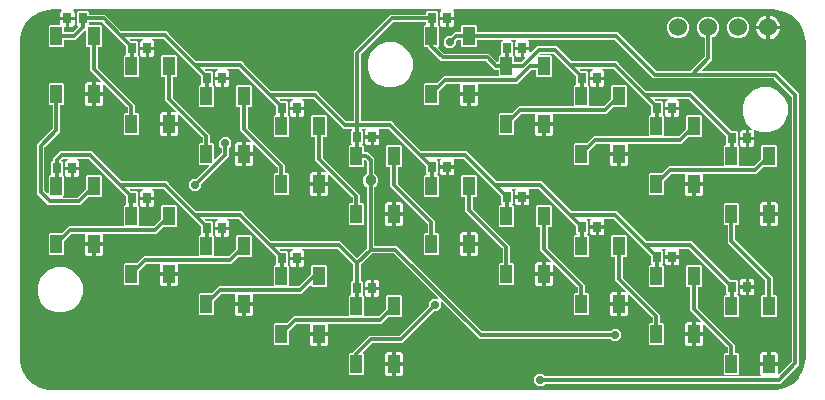
<source format=gbr>
G04 EAGLE Gerber RS-274X export*
G75*
%MOMM*%
%FSLAX34Y34*%
%LPD*%
%INBottom Copper*%
%IPPOS*%
%AMOC8*
5,1,8,0,0,1.08239X$1,22.5*%
G01*
%ADD10R,1.000000X1.500000*%
%ADD11R,0.700000X0.900000*%
%ADD12C,1.524000*%
%ADD13C,0.705600*%
%ADD14C,0.304800*%
%ADD15C,0.955600*%

G36*
X641369Y3814D02*
X641369Y3814D01*
X641400Y3812D01*
X644947Y4045D01*
X644970Y4050D01*
X645094Y4069D01*
X651948Y5905D01*
X651962Y5912D01*
X651978Y5914D01*
X652131Y5982D01*
X658276Y9529D01*
X658288Y9539D01*
X658302Y9545D01*
X658433Y9650D01*
X663450Y14667D01*
X663459Y14680D01*
X663472Y14689D01*
X663550Y14795D01*
X663555Y14801D01*
X663558Y14806D01*
X663571Y14824D01*
X667118Y20969D01*
X667124Y20984D01*
X667134Y20996D01*
X667195Y21152D01*
X669031Y28006D01*
X669033Y28029D01*
X669055Y28153D01*
X669288Y31700D01*
X669286Y31719D01*
X669289Y31750D01*
X669289Y298450D01*
X669286Y298469D01*
X669288Y298500D01*
X669055Y302047D01*
X669050Y302070D01*
X669031Y302194D01*
X667195Y309048D01*
X667188Y309062D01*
X667186Y309078D01*
X667118Y309231D01*
X663571Y315376D01*
X663561Y315388D01*
X663555Y315402D01*
X663450Y315533D01*
X658433Y320550D01*
X658420Y320559D01*
X658411Y320572D01*
X658276Y320671D01*
X652131Y324218D01*
X652116Y324224D01*
X652104Y324234D01*
X651948Y324295D01*
X645094Y326131D01*
X645071Y326133D01*
X644947Y326155D01*
X641400Y326388D01*
X641381Y326386D01*
X641350Y326389D01*
X371722Y326389D01*
X371651Y326378D01*
X371579Y326376D01*
X371530Y326358D01*
X371479Y326350D01*
X371416Y326316D01*
X371348Y326291D01*
X371308Y326259D01*
X371262Y326234D01*
X371212Y326183D01*
X371156Y326138D01*
X371128Y326094D01*
X371092Y326056D01*
X371062Y325991D01*
X371023Y325931D01*
X371010Y325880D01*
X370989Y325833D01*
X370981Y325762D01*
X370963Y325692D01*
X370967Y325640D01*
X370961Y325589D01*
X370977Y325518D01*
X370982Y325447D01*
X371003Y325399D01*
X371014Y325348D01*
X371051Y325287D01*
X371079Y325221D01*
X371123Y325165D01*
X371140Y325137D01*
X371158Y325122D01*
X371183Y325090D01*
X371443Y324830D01*
X371778Y324251D01*
X371951Y323604D01*
X371951Y320293D01*
X366672Y320293D01*
X366652Y320290D01*
X366633Y320292D01*
X366531Y320270D01*
X366429Y320253D01*
X366412Y320244D01*
X366392Y320240D01*
X366303Y320187D01*
X366212Y320138D01*
X366198Y320124D01*
X366181Y320114D01*
X366114Y320035D01*
X366043Y319960D01*
X366034Y319942D01*
X366021Y319927D01*
X365982Y319831D01*
X365939Y319737D01*
X365937Y319717D01*
X365929Y319699D01*
X365911Y319532D01*
X365911Y318769D01*
X365909Y318769D01*
X365909Y319532D01*
X365906Y319552D01*
X365908Y319571D01*
X365886Y319673D01*
X365869Y319775D01*
X365860Y319792D01*
X365856Y319812D01*
X365803Y319901D01*
X365754Y319992D01*
X365740Y320006D01*
X365730Y320023D01*
X365651Y320090D01*
X365576Y320161D01*
X365558Y320170D01*
X365543Y320183D01*
X365447Y320222D01*
X365353Y320265D01*
X365333Y320267D01*
X365315Y320275D01*
X365148Y320293D01*
X359869Y320293D01*
X359869Y323604D01*
X360042Y324251D01*
X360377Y324830D01*
X360637Y325090D01*
X360678Y325148D01*
X360728Y325200D01*
X360750Y325247D01*
X360780Y325289D01*
X360801Y325358D01*
X360831Y325423D01*
X360837Y325475D01*
X360853Y325525D01*
X360851Y325596D01*
X360859Y325667D01*
X360847Y325718D01*
X360846Y325770D01*
X360822Y325838D01*
X360806Y325908D01*
X360780Y325953D01*
X360762Y326001D01*
X360717Y326057D01*
X360680Y326119D01*
X360641Y326153D01*
X360608Y326193D01*
X360548Y326232D01*
X360493Y326279D01*
X360445Y326298D01*
X360401Y326326D01*
X360332Y326344D01*
X360265Y326371D01*
X360194Y326379D01*
X360163Y326387D01*
X360139Y326385D01*
X360098Y326389D01*
X50112Y326389D01*
X50041Y326378D01*
X49969Y326376D01*
X49920Y326358D01*
X49869Y326350D01*
X49806Y326316D01*
X49738Y326291D01*
X49698Y326259D01*
X49652Y326234D01*
X49602Y326183D01*
X49546Y326138D01*
X49518Y326094D01*
X49482Y326056D01*
X49452Y325991D01*
X49413Y325931D01*
X49400Y325880D01*
X49379Y325833D01*
X49371Y325762D01*
X49353Y325692D01*
X49357Y325640D01*
X49351Y325589D01*
X49367Y325518D01*
X49372Y325447D01*
X49393Y325399D01*
X49404Y325348D01*
X49441Y325287D01*
X49469Y325221D01*
X49513Y325165D01*
X49530Y325137D01*
X49548Y325122D01*
X49573Y325090D01*
X49833Y324830D01*
X50168Y324251D01*
X50341Y323604D01*
X50341Y320293D01*
X45062Y320293D01*
X45042Y320290D01*
X45023Y320292D01*
X44921Y320270D01*
X44819Y320253D01*
X44802Y320244D01*
X44782Y320240D01*
X44693Y320187D01*
X44602Y320138D01*
X44588Y320124D01*
X44571Y320114D01*
X44504Y320035D01*
X44433Y319960D01*
X44424Y319942D01*
X44411Y319927D01*
X44372Y319831D01*
X44329Y319737D01*
X44327Y319717D01*
X44319Y319699D01*
X44301Y319532D01*
X44301Y318769D01*
X44299Y318769D01*
X44299Y319532D01*
X44296Y319552D01*
X44298Y319571D01*
X44276Y319673D01*
X44259Y319775D01*
X44250Y319792D01*
X44246Y319812D01*
X44193Y319901D01*
X44144Y319992D01*
X44130Y320006D01*
X44120Y320023D01*
X44041Y320090D01*
X43966Y320161D01*
X43948Y320170D01*
X43933Y320183D01*
X43837Y320222D01*
X43743Y320265D01*
X43723Y320267D01*
X43705Y320275D01*
X43538Y320293D01*
X38259Y320293D01*
X38259Y323604D01*
X38432Y324251D01*
X38767Y324830D01*
X39027Y325090D01*
X39068Y325148D01*
X39118Y325200D01*
X39140Y325247D01*
X39170Y325289D01*
X39191Y325358D01*
X39221Y325423D01*
X39227Y325475D01*
X39243Y325525D01*
X39241Y325596D01*
X39249Y325667D01*
X39237Y325718D01*
X39236Y325770D01*
X39212Y325838D01*
X39196Y325908D01*
X39170Y325953D01*
X39152Y326001D01*
X39107Y326057D01*
X39070Y326119D01*
X39031Y326153D01*
X38998Y326193D01*
X38938Y326232D01*
X38883Y326279D01*
X38835Y326298D01*
X38791Y326326D01*
X38722Y326344D01*
X38655Y326371D01*
X38584Y326379D01*
X38553Y326387D01*
X38529Y326385D01*
X38488Y326389D01*
X31750Y326389D01*
X31731Y326386D01*
X31700Y326388D01*
X28153Y326155D01*
X28130Y326150D01*
X28006Y326131D01*
X21152Y324295D01*
X21138Y324288D01*
X21122Y324286D01*
X20969Y324218D01*
X14824Y320671D01*
X14812Y320661D01*
X14798Y320655D01*
X14667Y320550D01*
X9650Y315533D01*
X9641Y315520D01*
X9628Y315511D01*
X9529Y315376D01*
X5982Y309231D01*
X5976Y309217D01*
X5966Y309204D01*
X5913Y309068D01*
X5908Y309056D01*
X5907Y309052D01*
X5905Y309048D01*
X4069Y302194D01*
X4067Y302171D01*
X4045Y302047D01*
X3812Y298500D01*
X3814Y298481D01*
X3811Y298450D01*
X3811Y31750D01*
X3814Y31732D01*
X3812Y31700D01*
X4045Y28153D01*
X4050Y28130D01*
X4069Y28006D01*
X5905Y21152D01*
X5912Y21138D01*
X5914Y21122D01*
X5950Y21041D01*
X5950Y21040D01*
X5951Y21038D01*
X5982Y20969D01*
X9529Y14824D01*
X9539Y14812D01*
X9545Y14798D01*
X9592Y14739D01*
X9593Y14738D01*
X9650Y14667D01*
X14667Y9650D01*
X14680Y9641D01*
X14689Y9628D01*
X14824Y9529D01*
X20969Y5982D01*
X20983Y5976D01*
X20996Y5966D01*
X21152Y5905D01*
X28006Y4069D01*
X28029Y4067D01*
X28153Y4045D01*
X31700Y3812D01*
X31719Y3814D01*
X31750Y3811D01*
X641350Y3811D01*
X641369Y3814D01*
G37*
%LPC*%
G36*
X442407Y7647D02*
X442407Y7647D01*
X439447Y10607D01*
X439447Y14793D01*
X442407Y17753D01*
X446593Y17753D01*
X448374Y15972D01*
X448448Y15919D01*
X448517Y15859D01*
X448548Y15847D01*
X448574Y15828D01*
X448661Y15801D01*
X448746Y15767D01*
X448786Y15763D01*
X448809Y15756D01*
X448841Y15757D01*
X448912Y15749D01*
X630920Y15749D01*
X630991Y15760D01*
X631063Y15762D01*
X631112Y15780D01*
X631163Y15788D01*
X631226Y15822D01*
X631294Y15847D01*
X631334Y15879D01*
X631380Y15904D01*
X631430Y15955D01*
X631486Y16000D01*
X631514Y16044D01*
X631550Y16082D01*
X631580Y16147D01*
X631619Y16207D01*
X631631Y16258D01*
X631653Y16305D01*
X631661Y16376D01*
X631679Y16446D01*
X631675Y16498D01*
X631681Y16549D01*
X631665Y16620D01*
X631660Y16691D01*
X631639Y16739D01*
X631628Y16790D01*
X631592Y16851D01*
X631563Y16917D01*
X631519Y16973D01*
X631502Y17001D01*
X631484Y17016D01*
X631459Y17048D01*
X631267Y17240D01*
X630932Y17819D01*
X630759Y18466D01*
X630759Y24777D01*
X637538Y24777D01*
X637558Y24780D01*
X637577Y24778D01*
X637679Y24800D01*
X637781Y24817D01*
X637798Y24826D01*
X637818Y24830D01*
X637907Y24883D01*
X637998Y24932D01*
X638012Y24946D01*
X638029Y24956D01*
X638096Y25035D01*
X638167Y25110D01*
X638176Y25128D01*
X638189Y25143D01*
X638228Y25239D01*
X638271Y25333D01*
X638273Y25353D01*
X638281Y25371D01*
X638299Y25538D01*
X638299Y26301D01*
X638301Y26301D01*
X638301Y25538D01*
X638304Y25518D01*
X638302Y25499D01*
X638324Y25397D01*
X638341Y25295D01*
X638350Y25278D01*
X638354Y25258D01*
X638407Y25169D01*
X638456Y25078D01*
X638470Y25064D01*
X638480Y25047D01*
X638559Y24980D01*
X638634Y24909D01*
X638652Y24900D01*
X638667Y24887D01*
X638763Y24848D01*
X638857Y24805D01*
X638877Y24803D01*
X638895Y24795D01*
X639062Y24777D01*
X645841Y24777D01*
X645841Y18466D01*
X645828Y18419D01*
X645823Y18371D01*
X645809Y18325D01*
X645811Y18249D01*
X645804Y18174D01*
X645814Y18127D01*
X645816Y18079D01*
X645842Y18008D01*
X645859Y17934D01*
X645884Y17893D01*
X645900Y17848D01*
X645947Y17789D01*
X645987Y17724D01*
X646024Y17694D01*
X646054Y17656D01*
X646118Y17615D01*
X646176Y17567D01*
X646220Y17549D01*
X646261Y17523D01*
X646334Y17505D01*
X646405Y17477D01*
X646453Y17475D01*
X646499Y17463D01*
X646575Y17469D01*
X646650Y17465D01*
X646697Y17478D01*
X646744Y17482D01*
X646814Y17512D01*
X646887Y17533D01*
X646927Y17560D01*
X646971Y17579D01*
X647071Y17659D01*
X647090Y17672D01*
X647094Y17677D01*
X647102Y17683D01*
X657128Y27710D01*
X657181Y27784D01*
X657241Y27853D01*
X657253Y27883D01*
X657272Y27910D01*
X657299Y27997D01*
X657333Y28081D01*
X657337Y28122D01*
X657344Y28145D01*
X657343Y28177D01*
X657351Y28248D01*
X657351Y252422D01*
X657337Y252512D01*
X657329Y252603D01*
X657317Y252633D01*
X657312Y252665D01*
X657269Y252745D01*
X657233Y252829D01*
X657207Y252861D01*
X657196Y252882D01*
X657173Y252904D01*
X657128Y252960D01*
X642215Y267873D01*
X642141Y267926D01*
X642072Y267986D01*
X642042Y267998D01*
X642015Y268017D01*
X641928Y268044D01*
X641844Y268078D01*
X641803Y268082D01*
X641780Y268089D01*
X641748Y268088D01*
X641677Y268096D01*
X540392Y268096D01*
X507860Y300628D01*
X507786Y300681D01*
X507717Y300741D01*
X507687Y300753D01*
X507660Y300772D01*
X507573Y300799D01*
X507489Y300833D01*
X507448Y300837D01*
X507425Y300844D01*
X507393Y300843D01*
X507322Y300851D01*
X435360Y300851D01*
X435289Y300840D01*
X435217Y300838D01*
X435168Y300820D01*
X435117Y300812D01*
X435054Y300778D01*
X434986Y300753D01*
X434945Y300721D01*
X434900Y300696D01*
X434850Y300645D01*
X434794Y300600D01*
X434766Y300556D01*
X434730Y300518D01*
X434700Y300453D01*
X434661Y300393D01*
X434648Y300342D01*
X434627Y300295D01*
X434619Y300224D01*
X434601Y300154D01*
X434605Y300102D01*
X434599Y300051D01*
X434615Y299980D01*
X434620Y299909D01*
X434641Y299861D01*
X434652Y299810D01*
X434689Y299749D01*
X434717Y299683D01*
X434761Y299627D01*
X434778Y299599D01*
X434796Y299584D01*
X434821Y299552D01*
X434943Y299430D01*
X435278Y298851D01*
X435451Y298204D01*
X435451Y294893D01*
X430172Y294893D01*
X430152Y294890D01*
X430133Y294892D01*
X430031Y294870D01*
X429929Y294853D01*
X429912Y294844D01*
X429892Y294840D01*
X429803Y294787D01*
X429712Y294738D01*
X429698Y294724D01*
X429681Y294714D01*
X429614Y294635D01*
X429543Y294560D01*
X429534Y294542D01*
X429521Y294527D01*
X429482Y294431D01*
X429439Y294337D01*
X429437Y294317D01*
X429429Y294299D01*
X429411Y294132D01*
X429411Y293369D01*
X429409Y293369D01*
X429409Y294132D01*
X429406Y294152D01*
X429408Y294171D01*
X429386Y294273D01*
X429369Y294375D01*
X429360Y294392D01*
X429356Y294412D01*
X429303Y294501D01*
X429254Y294592D01*
X429240Y294606D01*
X429230Y294623D01*
X429151Y294690D01*
X429076Y294761D01*
X429058Y294770D01*
X429043Y294783D01*
X428947Y294822D01*
X428853Y294865D01*
X428833Y294867D01*
X428815Y294875D01*
X428648Y294893D01*
X423369Y294893D01*
X423369Y298204D01*
X423542Y298851D01*
X423877Y299430D01*
X423999Y299552D01*
X424041Y299610D01*
X424090Y299662D01*
X424112Y299709D01*
X424142Y299751D01*
X424163Y299820D01*
X424193Y299885D01*
X424199Y299937D01*
X424215Y299986D01*
X424213Y300058D01*
X424221Y300129D01*
X424209Y300180D01*
X424208Y300232D01*
X424184Y300300D01*
X424168Y300370D01*
X424142Y300415D01*
X424124Y300463D01*
X424079Y300519D01*
X424042Y300581D01*
X424003Y300615D01*
X423970Y300655D01*
X423910Y300694D01*
X423855Y300741D01*
X423807Y300760D01*
X423763Y300788D01*
X423694Y300806D01*
X423627Y300833D01*
X423556Y300841D01*
X423525Y300849D01*
X423501Y300847D01*
X423460Y300851D01*
X420923Y300851D01*
X420852Y300840D01*
X420780Y300838D01*
X420731Y300820D01*
X420680Y300812D01*
X420617Y300778D01*
X420549Y300753D01*
X420509Y300721D01*
X420463Y300696D01*
X420413Y300644D01*
X420357Y300600D01*
X420329Y300556D01*
X420293Y300518D01*
X420263Y300453D01*
X420224Y300393D01*
X420212Y300342D01*
X420190Y300295D01*
X420182Y300224D01*
X420164Y300154D01*
X420168Y300102D01*
X420163Y300051D01*
X420178Y299980D01*
X420183Y299909D01*
X420204Y299861D01*
X420215Y299810D01*
X420252Y299749D01*
X420280Y299683D01*
X420325Y299627D01*
X420341Y299599D01*
X420359Y299584D01*
X420385Y299552D01*
X421435Y298502D01*
X421435Y288105D01*
X421429Y288082D01*
X421399Y287983D01*
X421399Y287964D01*
X421394Y287944D01*
X421402Y287841D01*
X421405Y287738D01*
X421412Y287719D01*
X421413Y287699D01*
X421454Y287604D01*
X421489Y287507D01*
X421502Y287491D01*
X421510Y287473D01*
X421615Y287342D01*
X422325Y286632D01*
X422325Y282310D01*
X422328Y282290D01*
X422326Y282271D01*
X422348Y282169D01*
X422364Y282067D01*
X422374Y282050D01*
X422378Y282030D01*
X422431Y281941D01*
X422480Y281850D01*
X422494Y281836D01*
X422504Y281819D01*
X422583Y281752D01*
X422658Y281680D01*
X422676Y281672D01*
X422691Y281659D01*
X422787Y281620D01*
X422881Y281577D01*
X422901Y281575D01*
X422919Y281567D01*
X423086Y281549D01*
X428052Y281549D01*
X428142Y281563D01*
X428233Y281571D01*
X428263Y281583D01*
X428295Y281588D01*
X428375Y281631D01*
X428459Y281667D01*
X428491Y281693D01*
X428512Y281704D01*
X428534Y281727D01*
X428590Y281772D01*
X431848Y285030D01*
X431890Y285088D01*
X431939Y285140D01*
X431961Y285187D01*
X431992Y285229D01*
X432013Y285298D01*
X432043Y285363D01*
X432049Y285415D01*
X432064Y285465D01*
X432062Y285536D01*
X432070Y285607D01*
X432059Y285658D01*
X432058Y285710D01*
X432033Y285778D01*
X432018Y285848D01*
X431991Y285893D01*
X431973Y285941D01*
X431928Y285997D01*
X431892Y286059D01*
X431852Y286093D01*
X431820Y286133D01*
X431759Y286172D01*
X431705Y286219D01*
X431656Y286238D01*
X431613Y286266D01*
X431543Y286284D01*
X431477Y286311D01*
X431405Y286319D01*
X431374Y286327D01*
X431351Y286325D01*
X431310Y286329D01*
X430933Y286329D01*
X430933Y291847D01*
X435451Y291847D01*
X435451Y290470D01*
X435462Y290399D01*
X435464Y290328D01*
X435482Y290279D01*
X435490Y290227D01*
X435524Y290164D01*
X435549Y290097D01*
X435581Y290056D01*
X435606Y290010D01*
X435658Y289961D01*
X435702Y289905D01*
X435746Y289876D01*
X435784Y289841D01*
X435849Y289810D01*
X435909Y289772D01*
X435960Y289759D01*
X436007Y289737D01*
X436078Y289729D01*
X436148Y289712D01*
X436200Y289716D01*
X436251Y289710D01*
X436322Y289725D01*
X436393Y289731D01*
X436441Y289751D01*
X436492Y289762D01*
X436553Y289799D01*
X436619Y289827D01*
X436675Y289872D01*
X436703Y289888D01*
X436718Y289906D01*
X436750Y289932D01*
X441967Y295149D01*
X458463Y295149D01*
X470940Y282672D01*
X471014Y282619D01*
X471083Y282559D01*
X471113Y282547D01*
X471140Y282528D01*
X471227Y282501D01*
X471311Y282467D01*
X471352Y282463D01*
X471375Y282456D01*
X471407Y282457D01*
X471478Y282449D01*
X509263Y282449D01*
X511272Y280440D01*
X534440Y257272D01*
X534514Y257219D01*
X534583Y257159D01*
X534613Y257147D01*
X534640Y257128D01*
X534727Y257101D01*
X534811Y257067D01*
X534852Y257063D01*
X534875Y257056D01*
X534907Y257057D01*
X534978Y257049D01*
X572763Y257049D01*
X606394Y223418D01*
X606468Y223365D01*
X606537Y223305D01*
X606567Y223293D01*
X606594Y223274D01*
X606681Y223247D01*
X606765Y223213D01*
X606806Y223209D01*
X606829Y223202D01*
X606861Y223203D01*
X606932Y223195D01*
X611042Y223195D01*
X611935Y222302D01*
X611935Y211905D01*
X611929Y211883D01*
X611899Y211784D01*
X611899Y211764D01*
X611894Y211744D01*
X611902Y211642D01*
X611905Y211538D01*
X611912Y211519D01*
X611913Y211499D01*
X611954Y211404D01*
X611989Y211307D01*
X612002Y211291D01*
X612010Y211273D01*
X612115Y211142D01*
X612825Y210432D01*
X612825Y194310D01*
X612828Y194290D01*
X612826Y194271D01*
X612848Y194169D01*
X612864Y194067D01*
X612874Y194050D01*
X612878Y194030D01*
X612931Y193941D01*
X612980Y193850D01*
X612994Y193836D01*
X613004Y193819D01*
X613083Y193752D01*
X613158Y193680D01*
X613176Y193672D01*
X613191Y193659D01*
X613287Y193620D01*
X613381Y193577D01*
X613401Y193575D01*
X613419Y193567D01*
X613586Y193549D01*
X624922Y193549D01*
X625012Y193563D01*
X625103Y193571D01*
X625133Y193583D01*
X625165Y193588D01*
X625245Y193631D01*
X625329Y193667D01*
X625361Y193693D01*
X625382Y193704D01*
X625404Y193727D01*
X625460Y193772D01*
X631552Y199864D01*
X631605Y199938D01*
X631665Y200007D01*
X631677Y200037D01*
X631696Y200064D01*
X631723Y200151D01*
X631757Y200235D01*
X631761Y200276D01*
X631768Y200299D01*
X631767Y200331D01*
X631775Y200402D01*
X631775Y210432D01*
X632668Y211325D01*
X643932Y211325D01*
X644825Y210432D01*
X644825Y194168D01*
X643932Y193275D01*
X633902Y193275D01*
X633812Y193261D01*
X633721Y193253D01*
X633691Y193241D01*
X633659Y193236D01*
X633579Y193193D01*
X633495Y193157D01*
X633463Y193131D01*
X633442Y193120D01*
X633420Y193097D01*
X633364Y193052D01*
X627763Y187451D01*
X583087Y187451D01*
X582970Y187432D01*
X582852Y187414D01*
X582849Y187412D01*
X582844Y187412D01*
X582739Y187356D01*
X582634Y187301D01*
X582631Y187298D01*
X582627Y187296D01*
X582545Y187210D01*
X582462Y187125D01*
X582461Y187121D01*
X582458Y187118D01*
X582408Y187010D01*
X582356Y186903D01*
X582356Y186899D01*
X582354Y186895D01*
X582341Y186778D01*
X582327Y186659D01*
X582327Y186654D01*
X582327Y186651D01*
X582330Y186637D01*
X582341Y186566D01*
X582341Y180223D01*
X575562Y180223D01*
X575542Y180220D01*
X575523Y180222D01*
X575421Y180200D01*
X575319Y180183D01*
X575302Y180174D01*
X575282Y180170D01*
X575193Y180117D01*
X575102Y180068D01*
X575088Y180054D01*
X575071Y180044D01*
X575004Y179965D01*
X574933Y179890D01*
X574924Y179872D01*
X574911Y179857D01*
X574872Y179761D01*
X574829Y179667D01*
X574827Y179647D01*
X574819Y179629D01*
X574801Y179462D01*
X574801Y178699D01*
X574799Y178699D01*
X574799Y179462D01*
X574796Y179482D01*
X574798Y179501D01*
X574776Y179603D01*
X574759Y179705D01*
X574750Y179722D01*
X574746Y179742D01*
X574693Y179831D01*
X574644Y179922D01*
X574630Y179936D01*
X574620Y179953D01*
X574541Y180020D01*
X574466Y180091D01*
X574448Y180100D01*
X574433Y180113D01*
X574337Y180152D01*
X574243Y180195D01*
X574223Y180197D01*
X574205Y180205D01*
X574038Y180223D01*
X567259Y180223D01*
X567259Y186604D01*
X567260Y186610D01*
X567273Y186729D01*
X567272Y186734D01*
X567273Y186738D01*
X567246Y186853D01*
X567221Y186970D01*
X567219Y186973D01*
X567218Y186978D01*
X567156Y187079D01*
X567095Y187181D01*
X567091Y187184D01*
X567089Y187187D01*
X566998Y187264D01*
X566908Y187341D01*
X566904Y187342D01*
X566901Y187345D01*
X566791Y187388D01*
X566680Y187433D01*
X566675Y187433D01*
X566671Y187435D01*
X566658Y187435D01*
X566513Y187451D01*
X556178Y187451D01*
X556088Y187437D01*
X555997Y187429D01*
X555967Y187417D01*
X555935Y187412D01*
X555855Y187369D01*
X555771Y187333D01*
X555739Y187307D01*
X555718Y187296D01*
X555696Y187273D01*
X555640Y187228D01*
X549548Y181136D01*
X549495Y181062D01*
X549435Y180993D01*
X549423Y180963D01*
X549404Y180936D01*
X549377Y180849D01*
X549343Y180765D01*
X549339Y180724D01*
X549332Y180701D01*
X549333Y180669D01*
X549325Y180598D01*
X549325Y170568D01*
X548432Y169675D01*
X537168Y169675D01*
X536275Y170568D01*
X536275Y186832D01*
X537168Y187725D01*
X547198Y187725D01*
X547288Y187739D01*
X547379Y187747D01*
X547409Y187759D01*
X547441Y187764D01*
X547521Y187807D01*
X547605Y187843D01*
X547637Y187869D01*
X547658Y187880D01*
X547680Y187903D01*
X547736Y187948D01*
X553337Y193549D01*
X599014Y193549D01*
X599034Y193552D01*
X599053Y193550D01*
X599155Y193572D01*
X599257Y193588D01*
X599274Y193598D01*
X599294Y193602D01*
X599383Y193655D01*
X599474Y193704D01*
X599488Y193718D01*
X599505Y193728D01*
X599572Y193807D01*
X599644Y193882D01*
X599652Y193900D01*
X599665Y193915D01*
X599704Y194011D01*
X599747Y194105D01*
X599749Y194125D01*
X599757Y194143D01*
X599775Y194310D01*
X599775Y210432D01*
X600668Y211325D01*
X601124Y211325D01*
X601144Y211328D01*
X601163Y211326D01*
X601265Y211348D01*
X601367Y211364D01*
X601384Y211374D01*
X601404Y211378D01*
X601493Y211431D01*
X601584Y211480D01*
X601598Y211494D01*
X601615Y211504D01*
X601682Y211583D01*
X601754Y211658D01*
X601762Y211676D01*
X601775Y211691D01*
X601814Y211787D01*
X601857Y211881D01*
X601859Y211901D01*
X601867Y211919D01*
X601885Y212086D01*
X601885Y218988D01*
X601871Y219078D01*
X601863Y219169D01*
X601851Y219199D01*
X601846Y219231D01*
X601803Y219311D01*
X601767Y219395D01*
X601741Y219427D01*
X601730Y219448D01*
X601707Y219470D01*
X601662Y219526D01*
X570460Y250728D01*
X570386Y250781D01*
X570317Y250841D01*
X570287Y250853D01*
X570260Y250872D01*
X570173Y250899D01*
X570089Y250933D01*
X570048Y250937D01*
X570025Y250944D01*
X569993Y250943D01*
X569922Y250951D01*
X561024Y250951D01*
X561000Y250947D01*
X560976Y250950D01*
X560879Y250928D01*
X560781Y250912D01*
X560760Y250900D01*
X560736Y250895D01*
X560651Y250843D01*
X560564Y250796D01*
X560547Y250779D01*
X560526Y250766D01*
X560463Y250690D01*
X560394Y250618D01*
X560384Y250596D01*
X560369Y250578D01*
X560332Y250485D01*
X560291Y250395D01*
X560288Y250371D01*
X560279Y250349D01*
X560274Y250249D01*
X560264Y250151D01*
X560269Y250127D01*
X560267Y250103D01*
X560295Y250007D01*
X560316Y249910D01*
X560328Y249890D01*
X560335Y249866D01*
X560391Y249784D01*
X560442Y249699D01*
X560460Y249683D01*
X560474Y249663D01*
X560553Y249604D01*
X560629Y249539D01*
X560651Y249530D01*
X560671Y249516D01*
X560827Y249455D01*
X560891Y249438D01*
X561470Y249103D01*
X561943Y248630D01*
X562278Y248051D01*
X562451Y247404D01*
X562451Y244093D01*
X557172Y244093D01*
X557152Y244090D01*
X557133Y244092D01*
X557031Y244070D01*
X556929Y244053D01*
X556912Y244044D01*
X556892Y244040D01*
X556803Y243987D01*
X556712Y243938D01*
X556698Y243924D01*
X556681Y243914D01*
X556614Y243835D01*
X556543Y243760D01*
X556534Y243742D01*
X556521Y243727D01*
X556482Y243631D01*
X556439Y243537D01*
X556437Y243517D01*
X556429Y243499D01*
X556411Y243332D01*
X556411Y242569D01*
X556409Y242569D01*
X556409Y243332D01*
X556406Y243352D01*
X556408Y243371D01*
X556386Y243473D01*
X556369Y243575D01*
X556360Y243592D01*
X556356Y243612D01*
X556303Y243701D01*
X556254Y243792D01*
X556240Y243806D01*
X556230Y243823D01*
X556151Y243890D01*
X556076Y243961D01*
X556058Y243970D01*
X556043Y243983D01*
X555947Y244022D01*
X555853Y244065D01*
X555833Y244067D01*
X555815Y244075D01*
X555648Y244093D01*
X550369Y244093D01*
X550369Y247404D01*
X550542Y248051D01*
X550877Y248630D01*
X551350Y249103D01*
X551929Y249438D01*
X551993Y249455D01*
X552015Y249465D01*
X552039Y249469D01*
X552127Y249515D01*
X552217Y249556D01*
X552235Y249572D01*
X552256Y249584D01*
X552325Y249656D01*
X552398Y249723D01*
X552409Y249744D01*
X552426Y249762D01*
X552468Y249852D01*
X552515Y249939D01*
X552519Y249963D01*
X552529Y249985D01*
X552540Y250084D01*
X552557Y250182D01*
X552554Y250206D01*
X552556Y250229D01*
X552535Y250327D01*
X552520Y250425D01*
X552509Y250446D01*
X552504Y250470D01*
X552453Y250555D01*
X552408Y250643D01*
X552390Y250660D01*
X552378Y250681D01*
X552303Y250746D01*
X552231Y250815D01*
X552209Y250825D01*
X552191Y250841D01*
X552099Y250878D01*
X552009Y250921D01*
X551985Y250924D01*
X551963Y250933D01*
X551796Y250951D01*
X542598Y250951D01*
X542527Y250940D01*
X542456Y250938D01*
X542407Y250920D01*
X542355Y250912D01*
X542292Y250878D01*
X542225Y250853D01*
X542184Y250821D01*
X542138Y250796D01*
X542089Y250744D01*
X542033Y250700D01*
X542004Y250656D01*
X541969Y250618D01*
X541938Y250553D01*
X541900Y250493D01*
X541887Y250442D01*
X541865Y250395D01*
X541857Y250324D01*
X541840Y250254D01*
X541844Y250202D01*
X541838Y250151D01*
X541853Y250080D01*
X541859Y250009D01*
X541879Y249961D01*
X541890Y249910D01*
X541927Y249849D01*
X541955Y249783D01*
X542000Y249727D01*
X542016Y249699D01*
X542034Y249684D01*
X542060Y249652D01*
X542894Y248818D01*
X542968Y248765D01*
X543037Y248705D01*
X543067Y248693D01*
X543094Y248674D01*
X543181Y248647D01*
X543265Y248613D01*
X543306Y248609D01*
X543329Y248602D01*
X543361Y248603D01*
X543432Y248595D01*
X547542Y248595D01*
X548435Y247702D01*
X548435Y237305D01*
X548429Y237283D01*
X548399Y237184D01*
X548399Y237164D01*
X548394Y237144D01*
X548402Y237042D01*
X548405Y236938D01*
X548412Y236919D01*
X548413Y236899D01*
X548454Y236804D01*
X548489Y236707D01*
X548502Y236691D01*
X548510Y236673D01*
X548615Y236542D01*
X549325Y235832D01*
X549325Y219710D01*
X549328Y219690D01*
X549326Y219671D01*
X549348Y219569D01*
X549364Y219467D01*
X549374Y219450D01*
X549378Y219430D01*
X549431Y219341D01*
X549480Y219250D01*
X549494Y219236D01*
X549504Y219219D01*
X549583Y219152D01*
X549658Y219080D01*
X549676Y219072D01*
X549691Y219059D01*
X549787Y219020D01*
X549881Y218977D01*
X549901Y218975D01*
X549919Y218967D01*
X550086Y218949D01*
X561422Y218949D01*
X561512Y218963D01*
X561603Y218971D01*
X561633Y218983D01*
X561665Y218988D01*
X561745Y219031D01*
X561829Y219067D01*
X561861Y219093D01*
X561882Y219104D01*
X561904Y219127D01*
X561960Y219172D01*
X568052Y225264D01*
X568105Y225338D01*
X568165Y225407D01*
X568177Y225437D01*
X568196Y225464D01*
X568223Y225551D01*
X568257Y225635D01*
X568261Y225676D01*
X568268Y225699D01*
X568267Y225731D01*
X568275Y225802D01*
X568275Y235832D01*
X569168Y236725D01*
X580432Y236725D01*
X581325Y235832D01*
X581325Y219568D01*
X580432Y218675D01*
X570402Y218675D01*
X570312Y218661D01*
X570221Y218653D01*
X570191Y218641D01*
X570159Y218636D01*
X570079Y218593D01*
X569995Y218557D01*
X569963Y218531D01*
X569942Y218520D01*
X569920Y218497D01*
X569864Y218452D01*
X564263Y212851D01*
X519587Y212851D01*
X519470Y212832D01*
X519352Y212814D01*
X519348Y212812D01*
X519344Y212812D01*
X519240Y212756D01*
X519133Y212701D01*
X519130Y212698D01*
X519127Y212696D01*
X519046Y212611D01*
X518962Y212525D01*
X518960Y212521D01*
X518958Y212518D01*
X518907Y212410D01*
X518856Y212303D01*
X518856Y212299D01*
X518854Y212295D01*
X518841Y212177D01*
X518827Y212058D01*
X518827Y212054D01*
X518827Y212051D01*
X518830Y212038D01*
X518841Y211966D01*
X518841Y205623D01*
X512062Y205623D01*
X512042Y205620D01*
X512023Y205622D01*
X511921Y205600D01*
X511819Y205583D01*
X511802Y205574D01*
X511782Y205570D01*
X511693Y205517D01*
X511602Y205468D01*
X511588Y205454D01*
X511571Y205444D01*
X511504Y205365D01*
X511433Y205290D01*
X511424Y205272D01*
X511411Y205257D01*
X511372Y205161D01*
X511329Y205067D01*
X511327Y205047D01*
X511319Y205029D01*
X511301Y204862D01*
X511301Y204099D01*
X511299Y204099D01*
X511299Y204862D01*
X511296Y204882D01*
X511298Y204901D01*
X511276Y205003D01*
X511259Y205105D01*
X511250Y205122D01*
X511246Y205142D01*
X511193Y205231D01*
X511144Y205322D01*
X511130Y205336D01*
X511120Y205353D01*
X511041Y205420D01*
X510966Y205491D01*
X510948Y205500D01*
X510933Y205513D01*
X510837Y205552D01*
X510743Y205595D01*
X510723Y205597D01*
X510705Y205605D01*
X510538Y205623D01*
X503759Y205623D01*
X503759Y212004D01*
X503760Y212010D01*
X503773Y212129D01*
X503772Y212133D01*
X503773Y212137D01*
X503746Y212254D01*
X503721Y212370D01*
X503719Y212373D01*
X503718Y212377D01*
X503656Y212478D01*
X503595Y212581D01*
X503592Y212584D01*
X503590Y212587D01*
X503499Y212663D01*
X503408Y212741D01*
X503404Y212742D01*
X503401Y212745D01*
X503292Y212788D01*
X503180Y212833D01*
X503175Y212833D01*
X503172Y212834D01*
X503159Y212835D01*
X503013Y212851D01*
X492678Y212851D01*
X492588Y212837D01*
X492497Y212829D01*
X492467Y212817D01*
X492435Y212812D01*
X492355Y212769D01*
X492271Y212733D01*
X492239Y212707D01*
X492218Y212696D01*
X492196Y212673D01*
X492140Y212628D01*
X486048Y206536D01*
X485995Y206462D01*
X485935Y206393D01*
X485923Y206363D01*
X485904Y206336D01*
X485877Y206249D01*
X485843Y206165D01*
X485839Y206124D01*
X485832Y206101D01*
X485833Y206069D01*
X485825Y205998D01*
X485825Y195968D01*
X484932Y195075D01*
X473668Y195075D01*
X472775Y195968D01*
X472775Y212232D01*
X473668Y213125D01*
X483698Y213125D01*
X483788Y213139D01*
X483879Y213147D01*
X483909Y213159D01*
X483941Y213164D01*
X484021Y213207D01*
X484105Y213243D01*
X484137Y213269D01*
X484158Y213280D01*
X484180Y213303D01*
X484236Y213348D01*
X489837Y218949D01*
X535514Y218949D01*
X535534Y218952D01*
X535553Y218950D01*
X535655Y218972D01*
X535757Y218988D01*
X535774Y218998D01*
X535794Y219002D01*
X535883Y219055D01*
X535974Y219104D01*
X535988Y219118D01*
X536005Y219128D01*
X536072Y219207D01*
X536144Y219282D01*
X536152Y219300D01*
X536165Y219315D01*
X536203Y219411D01*
X536247Y219505D01*
X536249Y219525D01*
X536257Y219543D01*
X536275Y219710D01*
X536275Y235832D01*
X537168Y236725D01*
X537624Y236725D01*
X537644Y236728D01*
X537663Y236726D01*
X537765Y236748D01*
X537867Y236764D01*
X537884Y236774D01*
X537904Y236778D01*
X537993Y236831D01*
X538084Y236880D01*
X538098Y236894D01*
X538115Y236904D01*
X538182Y236983D01*
X538254Y237058D01*
X538262Y237076D01*
X538275Y237091D01*
X538314Y237187D01*
X538357Y237281D01*
X538359Y237301D01*
X538367Y237319D01*
X538385Y237486D01*
X538385Y244388D01*
X538384Y244399D01*
X538384Y244405D01*
X538377Y244439D01*
X538371Y244478D01*
X538363Y244569D01*
X538351Y244599D01*
X538346Y244631D01*
X538303Y244711D01*
X538267Y244795D01*
X538241Y244827D01*
X538230Y244848D01*
X538207Y244870D01*
X538162Y244926D01*
X530128Y252960D01*
X506960Y276128D01*
X506886Y276181D01*
X506817Y276241D01*
X506787Y276253D01*
X506760Y276272D01*
X506673Y276299D01*
X506589Y276333D01*
X506548Y276337D01*
X506525Y276344D01*
X506493Y276343D01*
X506422Y276351D01*
X497524Y276351D01*
X497500Y276347D01*
X497476Y276350D01*
X497379Y276328D01*
X497281Y276312D01*
X497260Y276300D01*
X497236Y276295D01*
X497151Y276243D01*
X497064Y276196D01*
X497047Y276179D01*
X497026Y276166D01*
X496963Y276090D01*
X496894Y276018D01*
X496884Y275996D01*
X496869Y275978D01*
X496832Y275885D01*
X496791Y275795D01*
X496788Y275771D01*
X496779Y275749D01*
X496774Y275649D01*
X496764Y275551D01*
X496769Y275527D01*
X496767Y275503D01*
X496795Y275407D01*
X496816Y275310D01*
X496828Y275290D01*
X496835Y275266D01*
X496891Y275184D01*
X496942Y275099D01*
X496960Y275083D01*
X496974Y275063D01*
X497053Y275004D01*
X497129Y274939D01*
X497151Y274930D01*
X497171Y274916D01*
X497327Y274855D01*
X497391Y274838D01*
X497970Y274503D01*
X498443Y274030D01*
X498778Y273451D01*
X498951Y272804D01*
X498951Y269493D01*
X493672Y269493D01*
X493652Y269490D01*
X493633Y269492D01*
X493531Y269470D01*
X493429Y269453D01*
X493412Y269444D01*
X493392Y269440D01*
X493303Y269387D01*
X493212Y269338D01*
X493198Y269324D01*
X493181Y269314D01*
X493114Y269235D01*
X493043Y269160D01*
X493034Y269142D01*
X493021Y269127D01*
X492982Y269031D01*
X492939Y268937D01*
X492937Y268917D01*
X492929Y268899D01*
X492911Y268732D01*
X492911Y267969D01*
X492909Y267969D01*
X492909Y268732D01*
X492906Y268749D01*
X492908Y268765D01*
X492908Y268767D01*
X492908Y268771D01*
X492886Y268873D01*
X492869Y268975D01*
X492860Y268992D01*
X492856Y269012D01*
X492803Y269101D01*
X492754Y269192D01*
X492740Y269206D01*
X492730Y269223D01*
X492651Y269290D01*
X492576Y269361D01*
X492558Y269370D01*
X492543Y269383D01*
X492447Y269422D01*
X492353Y269465D01*
X492333Y269467D01*
X492315Y269475D01*
X492148Y269493D01*
X486869Y269493D01*
X486869Y272804D01*
X487042Y273451D01*
X487377Y274030D01*
X487850Y274503D01*
X488429Y274838D01*
X488493Y274855D01*
X488515Y274865D01*
X488539Y274869D01*
X488627Y274915D01*
X488717Y274956D01*
X488735Y274972D01*
X488756Y274984D01*
X488825Y275056D01*
X488898Y275123D01*
X488909Y275144D01*
X488926Y275162D01*
X488968Y275252D01*
X489015Y275339D01*
X489019Y275363D01*
X489029Y275385D01*
X489040Y275484D01*
X489057Y275582D01*
X489054Y275606D01*
X489056Y275629D01*
X489035Y275727D01*
X489020Y275825D01*
X489009Y275846D01*
X489004Y275870D01*
X488953Y275955D01*
X488908Y276043D01*
X488890Y276060D01*
X488878Y276081D01*
X488803Y276146D01*
X488731Y276215D01*
X488709Y276225D01*
X488691Y276241D01*
X488599Y276278D01*
X488509Y276321D01*
X488485Y276324D01*
X488463Y276333D01*
X488296Y276351D01*
X479098Y276351D01*
X479027Y276340D01*
X478956Y276338D01*
X478907Y276320D01*
X478855Y276312D01*
X478792Y276278D01*
X478725Y276253D01*
X478684Y276221D01*
X478638Y276196D01*
X478589Y276144D01*
X478533Y276100D01*
X478504Y276056D01*
X478469Y276018D01*
X478438Y275953D01*
X478400Y275893D01*
X478387Y275842D01*
X478365Y275795D01*
X478357Y275724D01*
X478340Y275654D01*
X478344Y275602D01*
X478338Y275551D01*
X478353Y275480D01*
X478359Y275409D01*
X478379Y275361D01*
X478390Y275310D01*
X478427Y275249D01*
X478455Y275183D01*
X478500Y275127D01*
X478516Y275099D01*
X478527Y275090D01*
X478529Y275086D01*
X478539Y275078D01*
X478560Y275052D01*
X479394Y274218D01*
X479468Y274165D01*
X479537Y274105D01*
X479567Y274093D01*
X479594Y274074D01*
X479681Y274047D01*
X479765Y274013D01*
X479806Y274009D01*
X479829Y274002D01*
X479861Y274003D01*
X479932Y273995D01*
X484042Y273995D01*
X484935Y273102D01*
X484935Y262705D01*
X484929Y262683D01*
X484899Y262584D01*
X484899Y262564D01*
X484894Y262544D01*
X484902Y262442D01*
X484905Y262338D01*
X484912Y262319D01*
X484913Y262299D01*
X484954Y262204D01*
X484989Y262107D01*
X485002Y262091D01*
X485010Y262073D01*
X485115Y261942D01*
X485825Y261232D01*
X485825Y245110D01*
X485827Y245097D01*
X485826Y245088D01*
X485827Y245082D01*
X485826Y245071D01*
X485848Y244969D01*
X485864Y244867D01*
X485874Y244850D01*
X485878Y244830D01*
X485931Y244741D01*
X485980Y244650D01*
X485994Y244636D01*
X486004Y244619D01*
X486083Y244552D01*
X486158Y244480D01*
X486176Y244472D01*
X486191Y244459D01*
X486287Y244420D01*
X486381Y244377D01*
X486401Y244375D01*
X486419Y244367D01*
X486586Y244349D01*
X497922Y244349D01*
X498012Y244363D01*
X498103Y244371D01*
X498133Y244383D01*
X498165Y244388D01*
X498245Y244431D01*
X498329Y244467D01*
X498361Y244493D01*
X498382Y244504D01*
X498397Y244520D01*
X498399Y244521D01*
X498408Y244530D01*
X498460Y244572D01*
X504552Y250664D01*
X504605Y250738D01*
X504665Y250807D01*
X504677Y250837D01*
X504696Y250864D01*
X504723Y250951D01*
X504757Y251035D01*
X504761Y251076D01*
X504768Y251099D01*
X504767Y251131D01*
X504775Y251202D01*
X504775Y261232D01*
X505668Y262125D01*
X516932Y262125D01*
X517825Y261232D01*
X517825Y244968D01*
X516932Y244075D01*
X506902Y244075D01*
X506812Y244061D01*
X506721Y244053D01*
X506691Y244041D01*
X506659Y244036D01*
X506579Y243993D01*
X506495Y243957D01*
X506463Y243931D01*
X506442Y243920D01*
X506420Y243897D01*
X506364Y243852D01*
X500763Y238251D01*
X456087Y238251D01*
X455970Y238232D01*
X455852Y238214D01*
X455848Y238212D01*
X455844Y238212D01*
X455740Y238156D01*
X455633Y238101D01*
X455630Y238098D01*
X455627Y238096D01*
X455546Y238011D01*
X455462Y237925D01*
X455460Y237921D01*
X455458Y237918D01*
X455407Y237810D01*
X455356Y237703D01*
X455356Y237699D01*
X455354Y237695D01*
X455341Y237577D01*
X455327Y237458D01*
X455327Y237454D01*
X455327Y237451D01*
X455330Y237438D01*
X455341Y237366D01*
X455341Y231023D01*
X448562Y231023D01*
X448542Y231020D01*
X448523Y231022D01*
X448421Y231000D01*
X448319Y230983D01*
X448302Y230974D01*
X448282Y230970D01*
X448193Y230917D01*
X448102Y230868D01*
X448088Y230854D01*
X448071Y230844D01*
X448004Y230765D01*
X447933Y230690D01*
X447924Y230672D01*
X447911Y230657D01*
X447872Y230561D01*
X447829Y230467D01*
X447827Y230447D01*
X447819Y230429D01*
X447801Y230262D01*
X447801Y229499D01*
X447799Y229499D01*
X447799Y230262D01*
X447796Y230282D01*
X447798Y230301D01*
X447776Y230403D01*
X447759Y230505D01*
X447750Y230522D01*
X447746Y230542D01*
X447693Y230631D01*
X447644Y230722D01*
X447630Y230736D01*
X447620Y230753D01*
X447541Y230820D01*
X447466Y230891D01*
X447448Y230900D01*
X447433Y230913D01*
X447337Y230952D01*
X447243Y230995D01*
X447223Y230997D01*
X447205Y231005D01*
X447038Y231023D01*
X440259Y231023D01*
X440259Y237404D01*
X440260Y237412D01*
X440273Y237529D01*
X440272Y237533D01*
X440273Y237537D01*
X440246Y237654D01*
X440221Y237770D01*
X440219Y237773D01*
X440218Y237777D01*
X440156Y237878D01*
X440095Y237981D01*
X440092Y237984D01*
X440090Y237987D01*
X439999Y238063D01*
X439908Y238141D01*
X439904Y238142D01*
X439901Y238145D01*
X439792Y238188D01*
X439680Y238233D01*
X439675Y238233D01*
X439672Y238234D01*
X439659Y238235D01*
X439513Y238251D01*
X429178Y238251D01*
X429088Y238237D01*
X428997Y238229D01*
X428967Y238217D01*
X428935Y238212D01*
X428855Y238169D01*
X428771Y238133D01*
X428739Y238107D01*
X428718Y238096D01*
X428696Y238073D01*
X428640Y238028D01*
X422548Y231936D01*
X422502Y231872D01*
X422483Y231853D01*
X422479Y231844D01*
X422435Y231793D01*
X422423Y231763D01*
X422404Y231736D01*
X422377Y231649D01*
X422343Y231565D01*
X422339Y231524D01*
X422332Y231501D01*
X422333Y231469D01*
X422325Y231398D01*
X422325Y221368D01*
X421432Y220475D01*
X410168Y220475D01*
X409275Y221368D01*
X409275Y237632D01*
X410168Y238525D01*
X420198Y238525D01*
X420288Y238539D01*
X420379Y238547D01*
X420409Y238559D01*
X420441Y238564D01*
X420521Y238607D01*
X420605Y238643D01*
X420637Y238669D01*
X420658Y238680D01*
X420680Y238703D01*
X420736Y238748D01*
X426337Y244349D01*
X472014Y244349D01*
X472034Y244352D01*
X472053Y244350D01*
X472155Y244372D01*
X472257Y244388D01*
X472274Y244398D01*
X472294Y244402D01*
X472383Y244455D01*
X472474Y244504D01*
X472488Y244518D01*
X472505Y244528D01*
X472572Y244607D01*
X472644Y244682D01*
X472652Y244700D01*
X472665Y244715D01*
X472704Y244811D01*
X472747Y244905D01*
X472749Y244925D01*
X472757Y244943D01*
X472775Y245110D01*
X472775Y261232D01*
X473668Y262125D01*
X474124Y262125D01*
X474144Y262128D01*
X474163Y262126D01*
X474265Y262148D01*
X474367Y262164D01*
X474384Y262174D01*
X474404Y262178D01*
X474493Y262231D01*
X474584Y262280D01*
X474598Y262294D01*
X474615Y262304D01*
X474682Y262383D01*
X474754Y262458D01*
X474762Y262476D01*
X474775Y262491D01*
X474814Y262587D01*
X474857Y262681D01*
X474859Y262701D01*
X474867Y262719D01*
X474885Y262886D01*
X474885Y269788D01*
X474871Y269878D01*
X474863Y269969D01*
X474851Y269999D01*
X474846Y270031D01*
X474803Y270111D01*
X474767Y270195D01*
X474741Y270227D01*
X474730Y270248D01*
X474707Y270270D01*
X474662Y270326D01*
X466628Y278360D01*
X456160Y288828D01*
X456086Y288881D01*
X456017Y288941D01*
X455987Y288953D01*
X455960Y288972D01*
X455873Y288999D01*
X455789Y289033D01*
X455748Y289037D01*
X455725Y289044D01*
X455693Y289043D01*
X455622Y289051D01*
X444808Y289051D01*
X444720Y289037D01*
X444630Y289030D01*
X444599Y289017D01*
X444565Y289012D01*
X444486Y288970D01*
X444403Y288935D01*
X444369Y288908D01*
X444348Y288896D01*
X444344Y288893D01*
X444344Y288892D01*
X444325Y288873D01*
X444272Y288830D01*
X444268Y288826D01*
X444225Y288767D01*
X444175Y288714D01*
X444153Y288668D01*
X444124Y288627D01*
X444102Y288557D01*
X444071Y288491D01*
X444065Y288441D01*
X444050Y288392D01*
X444052Y288319D01*
X444044Y288247D01*
X444055Y288197D01*
X444056Y288146D01*
X444081Y288078D01*
X444096Y288006D01*
X444122Y287963D01*
X444139Y287915D01*
X444185Y287858D01*
X444222Y287795D01*
X444261Y287762D01*
X444292Y287722D01*
X444354Y287683D01*
X444409Y287635D01*
X444456Y287616D01*
X444499Y287589D01*
X444569Y287571D01*
X444637Y287543D01*
X444706Y287536D01*
X444737Y287528D01*
X444761Y287529D01*
X444804Y287525D01*
X453432Y287525D01*
X454325Y286632D01*
X454325Y270368D01*
X453432Y269475D01*
X442168Y269475D01*
X441275Y270368D01*
X441275Y274690D01*
X441272Y274710D01*
X441274Y274729D01*
X441252Y274831D01*
X441236Y274933D01*
X441226Y274950D01*
X441222Y274970D01*
X441169Y275059D01*
X441120Y275150D01*
X441106Y275164D01*
X441096Y275181D01*
X441017Y275248D01*
X440942Y275320D01*
X440924Y275328D01*
X440909Y275341D01*
X440813Y275380D01*
X440719Y275423D01*
X440699Y275425D01*
X440681Y275433D01*
X440514Y275451D01*
X437674Y275451D01*
X437584Y275437D01*
X437493Y275429D01*
X437463Y275417D01*
X437431Y275412D01*
X437351Y275369D01*
X437267Y275333D01*
X437235Y275307D01*
X437214Y275296D01*
X437192Y275273D01*
X437136Y275228D01*
X425559Y263651D01*
X392587Y263651D01*
X392470Y263632D01*
X392352Y263614D01*
X392348Y263612D01*
X392344Y263612D01*
X392240Y263556D01*
X392133Y263501D01*
X392130Y263498D01*
X392127Y263496D01*
X392046Y263411D01*
X391962Y263325D01*
X391960Y263321D01*
X391958Y263318D01*
X391907Y263210D01*
X391856Y263103D01*
X391856Y263099D01*
X391854Y263095D01*
X391841Y262977D01*
X391827Y262858D01*
X391827Y262854D01*
X391827Y262851D01*
X391830Y262838D01*
X391841Y262766D01*
X391841Y256423D01*
X385062Y256423D01*
X385042Y256420D01*
X385023Y256422D01*
X384921Y256400D01*
X384819Y256383D01*
X384802Y256374D01*
X384782Y256370D01*
X384693Y256317D01*
X384602Y256268D01*
X384588Y256254D01*
X384571Y256244D01*
X384504Y256165D01*
X384433Y256090D01*
X384424Y256072D01*
X384411Y256057D01*
X384372Y255961D01*
X384329Y255867D01*
X384327Y255847D01*
X384319Y255829D01*
X384301Y255662D01*
X384301Y254899D01*
X384299Y254899D01*
X384299Y255662D01*
X384296Y255682D01*
X384298Y255701D01*
X384276Y255803D01*
X384259Y255905D01*
X384250Y255922D01*
X384246Y255942D01*
X384193Y256031D01*
X384144Y256122D01*
X384130Y256136D01*
X384120Y256153D01*
X384041Y256220D01*
X383966Y256291D01*
X383948Y256300D01*
X383933Y256313D01*
X383837Y256352D01*
X383743Y256395D01*
X383723Y256397D01*
X383705Y256405D01*
X383538Y256423D01*
X376759Y256423D01*
X376759Y262804D01*
X376760Y262812D01*
X376773Y262929D01*
X376772Y262933D01*
X376773Y262937D01*
X376746Y263054D01*
X376721Y263170D01*
X376719Y263173D01*
X376718Y263177D01*
X376656Y263278D01*
X376595Y263381D01*
X376592Y263384D01*
X376590Y263387D01*
X376499Y263463D01*
X376408Y263541D01*
X376404Y263542D01*
X376401Y263545D01*
X376292Y263588D01*
X376180Y263633D01*
X376175Y263633D01*
X376172Y263634D01*
X376159Y263635D01*
X376013Y263651D01*
X365678Y263651D01*
X365588Y263637D01*
X365497Y263629D01*
X365467Y263617D01*
X365435Y263612D01*
X365355Y263569D01*
X365271Y263533D01*
X365239Y263507D01*
X365218Y263496D01*
X365196Y263473D01*
X365140Y263428D01*
X359048Y257336D01*
X358995Y257262D01*
X358935Y257193D01*
X358923Y257163D01*
X358904Y257136D01*
X358877Y257049D01*
X358843Y256965D01*
X358839Y256924D01*
X358832Y256901D01*
X358833Y256869D01*
X358825Y256798D01*
X358825Y246768D01*
X357932Y245875D01*
X346668Y245875D01*
X345775Y246768D01*
X345775Y263032D01*
X346668Y263925D01*
X356698Y263925D01*
X356788Y263939D01*
X356879Y263947D01*
X356909Y263959D01*
X356941Y263964D01*
X357021Y264007D01*
X357105Y264043D01*
X357137Y264069D01*
X357158Y264080D01*
X357180Y264103D01*
X357236Y264148D01*
X362837Y269749D01*
X408514Y269749D01*
X408534Y269752D01*
X408553Y269750D01*
X408655Y269772D01*
X408757Y269788D01*
X408774Y269798D01*
X408794Y269802D01*
X408883Y269855D01*
X408974Y269904D01*
X408988Y269918D01*
X409005Y269928D01*
X409072Y270007D01*
X409144Y270082D01*
X409152Y270100D01*
X409165Y270115D01*
X409204Y270211D01*
X409247Y270305D01*
X409249Y270325D01*
X409257Y270343D01*
X409275Y270510D01*
X409275Y274690D01*
X409272Y274710D01*
X409274Y274729D01*
X409252Y274831D01*
X409236Y274933D01*
X409226Y274950D01*
X409222Y274970D01*
X409169Y275059D01*
X409120Y275150D01*
X409106Y275164D01*
X409096Y275181D01*
X409017Y275248D01*
X408942Y275320D01*
X408924Y275328D01*
X408909Y275341D01*
X408813Y275380D01*
X408719Y275423D01*
X408699Y275425D01*
X408681Y275433D01*
X408514Y275451D01*
X406037Y275451D01*
X399010Y282478D01*
X398936Y282531D01*
X398867Y282591D01*
X398837Y282603D01*
X398810Y282622D01*
X398723Y282649D01*
X398639Y282683D01*
X398598Y282687D01*
X398575Y282694D01*
X398543Y282693D01*
X398472Y282701D01*
X360687Y282701D01*
X358678Y284710D01*
X351260Y292128D01*
X349249Y294140D01*
X349250Y294153D01*
X349228Y294255D01*
X349212Y294357D01*
X349202Y294374D01*
X349198Y294394D01*
X349145Y294483D01*
X349096Y294574D01*
X349082Y294588D01*
X349072Y294605D01*
X348993Y294672D01*
X348918Y294744D01*
X348900Y294752D01*
X348885Y294765D01*
X348789Y294804D01*
X348695Y294847D01*
X348675Y294849D01*
X348657Y294857D01*
X348490Y294875D01*
X346668Y294875D01*
X345775Y295768D01*
X345775Y312032D01*
X346668Y312925D01*
X347124Y312925D01*
X347144Y312928D01*
X347163Y312926D01*
X347265Y312948D01*
X347367Y312964D01*
X347384Y312974D01*
X347404Y312978D01*
X347493Y313031D01*
X347584Y313080D01*
X347598Y313094D01*
X347615Y313104D01*
X347682Y313183D01*
X347754Y313258D01*
X347762Y313276D01*
X347775Y313291D01*
X347814Y313387D01*
X347857Y313481D01*
X347859Y313501D01*
X347867Y313519D01*
X347885Y313686D01*
X347885Y314960D01*
X347882Y314980D01*
X347884Y314999D01*
X347862Y315101D01*
X347846Y315203D01*
X347836Y315220D01*
X347832Y315240D01*
X347779Y315329D01*
X347730Y315420D01*
X347716Y315434D01*
X347706Y315451D01*
X347627Y315518D01*
X347552Y315590D01*
X347534Y315598D01*
X347519Y315611D01*
X347423Y315650D01*
X347329Y315693D01*
X347309Y315695D01*
X347291Y315703D01*
X347124Y315721D01*
X320348Y315721D01*
X320258Y315707D01*
X320167Y315699D01*
X320137Y315687D01*
X320105Y315682D01*
X320025Y315639D01*
X319941Y315603D01*
X319909Y315577D01*
X319888Y315566D01*
X319866Y315543D01*
X319810Y315498D01*
X292832Y288520D01*
X292779Y288446D01*
X292719Y288377D01*
X292707Y288347D01*
X292688Y288320D01*
X292661Y288233D01*
X292627Y288149D01*
X292623Y288108D01*
X292616Y288085D01*
X292617Y288053D01*
X292609Y287982D01*
X292609Y232410D01*
X292612Y232390D01*
X292610Y232371D01*
X292632Y232269D01*
X292648Y232167D01*
X292658Y232150D01*
X292662Y232130D01*
X292715Y232041D01*
X292764Y231950D01*
X292778Y231936D01*
X292788Y231919D01*
X292867Y231852D01*
X292942Y231780D01*
X292960Y231772D01*
X292975Y231759D01*
X293071Y231720D01*
X293165Y231677D01*
X293185Y231675D01*
X293203Y231667D01*
X293370Y231649D01*
X318763Y231649D01*
X320772Y229640D01*
X343940Y206472D01*
X344014Y206419D01*
X344083Y206359D01*
X344113Y206347D01*
X344140Y206328D01*
X344227Y206301D01*
X344311Y206267D01*
X344352Y206263D01*
X344375Y206256D01*
X344407Y206257D01*
X344478Y206249D01*
X382263Y206249D01*
X407440Y181072D01*
X407514Y181019D01*
X407583Y180959D01*
X407613Y180947D01*
X407640Y180928D01*
X407727Y180901D01*
X407811Y180867D01*
X407852Y180863D01*
X407875Y180856D01*
X407907Y180857D01*
X407978Y180849D01*
X445763Y180849D01*
X470940Y155672D01*
X471014Y155619D01*
X471083Y155559D01*
X471113Y155547D01*
X471140Y155528D01*
X471227Y155501D01*
X471311Y155467D01*
X471352Y155463D01*
X471375Y155456D01*
X471407Y155457D01*
X471478Y155449D01*
X509263Y155449D01*
X534440Y130272D01*
X534514Y130219D01*
X534583Y130159D01*
X534613Y130147D01*
X534640Y130128D01*
X534727Y130101D01*
X534811Y130067D01*
X534852Y130063D01*
X534875Y130056D01*
X534907Y130057D01*
X534978Y130049D01*
X572763Y130049D01*
X605124Y97688D01*
X605198Y97635D01*
X605267Y97575D01*
X605297Y97563D01*
X605324Y97544D01*
X605411Y97517D01*
X605495Y97483D01*
X605536Y97479D01*
X605559Y97472D01*
X605591Y97473D01*
X605662Y97465D01*
X611042Y97465D01*
X611935Y96572D01*
X611935Y86308D01*
X611251Y85624D01*
X611209Y85566D01*
X611159Y85514D01*
X611137Y85467D01*
X611107Y85425D01*
X611086Y85356D01*
X611056Y85291D01*
X611050Y85239D01*
X611035Y85189D01*
X611037Y85118D01*
X611029Y85047D01*
X611040Y84996D01*
X611041Y84944D01*
X611066Y84876D01*
X611081Y84806D01*
X611108Y84761D01*
X611125Y84713D01*
X611170Y84657D01*
X611207Y84595D01*
X611247Y84561D01*
X611279Y84521D01*
X611339Y84482D01*
X611394Y84435D01*
X611442Y84416D01*
X611486Y84388D01*
X611556Y84370D01*
X611622Y84343D01*
X611693Y84335D01*
X611725Y84327D01*
X611748Y84329D01*
X611789Y84325D01*
X611932Y84325D01*
X612825Y83432D01*
X612825Y67168D01*
X611932Y66275D01*
X600668Y66275D01*
X599775Y67168D01*
X599775Y83432D01*
X600668Y84325D01*
X602031Y84325D01*
X602102Y84336D01*
X602174Y84338D01*
X602223Y84356D01*
X602274Y84364D01*
X602337Y84398D01*
X602405Y84423D01*
X602445Y84455D01*
X602491Y84480D01*
X602541Y84532D01*
X602597Y84576D01*
X602625Y84620D01*
X602661Y84658D01*
X602691Y84723D01*
X602730Y84783D01*
X602742Y84834D01*
X602764Y84881D01*
X602772Y84952D01*
X602790Y85022D01*
X602786Y85074D01*
X602791Y85125D01*
X602776Y85196D01*
X602771Y85267D01*
X602750Y85315D01*
X602739Y85366D01*
X602702Y85427D01*
X602674Y85493D01*
X602629Y85549D01*
X602613Y85577D01*
X602595Y85592D01*
X602569Y85624D01*
X601885Y86308D01*
X601885Y91988D01*
X601871Y92078D01*
X601863Y92169D01*
X601851Y92199D01*
X601846Y92231D01*
X601803Y92311D01*
X601767Y92395D01*
X601741Y92427D01*
X601730Y92448D01*
X601707Y92470D01*
X601662Y92526D01*
X570460Y123728D01*
X570386Y123781D01*
X570317Y123841D01*
X570287Y123853D01*
X570260Y123872D01*
X570173Y123899D01*
X570089Y123933D01*
X570048Y123937D01*
X570025Y123944D01*
X569993Y123943D01*
X569922Y123951D01*
X562655Y123951D01*
X562561Y123936D01*
X562466Y123927D01*
X562440Y123916D01*
X562412Y123912D01*
X562328Y123867D01*
X562240Y123829D01*
X562219Y123810D01*
X562195Y123796D01*
X562129Y123727D01*
X562058Y123663D01*
X562045Y123639D01*
X562025Y123618D01*
X561985Y123532D01*
X561939Y123448D01*
X561933Y123421D01*
X561922Y123395D01*
X561911Y123300D01*
X561894Y123207D01*
X561898Y123179D01*
X561894Y123151D01*
X561915Y123057D01*
X561928Y122963D01*
X561942Y122931D01*
X561947Y122910D01*
X561964Y122882D01*
X561995Y122809D01*
X562278Y122321D01*
X562451Y121674D01*
X562451Y118363D01*
X557172Y118363D01*
X557152Y118360D01*
X557133Y118362D01*
X557031Y118340D01*
X556929Y118323D01*
X556912Y118314D01*
X556892Y118310D01*
X556803Y118257D01*
X556712Y118208D01*
X556698Y118194D01*
X556681Y118184D01*
X556614Y118105D01*
X556543Y118030D01*
X556534Y118012D01*
X556521Y117997D01*
X556482Y117901D01*
X556439Y117807D01*
X556437Y117787D01*
X556429Y117769D01*
X556411Y117602D01*
X556411Y116839D01*
X556409Y116839D01*
X556409Y117602D01*
X556406Y117622D01*
X556408Y117641D01*
X556386Y117743D01*
X556369Y117845D01*
X556360Y117862D01*
X556356Y117882D01*
X556303Y117971D01*
X556254Y118062D01*
X556240Y118076D01*
X556230Y118093D01*
X556151Y118160D01*
X556076Y118231D01*
X556058Y118240D01*
X556043Y118253D01*
X555947Y118292D01*
X555853Y118335D01*
X555833Y118337D01*
X555815Y118345D01*
X555648Y118363D01*
X550369Y118363D01*
X550369Y121674D01*
X550542Y122321D01*
X550825Y122809D01*
X550858Y122899D01*
X550898Y122985D01*
X550902Y123013D01*
X550912Y123039D01*
X550915Y123135D01*
X550926Y123229D01*
X550920Y123257D01*
X550921Y123285D01*
X550894Y123377D01*
X550873Y123470D01*
X550859Y123494D01*
X550851Y123521D01*
X550796Y123599D01*
X550747Y123681D01*
X550726Y123699D01*
X550709Y123722D01*
X550633Y123779D01*
X550560Y123841D01*
X550534Y123851D01*
X550511Y123868D01*
X550421Y123897D01*
X550332Y123933D01*
X550297Y123937D01*
X550277Y123943D01*
X550244Y123943D01*
X550165Y123951D01*
X548293Y123951D01*
X548222Y123940D01*
X548150Y123938D01*
X548101Y123920D01*
X548050Y123912D01*
X547987Y123878D01*
X547919Y123853D01*
X547879Y123821D01*
X547833Y123796D01*
X547783Y123744D01*
X547727Y123700D01*
X547699Y123656D01*
X547663Y123618D01*
X547633Y123553D01*
X547594Y123493D01*
X547582Y123442D01*
X547560Y123395D01*
X547552Y123324D01*
X547534Y123254D01*
X547538Y123202D01*
X547533Y123151D01*
X547548Y123080D01*
X547553Y123009D01*
X547574Y122961D01*
X547585Y122910D01*
X547622Y122849D01*
X547650Y122783D01*
X547695Y122727D01*
X547711Y122699D01*
X547729Y122684D01*
X547755Y122652D01*
X548435Y121972D01*
X548435Y111708D01*
X547751Y111024D01*
X547709Y110966D01*
X547659Y110914D01*
X547637Y110867D01*
X547607Y110825D01*
X547586Y110756D01*
X547556Y110691D01*
X547550Y110639D01*
X547535Y110589D01*
X547537Y110518D01*
X547529Y110447D01*
X547540Y110396D01*
X547541Y110344D01*
X547566Y110276D01*
X547581Y110206D01*
X547608Y110161D01*
X547625Y110113D01*
X547670Y110057D01*
X547707Y109995D01*
X547747Y109961D01*
X547779Y109921D01*
X547839Y109882D01*
X547894Y109835D01*
X547942Y109816D01*
X547986Y109788D01*
X548056Y109770D01*
X548122Y109743D01*
X548193Y109735D01*
X548225Y109727D01*
X548248Y109729D01*
X548289Y109725D01*
X548432Y109725D01*
X549325Y108832D01*
X549325Y92568D01*
X548432Y91675D01*
X537168Y91675D01*
X536275Y92568D01*
X536275Y108832D01*
X537168Y109725D01*
X538531Y109725D01*
X538602Y109736D01*
X538674Y109738D01*
X538723Y109756D01*
X538774Y109764D01*
X538837Y109798D01*
X538905Y109823D01*
X538945Y109855D01*
X538991Y109880D01*
X539041Y109932D01*
X539097Y109976D01*
X539125Y110020D01*
X539161Y110058D01*
X539191Y110123D01*
X539230Y110183D01*
X539242Y110234D01*
X539264Y110281D01*
X539272Y110352D01*
X539290Y110422D01*
X539286Y110474D01*
X539291Y110525D01*
X539276Y110596D01*
X539271Y110667D01*
X539250Y110715D01*
X539239Y110766D01*
X539202Y110827D01*
X539174Y110893D01*
X539129Y110949D01*
X539113Y110977D01*
X539095Y110992D01*
X539069Y111024D01*
X538385Y111708D01*
X538385Y117388D01*
X538371Y117478D01*
X538363Y117569D01*
X538351Y117599D01*
X538346Y117631D01*
X538303Y117711D01*
X538267Y117795D01*
X538241Y117827D01*
X538230Y117848D01*
X538207Y117870D01*
X538162Y117926D01*
X530128Y125960D01*
X506960Y149128D01*
X506886Y149181D01*
X506817Y149241D01*
X506787Y149253D01*
X506760Y149272D01*
X506673Y149299D01*
X506589Y149333D01*
X506548Y149337D01*
X506525Y149344D01*
X506493Y149343D01*
X506422Y149351D01*
X499155Y149351D01*
X499061Y149336D01*
X498966Y149327D01*
X498940Y149316D01*
X498912Y149312D01*
X498828Y149267D01*
X498740Y149229D01*
X498719Y149210D01*
X498695Y149196D01*
X498629Y149127D01*
X498558Y149063D01*
X498545Y149039D01*
X498525Y149018D01*
X498485Y148932D01*
X498439Y148848D01*
X498433Y148821D01*
X498422Y148795D01*
X498411Y148700D01*
X498394Y148607D01*
X498398Y148579D01*
X498394Y148551D01*
X498415Y148457D01*
X498428Y148363D01*
X498442Y148331D01*
X498447Y148310D01*
X498464Y148282D01*
X498495Y148209D01*
X498778Y147721D01*
X498951Y147074D01*
X498951Y143763D01*
X493672Y143763D01*
X493652Y143760D01*
X493633Y143762D01*
X493531Y143740D01*
X493429Y143723D01*
X493412Y143714D01*
X493392Y143710D01*
X493303Y143657D01*
X493212Y143608D01*
X493198Y143594D01*
X493181Y143584D01*
X493114Y143505D01*
X493043Y143430D01*
X493034Y143412D01*
X493021Y143397D01*
X492982Y143301D01*
X492939Y143207D01*
X492937Y143187D01*
X492929Y143169D01*
X492911Y143002D01*
X492911Y142239D01*
X492909Y142239D01*
X492909Y143002D01*
X492906Y143022D01*
X492908Y143041D01*
X492886Y143143D01*
X492869Y143245D01*
X492860Y143262D01*
X492856Y143282D01*
X492803Y143371D01*
X492754Y143462D01*
X492740Y143476D01*
X492730Y143493D01*
X492651Y143560D01*
X492576Y143631D01*
X492558Y143640D01*
X492543Y143653D01*
X492447Y143692D01*
X492353Y143735D01*
X492333Y143737D01*
X492315Y143745D01*
X492148Y143763D01*
X486869Y143763D01*
X486869Y147074D01*
X487042Y147721D01*
X487325Y148209D01*
X487358Y148299D01*
X487398Y148385D01*
X487402Y148413D01*
X487412Y148439D01*
X487415Y148535D01*
X487426Y148629D01*
X487420Y148657D01*
X487421Y148685D01*
X487394Y148777D01*
X487373Y148870D01*
X487359Y148894D01*
X487351Y148921D01*
X487296Y148999D01*
X487247Y149081D01*
X487226Y149099D01*
X487209Y149122D01*
X487133Y149179D01*
X487060Y149241D01*
X487034Y149251D01*
X487011Y149268D01*
X486921Y149297D01*
X486832Y149333D01*
X486797Y149337D01*
X486777Y149343D01*
X486744Y149343D01*
X486665Y149351D01*
X484793Y149351D01*
X484722Y149340D01*
X484650Y149338D01*
X484601Y149320D01*
X484550Y149312D01*
X484487Y149278D01*
X484419Y149253D01*
X484379Y149221D01*
X484333Y149196D01*
X484283Y149144D01*
X484227Y149100D01*
X484199Y149056D01*
X484163Y149018D01*
X484133Y148953D01*
X484094Y148893D01*
X484082Y148842D01*
X484060Y148795D01*
X484052Y148724D01*
X484034Y148654D01*
X484038Y148602D01*
X484033Y148551D01*
X484048Y148480D01*
X484053Y148409D01*
X484074Y148361D01*
X484085Y148310D01*
X484122Y148249D01*
X484150Y148183D01*
X484195Y148127D01*
X484211Y148099D01*
X484229Y148084D01*
X484255Y148052D01*
X484935Y147372D01*
X484935Y137108D01*
X484251Y136424D01*
X484209Y136366D01*
X484159Y136314D01*
X484137Y136267D01*
X484107Y136225D01*
X484086Y136156D01*
X484056Y136091D01*
X484050Y136039D01*
X484035Y135989D01*
X484037Y135918D01*
X484029Y135847D01*
X484040Y135796D01*
X484041Y135744D01*
X484066Y135676D01*
X484081Y135606D01*
X484108Y135561D01*
X484125Y135513D01*
X484170Y135457D01*
X484207Y135395D01*
X484247Y135361D01*
X484279Y135321D01*
X484339Y135282D01*
X484394Y135235D01*
X484442Y135216D01*
X484486Y135188D01*
X484556Y135170D01*
X484622Y135143D01*
X484693Y135135D01*
X484725Y135127D01*
X484748Y135129D01*
X484789Y135125D01*
X484932Y135125D01*
X485825Y134232D01*
X485825Y117968D01*
X484932Y117075D01*
X473668Y117075D01*
X472775Y117968D01*
X472775Y134232D01*
X473668Y135125D01*
X475031Y135125D01*
X475102Y135136D01*
X475174Y135138D01*
X475223Y135156D01*
X475274Y135164D01*
X475337Y135198D01*
X475405Y135223D01*
X475445Y135255D01*
X475491Y135280D01*
X475541Y135332D01*
X475597Y135376D01*
X475625Y135420D01*
X475661Y135458D01*
X475691Y135523D01*
X475730Y135583D01*
X475742Y135634D01*
X475764Y135681D01*
X475772Y135752D01*
X475790Y135822D01*
X475786Y135874D01*
X475791Y135925D01*
X475776Y135996D01*
X475771Y136067D01*
X475750Y136115D01*
X475739Y136166D01*
X475702Y136227D01*
X475674Y136293D01*
X475629Y136349D01*
X475613Y136377D01*
X475595Y136392D01*
X475569Y136424D01*
X474885Y137108D01*
X474885Y142638D01*
X474871Y142728D01*
X474863Y142819D01*
X474851Y142849D01*
X474846Y142881D01*
X474803Y142961D01*
X474767Y143045D01*
X474741Y143077D01*
X474730Y143098D01*
X474707Y143120D01*
X474662Y143176D01*
X468860Y148978D01*
X466825Y151014D01*
X466817Y151033D01*
X466812Y151065D01*
X466769Y151145D01*
X466733Y151229D01*
X466707Y151261D01*
X466696Y151282D01*
X466673Y151304D01*
X466628Y151360D01*
X443460Y174528D01*
X443386Y174581D01*
X443317Y174641D01*
X443287Y174653D01*
X443260Y174672D01*
X443173Y174699D01*
X443089Y174733D01*
X443048Y174737D01*
X443025Y174744D01*
X442993Y174743D01*
X442922Y174751D01*
X435655Y174751D01*
X435561Y174736D01*
X435466Y174727D01*
X435440Y174716D01*
X435412Y174712D01*
X435328Y174667D01*
X435240Y174629D01*
X435219Y174610D01*
X435195Y174596D01*
X435129Y174527D01*
X435058Y174463D01*
X435045Y174439D01*
X435025Y174418D01*
X434985Y174332D01*
X434939Y174248D01*
X434933Y174221D01*
X434922Y174195D01*
X434911Y174100D01*
X434894Y174007D01*
X434898Y173979D01*
X434894Y173951D01*
X434915Y173857D01*
X434928Y173763D01*
X434942Y173731D01*
X434947Y173710D01*
X434964Y173682D01*
X434995Y173609D01*
X435278Y173121D01*
X435451Y172474D01*
X435451Y169163D01*
X430172Y169163D01*
X430152Y169160D01*
X430133Y169162D01*
X430031Y169140D01*
X429929Y169123D01*
X429912Y169114D01*
X429892Y169110D01*
X429803Y169057D01*
X429712Y169008D01*
X429698Y168994D01*
X429681Y168984D01*
X429614Y168905D01*
X429543Y168830D01*
X429534Y168812D01*
X429521Y168797D01*
X429482Y168701D01*
X429439Y168607D01*
X429437Y168587D01*
X429429Y168569D01*
X429411Y168402D01*
X429411Y167639D01*
X429409Y167639D01*
X429409Y168402D01*
X429406Y168422D01*
X429408Y168441D01*
X429386Y168543D01*
X429369Y168645D01*
X429360Y168662D01*
X429356Y168682D01*
X429303Y168771D01*
X429254Y168862D01*
X429240Y168876D01*
X429230Y168893D01*
X429151Y168960D01*
X429076Y169031D01*
X429058Y169040D01*
X429043Y169053D01*
X428947Y169092D01*
X428853Y169135D01*
X428833Y169137D01*
X428815Y169145D01*
X428648Y169163D01*
X423369Y169163D01*
X423369Y172474D01*
X423542Y173121D01*
X423825Y173609D01*
X423858Y173699D01*
X423898Y173785D01*
X423902Y173813D01*
X423912Y173839D01*
X423915Y173935D01*
X423926Y174029D01*
X423920Y174057D01*
X423921Y174085D01*
X423894Y174177D01*
X423873Y174270D01*
X423859Y174294D01*
X423851Y174321D01*
X423796Y174399D01*
X423747Y174481D01*
X423726Y174499D01*
X423709Y174522D01*
X423633Y174579D01*
X423560Y174641D01*
X423534Y174651D01*
X423511Y174668D01*
X423421Y174697D01*
X423332Y174733D01*
X423297Y174737D01*
X423277Y174743D01*
X423244Y174743D01*
X423165Y174751D01*
X421293Y174751D01*
X421222Y174740D01*
X421150Y174738D01*
X421101Y174720D01*
X421050Y174712D01*
X420987Y174678D01*
X420919Y174653D01*
X420879Y174621D01*
X420833Y174596D01*
X420783Y174544D01*
X420727Y174500D01*
X420699Y174456D01*
X420663Y174418D01*
X420633Y174353D01*
X420594Y174293D01*
X420582Y174242D01*
X420560Y174195D01*
X420552Y174124D01*
X420534Y174054D01*
X420538Y174002D01*
X420533Y173951D01*
X420548Y173880D01*
X420553Y173809D01*
X420574Y173761D01*
X420585Y173710D01*
X420622Y173649D01*
X420650Y173583D01*
X420695Y173527D01*
X420711Y173499D01*
X420729Y173484D01*
X420755Y173452D01*
X421435Y172772D01*
X421435Y162508D01*
X420751Y161824D01*
X420709Y161766D01*
X420659Y161714D01*
X420637Y161667D01*
X420607Y161625D01*
X420586Y161556D01*
X420556Y161491D01*
X420550Y161439D01*
X420535Y161389D01*
X420537Y161318D01*
X420529Y161247D01*
X420540Y161196D01*
X420541Y161144D01*
X420566Y161076D01*
X420581Y161006D01*
X420608Y160961D01*
X420625Y160913D01*
X420670Y160857D01*
X420707Y160795D01*
X420747Y160761D01*
X420779Y160721D01*
X420839Y160682D01*
X420894Y160635D01*
X420942Y160616D01*
X420986Y160588D01*
X421056Y160570D01*
X421122Y160543D01*
X421193Y160535D01*
X421225Y160527D01*
X421248Y160529D01*
X421289Y160525D01*
X421432Y160525D01*
X422325Y159632D01*
X422325Y143368D01*
X421432Y142475D01*
X410168Y142475D01*
X409275Y143368D01*
X409275Y159632D01*
X410168Y160525D01*
X411531Y160525D01*
X411602Y160536D01*
X411674Y160538D01*
X411723Y160556D01*
X411774Y160564D01*
X411837Y160598D01*
X411905Y160623D01*
X411945Y160655D01*
X411991Y160680D01*
X412041Y160732D01*
X412097Y160776D01*
X412125Y160820D01*
X412161Y160858D01*
X412191Y160923D01*
X412230Y160983D01*
X412242Y161034D01*
X412264Y161081D01*
X412272Y161152D01*
X412290Y161222D01*
X412286Y161274D01*
X412291Y161325D01*
X412276Y161396D01*
X412271Y161467D01*
X412250Y161515D01*
X412239Y161566D01*
X412202Y161627D01*
X412174Y161693D01*
X412129Y161749D01*
X412113Y161777D01*
X412095Y161792D01*
X412069Y161824D01*
X411385Y162508D01*
X411385Y168038D01*
X411371Y168128D01*
X411363Y168219D01*
X411351Y168249D01*
X411346Y168281D01*
X411303Y168361D01*
X411267Y168445D01*
X411241Y168477D01*
X411230Y168498D01*
X411207Y168520D01*
X411162Y168576D01*
X403325Y176414D01*
X403317Y176433D01*
X403312Y176465D01*
X403269Y176545D01*
X403233Y176629D01*
X403207Y176661D01*
X403196Y176682D01*
X403173Y176704D01*
X403128Y176760D01*
X379960Y199928D01*
X379886Y199981D01*
X379817Y200041D01*
X379787Y200053D01*
X379760Y200072D01*
X379673Y200099D01*
X379589Y200133D01*
X379548Y200137D01*
X379525Y200144D01*
X379493Y200143D01*
X379422Y200151D01*
X372155Y200151D01*
X372061Y200136D01*
X371966Y200127D01*
X371940Y200116D01*
X371912Y200112D01*
X371828Y200067D01*
X371740Y200029D01*
X371719Y200010D01*
X371695Y199996D01*
X371629Y199927D01*
X371558Y199863D01*
X371545Y199839D01*
X371525Y199818D01*
X371485Y199732D01*
X371439Y199648D01*
X371433Y199621D01*
X371422Y199595D01*
X371411Y199500D01*
X371394Y199407D01*
X371398Y199379D01*
X371394Y199351D01*
X371415Y199257D01*
X371428Y199163D01*
X371442Y199131D01*
X371447Y199110D01*
X371464Y199082D01*
X371495Y199009D01*
X371778Y198521D01*
X371951Y197874D01*
X371951Y194563D01*
X366672Y194563D01*
X366652Y194560D01*
X366633Y194562D01*
X366531Y194540D01*
X366429Y194523D01*
X366412Y194514D01*
X366392Y194510D01*
X366303Y194457D01*
X366212Y194408D01*
X366198Y194394D01*
X366181Y194384D01*
X366114Y194305D01*
X366043Y194230D01*
X366034Y194212D01*
X366021Y194197D01*
X365982Y194101D01*
X365939Y194007D01*
X365937Y193987D01*
X365929Y193969D01*
X365911Y193802D01*
X365911Y193039D01*
X365909Y193039D01*
X365909Y193802D01*
X365906Y193822D01*
X365908Y193841D01*
X365886Y193943D01*
X365869Y194045D01*
X365860Y194062D01*
X365856Y194082D01*
X365803Y194171D01*
X365754Y194262D01*
X365740Y194276D01*
X365730Y194293D01*
X365651Y194360D01*
X365576Y194431D01*
X365558Y194440D01*
X365543Y194453D01*
X365447Y194492D01*
X365353Y194535D01*
X365333Y194537D01*
X365315Y194545D01*
X365148Y194563D01*
X359869Y194563D01*
X359869Y197874D01*
X360042Y198521D01*
X360325Y199009D01*
X360358Y199099D01*
X360398Y199185D01*
X360402Y199213D01*
X360412Y199239D01*
X360415Y199335D01*
X360426Y199429D01*
X360420Y199457D01*
X360421Y199485D01*
X360394Y199577D01*
X360373Y199670D01*
X360359Y199694D01*
X360351Y199721D01*
X360296Y199799D01*
X360247Y199881D01*
X360226Y199899D01*
X360209Y199922D01*
X360133Y199979D01*
X360060Y200041D01*
X360034Y200051D01*
X360011Y200068D01*
X359921Y200097D01*
X359832Y200133D01*
X359797Y200137D01*
X359777Y200143D01*
X359744Y200143D01*
X359665Y200151D01*
X357793Y200151D01*
X357722Y200140D01*
X357650Y200138D01*
X357601Y200120D01*
X357550Y200112D01*
X357487Y200078D01*
X357419Y200053D01*
X357379Y200021D01*
X357333Y199996D01*
X357283Y199944D01*
X357227Y199900D01*
X357199Y199856D01*
X357163Y199818D01*
X357133Y199753D01*
X357094Y199693D01*
X357082Y199642D01*
X357060Y199595D01*
X357052Y199524D01*
X357034Y199454D01*
X357038Y199402D01*
X357033Y199351D01*
X357048Y199280D01*
X357053Y199209D01*
X357074Y199161D01*
X357085Y199110D01*
X357122Y199049D01*
X357150Y198983D01*
X357195Y198927D01*
X357211Y198899D01*
X357229Y198884D01*
X357255Y198852D01*
X357935Y198172D01*
X357935Y187908D01*
X357251Y187224D01*
X357209Y187166D01*
X357159Y187114D01*
X357137Y187067D01*
X357107Y187025D01*
X357086Y186956D01*
X357056Y186891D01*
X357050Y186839D01*
X357035Y186789D01*
X357037Y186718D01*
X357029Y186647D01*
X357040Y186596D01*
X357041Y186544D01*
X357066Y186476D01*
X357081Y186406D01*
X357108Y186361D01*
X357125Y186313D01*
X357170Y186257D01*
X357207Y186195D01*
X357247Y186161D01*
X357279Y186121D01*
X357339Y186082D01*
X357394Y186035D01*
X357442Y186016D01*
X357486Y185988D01*
X357556Y185970D01*
X357622Y185943D01*
X357693Y185935D01*
X357725Y185927D01*
X357748Y185929D01*
X357789Y185925D01*
X357932Y185925D01*
X358825Y185032D01*
X358825Y168768D01*
X357932Y167875D01*
X346668Y167875D01*
X345775Y168768D01*
X345775Y185032D01*
X346668Y185925D01*
X348031Y185925D01*
X348102Y185936D01*
X348174Y185938D01*
X348223Y185956D01*
X348274Y185964D01*
X348337Y185998D01*
X348405Y186023D01*
X348445Y186055D01*
X348491Y186080D01*
X348541Y186132D01*
X348597Y186176D01*
X348625Y186220D01*
X348661Y186258D01*
X348691Y186323D01*
X348730Y186383D01*
X348742Y186434D01*
X348764Y186481D01*
X348772Y186552D01*
X348790Y186622D01*
X348786Y186674D01*
X348791Y186725D01*
X348776Y186796D01*
X348771Y186867D01*
X348750Y186915D01*
X348739Y186966D01*
X348702Y187027D01*
X348674Y187093D01*
X348629Y187149D01*
X348613Y187177D01*
X348595Y187192D01*
X348569Y187224D01*
X347885Y187908D01*
X347885Y193438D01*
X347871Y193528D01*
X347863Y193619D01*
X347851Y193649D01*
X347846Y193681D01*
X347803Y193761D01*
X347767Y193845D01*
X347741Y193877D01*
X347730Y193898D01*
X347707Y193920D01*
X347662Y193976D01*
X339825Y201814D01*
X339817Y201833D01*
X339812Y201865D01*
X339769Y201945D01*
X339733Y202029D01*
X339707Y202061D01*
X339696Y202082D01*
X339673Y202104D01*
X339628Y202160D01*
X316460Y225328D01*
X316386Y225381D01*
X316317Y225441D01*
X316287Y225453D01*
X316260Y225472D01*
X316173Y225499D01*
X316089Y225533D01*
X316048Y225537D01*
X316025Y225544D01*
X315993Y225543D01*
X315922Y225551D01*
X308655Y225551D01*
X308561Y225536D01*
X308466Y225527D01*
X308440Y225516D01*
X308412Y225512D01*
X308328Y225467D01*
X308240Y225429D01*
X308219Y225410D01*
X308195Y225396D01*
X308129Y225327D01*
X308058Y225263D01*
X308045Y225239D01*
X308025Y225218D01*
X307985Y225132D01*
X307939Y225048D01*
X307933Y225021D01*
X307922Y224995D01*
X307911Y224900D01*
X307894Y224807D01*
X307898Y224779D01*
X307894Y224751D01*
X307915Y224657D01*
X307928Y224563D01*
X307942Y224531D01*
X307947Y224510D01*
X307964Y224482D01*
X307995Y224409D01*
X308278Y223921D01*
X308451Y223274D01*
X308451Y219963D01*
X303172Y219963D01*
X303152Y219960D01*
X303133Y219962D01*
X303031Y219940D01*
X302929Y219923D01*
X302912Y219914D01*
X302892Y219910D01*
X302803Y219857D01*
X302712Y219808D01*
X302698Y219794D01*
X302681Y219784D01*
X302614Y219705D01*
X302543Y219630D01*
X302534Y219612D01*
X302521Y219597D01*
X302482Y219501D01*
X302439Y219407D01*
X302437Y219387D01*
X302429Y219369D01*
X302411Y219202D01*
X302411Y218439D01*
X302409Y218439D01*
X302409Y219202D01*
X302406Y219222D01*
X302408Y219241D01*
X302386Y219343D01*
X302369Y219445D01*
X302360Y219462D01*
X302356Y219482D01*
X302303Y219571D01*
X302254Y219662D01*
X302240Y219676D01*
X302230Y219693D01*
X302151Y219760D01*
X302076Y219831D01*
X302058Y219840D01*
X302043Y219853D01*
X301947Y219892D01*
X301853Y219935D01*
X301833Y219937D01*
X301815Y219945D01*
X301648Y219963D01*
X296369Y219963D01*
X296369Y223274D01*
X296542Y223921D01*
X296825Y224409D01*
X296858Y224499D01*
X296898Y224585D01*
X296902Y224613D01*
X296912Y224639D01*
X296915Y224735D01*
X296926Y224829D01*
X296920Y224857D01*
X296921Y224885D01*
X296894Y224977D01*
X296873Y225070D01*
X296859Y225094D01*
X296851Y225121D01*
X296796Y225199D01*
X296747Y225281D01*
X296726Y225299D01*
X296709Y225322D01*
X296633Y225379D01*
X296560Y225441D01*
X296534Y225451D01*
X296511Y225468D01*
X296421Y225497D01*
X296332Y225533D01*
X296297Y225537D01*
X296277Y225543D01*
X296244Y225543D01*
X296165Y225551D01*
X294293Y225551D01*
X294222Y225540D01*
X294150Y225538D01*
X294101Y225520D01*
X294050Y225512D01*
X293987Y225478D01*
X293919Y225453D01*
X293879Y225421D01*
X293833Y225396D01*
X293783Y225344D01*
X293727Y225300D01*
X293699Y225256D01*
X293663Y225218D01*
X293633Y225153D01*
X293594Y225093D01*
X293582Y225042D01*
X293560Y224995D01*
X293552Y224924D01*
X293534Y224854D01*
X293538Y224802D01*
X293533Y224751D01*
X293548Y224680D01*
X293553Y224609D01*
X293574Y224561D01*
X293585Y224510D01*
X293622Y224449D01*
X293650Y224383D01*
X293695Y224327D01*
X293711Y224299D01*
X293729Y224284D01*
X293755Y224252D01*
X294435Y223572D01*
X294435Y213308D01*
X293751Y212624D01*
X293709Y212566D01*
X293659Y212514D01*
X293637Y212467D01*
X293607Y212425D01*
X293586Y212356D01*
X293556Y212291D01*
X293550Y212239D01*
X293535Y212189D01*
X293537Y212118D01*
X293529Y212047D01*
X293540Y211996D01*
X293541Y211944D01*
X293566Y211876D01*
X293581Y211806D01*
X293608Y211761D01*
X293625Y211713D01*
X293670Y211657D01*
X293707Y211595D01*
X293747Y211561D01*
X293779Y211521D01*
X293839Y211482D01*
X293894Y211435D01*
X293942Y211416D01*
X293986Y211388D01*
X294056Y211370D01*
X294122Y211343D01*
X294193Y211335D01*
X294225Y211327D01*
X294248Y211329D01*
X294289Y211325D01*
X294432Y211325D01*
X295325Y210432D01*
X295325Y206110D01*
X295328Y206090D01*
X295326Y206071D01*
X295348Y205969D01*
X295364Y205867D01*
X295374Y205850D01*
X295378Y205830D01*
X295431Y205741D01*
X295480Y205650D01*
X295494Y205636D01*
X295504Y205619D01*
X295583Y205552D01*
X295658Y205480D01*
X295676Y205472D01*
X295691Y205459D01*
X295787Y205420D01*
X295881Y205377D01*
X295901Y205375D01*
X295919Y205367D01*
X296086Y205349D01*
X298581Y205349D01*
X303912Y200018D01*
X303912Y187805D01*
X303931Y187689D01*
X303948Y187574D01*
X303950Y187568D01*
X303951Y187562D01*
X304006Y187459D01*
X304059Y187355D01*
X304064Y187350D01*
X304067Y187345D01*
X304151Y187265D01*
X304235Y187182D01*
X304241Y187179D01*
X304245Y187175D01*
X304262Y187168D01*
X304382Y187102D01*
X304433Y187080D01*
X306206Y185307D01*
X307166Y182991D01*
X307166Y180483D01*
X306206Y178167D01*
X304433Y176394D01*
X304382Y176372D01*
X304283Y176311D01*
X304182Y176251D01*
X304178Y176246D01*
X304173Y176243D01*
X304098Y176153D01*
X304022Y176064D01*
X304020Y176058D01*
X304016Y176053D01*
X303974Y175945D01*
X303930Y175836D01*
X303929Y175828D01*
X303928Y175824D01*
X303927Y175805D01*
X303912Y175669D01*
X303912Y126873D01*
X303915Y126853D01*
X303913Y126834D01*
X303935Y126732D01*
X303951Y126630D01*
X303961Y126613D01*
X303965Y126593D01*
X304018Y126504D01*
X304067Y126413D01*
X304081Y126399D01*
X304091Y126382D01*
X304170Y126315D01*
X304245Y126243D01*
X304263Y126235D01*
X304278Y126222D01*
X304374Y126183D01*
X304468Y126140D01*
X304488Y126138D01*
X304506Y126130D01*
X304673Y126112D01*
X323081Y126112D01*
X395121Y54072D01*
X395195Y54019D01*
X395264Y53959D01*
X395294Y53947D01*
X395321Y53928D01*
X395408Y53901D01*
X395492Y53867D01*
X395533Y53863D01*
X395556Y53856D01*
X395588Y53857D01*
X395659Y53849D01*
X503588Y53849D01*
X503678Y53863D01*
X503769Y53871D01*
X503799Y53883D01*
X503831Y53888D01*
X503911Y53931D01*
X503995Y53967D01*
X504027Y53993D01*
X504048Y54004D01*
X504070Y54027D01*
X504126Y54072D01*
X505907Y55853D01*
X510093Y55853D01*
X513053Y52893D01*
X513053Y48707D01*
X510093Y45747D01*
X505907Y45747D01*
X504126Y47528D01*
X504052Y47581D01*
X503983Y47641D01*
X503952Y47653D01*
X503926Y47672D01*
X503839Y47699D01*
X503754Y47733D01*
X503714Y47737D01*
X503691Y47744D01*
X503659Y47743D01*
X503588Y47751D01*
X392818Y47751D01*
X390809Y49760D01*
X361952Y78617D01*
X361894Y78659D01*
X361842Y78708D01*
X361795Y78730D01*
X361753Y78761D01*
X361684Y78782D01*
X361619Y78812D01*
X361567Y78818D01*
X361517Y78833D01*
X361446Y78831D01*
X361375Y78839D01*
X361324Y78828D01*
X361272Y78827D01*
X361204Y78802D01*
X361134Y78787D01*
X361089Y78760D01*
X361041Y78742D01*
X360985Y78697D01*
X360923Y78661D01*
X360889Y78621D01*
X360849Y78589D01*
X360810Y78528D01*
X360763Y78474D01*
X360744Y78425D01*
X360716Y78382D01*
X360698Y78312D01*
X360671Y78246D01*
X360663Y78174D01*
X360655Y78143D01*
X360657Y78120D01*
X360653Y78079D01*
X360653Y74107D01*
X357693Y71147D01*
X355174Y71147D01*
X355084Y71133D01*
X354993Y71125D01*
X354963Y71113D01*
X354931Y71108D01*
X354851Y71065D01*
X354767Y71029D01*
X354735Y71003D01*
X354714Y70992D01*
X354692Y70969D01*
X354636Y70924D01*
X329662Y45950D01*
X327653Y43941D01*
X302568Y43941D01*
X302478Y43927D01*
X302387Y43919D01*
X302357Y43907D01*
X302325Y43902D01*
X302245Y43859D01*
X302161Y43823D01*
X302129Y43797D01*
X302108Y43786D01*
X302086Y43763D01*
X302030Y43718D01*
X294572Y36261D01*
X294561Y36244D01*
X294545Y36232D01*
X294489Y36145D01*
X294429Y36061D01*
X294423Y36042D01*
X294412Y36025D01*
X294387Y35925D01*
X294356Y35826D01*
X294357Y35806D01*
X294352Y35787D01*
X294360Y35684D01*
X294363Y35580D01*
X294370Y35561D01*
X294371Y35541D01*
X294411Y35446D01*
X294447Y35349D01*
X294460Y35333D01*
X294467Y35315D01*
X294572Y35184D01*
X295325Y34432D01*
X295325Y18168D01*
X294432Y17275D01*
X283168Y17275D01*
X282275Y18168D01*
X282275Y34432D01*
X283168Y35325D01*
X284990Y35325D01*
X285010Y35328D01*
X285029Y35326D01*
X285131Y35348D01*
X285233Y35364D01*
X285250Y35374D01*
X285270Y35378D01*
X285359Y35431D01*
X285450Y35480D01*
X285464Y35494D01*
X285481Y35504D01*
X285548Y35583D01*
X285620Y35658D01*
X285628Y35676D01*
X285641Y35691D01*
X285680Y35787D01*
X285723Y35881D01*
X285725Y35901D01*
X285733Y35919D01*
X285748Y36060D01*
X299727Y50039D01*
X324812Y50039D01*
X324902Y50053D01*
X324993Y50061D01*
X325023Y50073D01*
X325055Y50078D01*
X325135Y50121D01*
X325219Y50157D01*
X325251Y50183D01*
X325272Y50194D01*
X325294Y50217D01*
X325350Y50262D01*
X350324Y75236D01*
X350377Y75310D01*
X350437Y75379D01*
X350449Y75409D01*
X350468Y75436D01*
X350495Y75523D01*
X350529Y75607D01*
X350533Y75648D01*
X350540Y75671D01*
X350539Y75703D01*
X350547Y75774D01*
X350547Y78293D01*
X353507Y81253D01*
X357479Y81253D01*
X357550Y81264D01*
X357621Y81266D01*
X357670Y81284D01*
X357722Y81292D01*
X357785Y81326D01*
X357852Y81351D01*
X357893Y81383D01*
X357939Y81408D01*
X357988Y81460D01*
X358044Y81504D01*
X358073Y81548D01*
X358108Y81586D01*
X358139Y81651D01*
X358177Y81711D01*
X358190Y81762D01*
X358212Y81809D01*
X358220Y81880D01*
X358237Y81950D01*
X358233Y82002D01*
X358239Y82053D01*
X358224Y82124D01*
X358218Y82195D01*
X358198Y82243D01*
X358187Y82294D01*
X358150Y82355D01*
X358122Y82421D01*
X358077Y82477D01*
X358061Y82505D01*
X358043Y82520D01*
X358017Y82552D01*
X320778Y119791D01*
X320704Y119844D01*
X320635Y119904D01*
X320605Y119916D01*
X320578Y119935D01*
X320491Y119962D01*
X320407Y119996D01*
X320366Y120000D01*
X320343Y120007D01*
X320311Y120006D01*
X320240Y120014D01*
X302441Y120014D01*
X302351Y120000D01*
X302260Y119992D01*
X302230Y119980D01*
X302198Y119975D01*
X302118Y119932D01*
X302034Y119896D01*
X302002Y119870D01*
X301981Y119859D01*
X301959Y119836D01*
X301903Y119791D01*
X292682Y110570D01*
X292629Y110496D01*
X292569Y110427D01*
X292557Y110397D01*
X292538Y110370D01*
X292511Y110283D01*
X292477Y110199D01*
X292473Y110158D01*
X292466Y110135D01*
X292467Y110103D01*
X292459Y110032D01*
X292459Y96956D01*
X292462Y96936D01*
X292460Y96917D01*
X292482Y96815D01*
X292498Y96713D01*
X292508Y96696D01*
X292512Y96676D01*
X292565Y96587D01*
X292614Y96496D01*
X292628Y96482D01*
X292638Y96465D01*
X292717Y96398D01*
X292792Y96326D01*
X292810Y96318D01*
X292825Y96305D01*
X292921Y96266D01*
X293015Y96223D01*
X293035Y96221D01*
X293053Y96213D01*
X293220Y96195D01*
X293542Y96195D01*
X294435Y95302D01*
X294435Y84905D01*
X294429Y84882D01*
X294399Y84783D01*
X294399Y84764D01*
X294394Y84744D01*
X294402Y84641D01*
X294405Y84538D01*
X294412Y84519D01*
X294413Y84499D01*
X294454Y84404D01*
X294489Y84307D01*
X294502Y84291D01*
X294510Y84273D01*
X294615Y84142D01*
X295325Y83432D01*
X295325Y67310D01*
X295328Y67290D01*
X295326Y67271D01*
X295348Y67169D01*
X295364Y67067D01*
X295374Y67050D01*
X295378Y67030D01*
X295431Y66941D01*
X295480Y66850D01*
X295494Y66836D01*
X295504Y66819D01*
X295583Y66752D01*
X295658Y66680D01*
X295676Y66672D01*
X295691Y66659D01*
X295787Y66620D01*
X295881Y66577D01*
X295901Y66575D01*
X295919Y66567D01*
X296086Y66549D01*
X307422Y66549D01*
X307512Y66563D01*
X307603Y66571D01*
X307633Y66583D01*
X307665Y66588D01*
X307745Y66631D01*
X307829Y66667D01*
X307861Y66693D01*
X307882Y66704D01*
X307904Y66727D01*
X307960Y66772D01*
X314052Y72864D01*
X314105Y72938D01*
X314165Y73007D01*
X314177Y73037D01*
X314196Y73064D01*
X314223Y73151D01*
X314257Y73235D01*
X314261Y73276D01*
X314268Y73299D01*
X314267Y73331D01*
X314275Y73402D01*
X314275Y83432D01*
X315168Y84325D01*
X326432Y84325D01*
X327325Y83432D01*
X327325Y67168D01*
X326432Y66275D01*
X316402Y66275D01*
X316312Y66261D01*
X316221Y66253D01*
X316191Y66241D01*
X316159Y66236D01*
X316079Y66193D01*
X315995Y66157D01*
X315963Y66131D01*
X315942Y66120D01*
X315920Y66097D01*
X315864Y66052D01*
X310263Y60451D01*
X265587Y60451D01*
X265470Y60432D01*
X265352Y60414D01*
X265348Y60412D01*
X265344Y60412D01*
X265240Y60356D01*
X265133Y60301D01*
X265130Y60298D01*
X265127Y60296D01*
X265046Y60211D01*
X264962Y60125D01*
X264960Y60121D01*
X264958Y60118D01*
X264907Y60010D01*
X264856Y59903D01*
X264856Y59899D01*
X264854Y59895D01*
X264841Y59777D01*
X264827Y59658D01*
X264827Y59654D01*
X264827Y59651D01*
X264830Y59638D01*
X264841Y59566D01*
X264841Y53223D01*
X258062Y53223D01*
X258042Y53220D01*
X258023Y53222D01*
X257921Y53200D01*
X257819Y53183D01*
X257802Y53174D01*
X257782Y53170D01*
X257693Y53117D01*
X257602Y53068D01*
X257588Y53054D01*
X257571Y53044D01*
X257504Y52965D01*
X257433Y52890D01*
X257424Y52872D01*
X257411Y52857D01*
X257372Y52761D01*
X257329Y52667D01*
X257327Y52647D01*
X257319Y52629D01*
X257301Y52462D01*
X257301Y51699D01*
X257299Y51699D01*
X257299Y52462D01*
X257296Y52482D01*
X257298Y52501D01*
X257276Y52603D01*
X257259Y52705D01*
X257250Y52722D01*
X257246Y52742D01*
X257193Y52831D01*
X257144Y52922D01*
X257130Y52936D01*
X257120Y52953D01*
X257041Y53020D01*
X256966Y53091D01*
X256948Y53100D01*
X256933Y53113D01*
X256837Y53152D01*
X256743Y53195D01*
X256723Y53197D01*
X256705Y53205D01*
X256538Y53223D01*
X249759Y53223D01*
X249759Y59604D01*
X249760Y59612D01*
X249773Y59729D01*
X249772Y59733D01*
X249773Y59737D01*
X249746Y59854D01*
X249721Y59970D01*
X249719Y59973D01*
X249718Y59977D01*
X249656Y60078D01*
X249595Y60181D01*
X249592Y60184D01*
X249590Y60187D01*
X249499Y60263D01*
X249408Y60341D01*
X249404Y60342D01*
X249401Y60345D01*
X249292Y60388D01*
X249180Y60433D01*
X249175Y60433D01*
X249172Y60434D01*
X249159Y60435D01*
X249013Y60451D01*
X238678Y60451D01*
X238588Y60437D01*
X238497Y60429D01*
X238467Y60417D01*
X238435Y60412D01*
X238355Y60369D01*
X238271Y60333D01*
X238239Y60307D01*
X238218Y60296D01*
X238196Y60273D01*
X238140Y60228D01*
X232048Y54136D01*
X231995Y54062D01*
X231935Y53993D01*
X231923Y53963D01*
X231904Y53936D01*
X231877Y53849D01*
X231843Y53765D01*
X231839Y53724D01*
X231832Y53701D01*
X231833Y53669D01*
X231825Y53598D01*
X231825Y43568D01*
X230932Y42675D01*
X219668Y42675D01*
X218775Y43568D01*
X218775Y59832D01*
X219668Y60725D01*
X229698Y60725D01*
X229788Y60739D01*
X229879Y60747D01*
X229909Y60759D01*
X229941Y60764D01*
X230021Y60807D01*
X230105Y60843D01*
X230137Y60869D01*
X230158Y60880D01*
X230180Y60903D01*
X230236Y60948D01*
X235837Y66549D01*
X281514Y66549D01*
X281534Y66552D01*
X281553Y66550D01*
X281655Y66572D01*
X281757Y66588D01*
X281774Y66598D01*
X281794Y66602D01*
X281883Y66655D01*
X281974Y66704D01*
X281988Y66718D01*
X282005Y66728D01*
X282072Y66807D01*
X282144Y66882D01*
X282152Y66900D01*
X282165Y66915D01*
X282204Y67011D01*
X282247Y67105D01*
X282249Y67125D01*
X282257Y67143D01*
X282275Y67310D01*
X282275Y83432D01*
X283168Y84325D01*
X283624Y84325D01*
X283644Y84328D01*
X283663Y84326D01*
X283765Y84348D01*
X283867Y84364D01*
X283884Y84374D01*
X283904Y84378D01*
X283993Y84431D01*
X284084Y84480D01*
X284098Y84494D01*
X284115Y84504D01*
X284182Y84583D01*
X284254Y84658D01*
X284262Y84676D01*
X284275Y84691D01*
X284314Y84787D01*
X284357Y84881D01*
X284359Y84901D01*
X284367Y84919D01*
X284385Y85086D01*
X284385Y95302D01*
X285278Y96195D01*
X285600Y96195D01*
X285620Y96198D01*
X285639Y96196D01*
X285741Y96218D01*
X285843Y96234D01*
X285860Y96244D01*
X285880Y96248D01*
X285969Y96301D01*
X286060Y96350D01*
X286074Y96364D01*
X286091Y96374D01*
X286158Y96453D01*
X286230Y96528D01*
X286238Y96546D01*
X286251Y96561D01*
X286290Y96657D01*
X286333Y96751D01*
X286335Y96771D01*
X286343Y96789D01*
X286361Y96956D01*
X286361Y110032D01*
X286347Y110122D01*
X286339Y110213D01*
X286327Y110243D01*
X286322Y110275D01*
X286279Y110355D01*
X286243Y110439D01*
X286217Y110471D01*
X286206Y110492D01*
X286183Y110514D01*
X286138Y110570D01*
X272980Y123728D01*
X272906Y123781D01*
X272837Y123841D01*
X272807Y123853D01*
X272780Y123872D01*
X272693Y123899D01*
X272609Y123933D01*
X272568Y123937D01*
X272545Y123944D01*
X272513Y123943D01*
X272442Y123951D01*
X243524Y123951D01*
X243500Y123947D01*
X243476Y123950D01*
X243379Y123928D01*
X243281Y123912D01*
X243260Y123900D01*
X243236Y123895D01*
X243151Y123843D01*
X243064Y123796D01*
X243047Y123779D01*
X243026Y123766D01*
X242963Y123690D01*
X242894Y123618D01*
X242884Y123596D01*
X242869Y123578D01*
X242832Y123485D01*
X242791Y123395D01*
X242788Y123371D01*
X242779Y123349D01*
X242774Y123249D01*
X242764Y123151D01*
X242769Y123127D01*
X242767Y123103D01*
X242795Y123007D01*
X242816Y122910D01*
X242828Y122890D01*
X242835Y122866D01*
X242891Y122784D01*
X242942Y122699D01*
X242960Y122683D01*
X242974Y122663D01*
X243053Y122604D01*
X243129Y122539D01*
X243151Y122530D01*
X243171Y122516D01*
X243327Y122455D01*
X243391Y122438D01*
X243970Y122103D01*
X244443Y121630D01*
X244778Y121051D01*
X244951Y120404D01*
X244951Y117093D01*
X239672Y117093D01*
X239652Y117090D01*
X239633Y117092D01*
X239531Y117070D01*
X239429Y117053D01*
X239412Y117044D01*
X239392Y117040D01*
X239303Y116987D01*
X239212Y116938D01*
X239198Y116924D01*
X239181Y116914D01*
X239114Y116835D01*
X239043Y116760D01*
X239034Y116742D01*
X239021Y116727D01*
X238982Y116631D01*
X238939Y116537D01*
X238937Y116517D01*
X238929Y116499D01*
X238911Y116332D01*
X238911Y115569D01*
X238909Y115569D01*
X238909Y116332D01*
X238906Y116352D01*
X238908Y116371D01*
X238886Y116473D01*
X238869Y116575D01*
X238860Y116592D01*
X238856Y116612D01*
X238803Y116701D01*
X238754Y116792D01*
X238740Y116806D01*
X238730Y116823D01*
X238651Y116890D01*
X238576Y116961D01*
X238558Y116970D01*
X238543Y116983D01*
X238447Y117022D01*
X238353Y117065D01*
X238333Y117067D01*
X238315Y117075D01*
X238148Y117093D01*
X232869Y117093D01*
X232869Y120404D01*
X233042Y121051D01*
X233377Y121630D01*
X233850Y122103D01*
X234429Y122438D01*
X234493Y122455D01*
X234515Y122465D01*
X234539Y122469D01*
X234627Y122515D01*
X234717Y122556D01*
X234735Y122572D01*
X234756Y122584D01*
X234825Y122656D01*
X234898Y122723D01*
X234909Y122744D01*
X234926Y122762D01*
X234968Y122852D01*
X235015Y122939D01*
X235019Y122963D01*
X235029Y122985D01*
X235040Y123084D01*
X235057Y123182D01*
X235054Y123206D01*
X235056Y123229D01*
X235035Y123327D01*
X235020Y123425D01*
X235009Y123446D01*
X235004Y123470D01*
X234953Y123555D01*
X234908Y123643D01*
X234890Y123660D01*
X234878Y123681D01*
X234803Y123746D01*
X234731Y123815D01*
X234709Y123825D01*
X234691Y123841D01*
X234599Y123878D01*
X234509Y123921D01*
X234485Y123924D01*
X234463Y123933D01*
X234296Y123951D01*
X225098Y123951D01*
X225027Y123940D01*
X224956Y123938D01*
X224907Y123920D01*
X224855Y123912D01*
X224792Y123878D01*
X224725Y123853D01*
X224684Y123821D01*
X224638Y123796D01*
X224589Y123745D01*
X224533Y123700D01*
X224504Y123656D01*
X224469Y123618D01*
X224438Y123553D01*
X224400Y123493D01*
X224387Y123442D01*
X224365Y123395D01*
X224357Y123324D01*
X224340Y123254D01*
X224344Y123202D01*
X224338Y123151D01*
X224353Y123080D01*
X224359Y123009D01*
X224379Y122961D01*
X224390Y122910D01*
X224427Y122849D01*
X224455Y122783D01*
X224500Y122727D01*
X224516Y122699D01*
X224534Y122684D01*
X224560Y122652D01*
X225394Y121818D01*
X225468Y121765D01*
X225537Y121705D01*
X225567Y121693D01*
X225594Y121674D01*
X225681Y121647D01*
X225765Y121613D01*
X225806Y121609D01*
X225829Y121602D01*
X225861Y121603D01*
X225932Y121595D01*
X230042Y121595D01*
X230935Y120702D01*
X230935Y110305D01*
X230929Y110282D01*
X230899Y110183D01*
X230899Y110164D01*
X230894Y110144D01*
X230902Y110041D01*
X230905Y109938D01*
X230912Y109919D01*
X230913Y109899D01*
X230954Y109804D01*
X230989Y109707D01*
X231002Y109691D01*
X231010Y109673D01*
X231115Y109542D01*
X231825Y108832D01*
X231825Y92710D01*
X231828Y92690D01*
X231826Y92671D01*
X231848Y92569D01*
X231864Y92467D01*
X231874Y92450D01*
X231878Y92430D01*
X231931Y92341D01*
X231980Y92250D01*
X231994Y92236D01*
X232004Y92219D01*
X232083Y92152D01*
X232158Y92080D01*
X232176Y92072D01*
X232191Y92059D01*
X232287Y92020D01*
X232381Y91977D01*
X232401Y91975D01*
X232419Y91967D01*
X232586Y91949D01*
X239722Y91949D01*
X239812Y91963D01*
X239903Y91971D01*
X239933Y91983D01*
X239965Y91988D01*
X240045Y92031D01*
X240129Y92067D01*
X240161Y92093D01*
X240182Y92104D01*
X240204Y92127D01*
X240260Y92172D01*
X250552Y102464D01*
X250605Y102538D01*
X250665Y102607D01*
X250677Y102637D01*
X250696Y102664D01*
X250723Y102751D01*
X250757Y102835D01*
X250761Y102876D01*
X250768Y102899D01*
X250767Y102931D01*
X250775Y103002D01*
X250775Y108832D01*
X251668Y109725D01*
X262932Y109725D01*
X263825Y108832D01*
X263825Y92568D01*
X262932Y91675D01*
X251668Y91675D01*
X250566Y92778D01*
X250550Y92789D01*
X250537Y92805D01*
X250450Y92861D01*
X250366Y92921D01*
X250347Y92927D01*
X250330Y92938D01*
X250230Y92963D01*
X250131Y92994D01*
X250111Y92993D01*
X250092Y92998D01*
X249989Y92990D01*
X249885Y92987D01*
X249866Y92980D01*
X249847Y92979D01*
X249752Y92939D01*
X249654Y92903D01*
X249639Y92890D01*
X249620Y92883D01*
X249489Y92778D01*
X242563Y85851D01*
X202087Y85851D01*
X201970Y85832D01*
X201852Y85814D01*
X201849Y85812D01*
X201844Y85812D01*
X201739Y85756D01*
X201634Y85701D01*
X201631Y85698D01*
X201627Y85696D01*
X201545Y85610D01*
X201462Y85525D01*
X201461Y85521D01*
X201458Y85518D01*
X201408Y85410D01*
X201356Y85303D01*
X201356Y85299D01*
X201354Y85295D01*
X201341Y85178D01*
X201327Y85059D01*
X201327Y85054D01*
X201327Y85051D01*
X201330Y85037D01*
X201341Y84966D01*
X201341Y78623D01*
X194562Y78623D01*
X194542Y78620D01*
X194523Y78622D01*
X194421Y78600D01*
X194319Y78583D01*
X194302Y78574D01*
X194282Y78570D01*
X194193Y78517D01*
X194102Y78468D01*
X194088Y78454D01*
X194071Y78444D01*
X194004Y78365D01*
X193933Y78290D01*
X193924Y78272D01*
X193911Y78257D01*
X193872Y78161D01*
X193829Y78067D01*
X193827Y78047D01*
X193819Y78029D01*
X193801Y77862D01*
X193801Y77099D01*
X193799Y77099D01*
X193799Y77862D01*
X193796Y77882D01*
X193798Y77901D01*
X193776Y78003D01*
X193759Y78105D01*
X193750Y78122D01*
X193746Y78142D01*
X193693Y78231D01*
X193644Y78322D01*
X193630Y78336D01*
X193620Y78353D01*
X193541Y78420D01*
X193466Y78491D01*
X193448Y78500D01*
X193433Y78513D01*
X193337Y78552D01*
X193243Y78595D01*
X193223Y78597D01*
X193205Y78605D01*
X193038Y78623D01*
X186259Y78623D01*
X186259Y85004D01*
X186260Y85010D01*
X186273Y85129D01*
X186272Y85134D01*
X186273Y85138D01*
X186246Y85253D01*
X186221Y85370D01*
X186219Y85373D01*
X186218Y85378D01*
X186156Y85479D01*
X186095Y85581D01*
X186091Y85584D01*
X186089Y85587D01*
X185998Y85664D01*
X185908Y85741D01*
X185904Y85742D01*
X185901Y85745D01*
X185791Y85788D01*
X185680Y85833D01*
X185675Y85833D01*
X185671Y85835D01*
X185658Y85835D01*
X185513Y85851D01*
X175178Y85851D01*
X175088Y85837D01*
X174997Y85829D01*
X174967Y85817D01*
X174935Y85812D01*
X174855Y85769D01*
X174771Y85733D01*
X174739Y85707D01*
X174718Y85696D01*
X174696Y85673D01*
X174640Y85628D01*
X168548Y79536D01*
X168495Y79462D01*
X168435Y79393D01*
X168423Y79363D01*
X168404Y79336D01*
X168377Y79249D01*
X168343Y79165D01*
X168339Y79124D01*
X168332Y79101D01*
X168333Y79069D01*
X168325Y78998D01*
X168325Y68968D01*
X167432Y68075D01*
X156168Y68075D01*
X155275Y68968D01*
X155275Y85232D01*
X156168Y86125D01*
X166198Y86125D01*
X166288Y86139D01*
X166379Y86147D01*
X166409Y86159D01*
X166441Y86164D01*
X166521Y86207D01*
X166605Y86243D01*
X166637Y86269D01*
X166658Y86280D01*
X166680Y86303D01*
X166736Y86348D01*
X172337Y91949D01*
X218014Y91949D01*
X218034Y91952D01*
X218053Y91950D01*
X218155Y91972D01*
X218257Y91988D01*
X218274Y91998D01*
X218294Y92002D01*
X218383Y92055D01*
X218474Y92104D01*
X218488Y92118D01*
X218505Y92128D01*
X218572Y92207D01*
X218644Y92282D01*
X218652Y92300D01*
X218665Y92315D01*
X218704Y92411D01*
X218747Y92505D01*
X218749Y92525D01*
X218757Y92543D01*
X218775Y92710D01*
X218775Y108832D01*
X219668Y109725D01*
X220124Y109725D01*
X220144Y109728D01*
X220163Y109726D01*
X220265Y109748D01*
X220367Y109764D01*
X220384Y109774D01*
X220404Y109778D01*
X220493Y109831D01*
X220584Y109880D01*
X220598Y109894D01*
X220615Y109904D01*
X220682Y109983D01*
X220754Y110058D01*
X220762Y110076D01*
X220775Y110091D01*
X220814Y110187D01*
X220857Y110281D01*
X220859Y110301D01*
X220867Y110319D01*
X220885Y110486D01*
X220885Y117388D01*
X220871Y117478D01*
X220863Y117569D01*
X220851Y117599D01*
X220846Y117631D01*
X220803Y117711D01*
X220767Y117795D01*
X220741Y117827D01*
X220730Y117848D01*
X220707Y117870D01*
X220662Y117926D01*
X214860Y123728D01*
X212628Y125960D01*
X189460Y149128D01*
X189386Y149181D01*
X189317Y149241D01*
X189287Y149253D01*
X189260Y149272D01*
X189173Y149299D01*
X189089Y149333D01*
X189048Y149337D01*
X189025Y149344D01*
X188993Y149343D01*
X188922Y149351D01*
X180024Y149351D01*
X180000Y149347D01*
X179976Y149350D01*
X179879Y149328D01*
X179781Y149312D01*
X179760Y149300D01*
X179736Y149295D01*
X179651Y149243D01*
X179564Y149196D01*
X179547Y149179D01*
X179526Y149166D01*
X179463Y149090D01*
X179394Y149018D01*
X179384Y148996D01*
X179369Y148978D01*
X179332Y148885D01*
X179291Y148795D01*
X179288Y148771D01*
X179279Y148749D01*
X179274Y148649D01*
X179264Y148551D01*
X179269Y148527D01*
X179267Y148503D01*
X179295Y148407D01*
X179316Y148310D01*
X179328Y148290D01*
X179335Y148266D01*
X179391Y148184D01*
X179442Y148099D01*
X179460Y148083D01*
X179474Y148063D01*
X179553Y148004D01*
X179629Y147939D01*
X179651Y147930D01*
X179671Y147916D01*
X179827Y147855D01*
X179891Y147838D01*
X180470Y147503D01*
X180943Y147030D01*
X181278Y146451D01*
X181451Y145804D01*
X181451Y142493D01*
X176172Y142493D01*
X176152Y142490D01*
X176133Y142492D01*
X176031Y142470D01*
X175929Y142453D01*
X175912Y142444D01*
X175892Y142440D01*
X175803Y142387D01*
X175712Y142338D01*
X175698Y142324D01*
X175681Y142314D01*
X175614Y142235D01*
X175543Y142160D01*
X175534Y142142D01*
X175521Y142127D01*
X175482Y142031D01*
X175439Y141937D01*
X175437Y141917D01*
X175429Y141899D01*
X175411Y141732D01*
X175411Y140969D01*
X175409Y140969D01*
X175409Y141732D01*
X175406Y141752D01*
X175408Y141771D01*
X175386Y141873D01*
X175369Y141975D01*
X175360Y141992D01*
X175356Y142012D01*
X175303Y142101D01*
X175254Y142192D01*
X175240Y142206D01*
X175230Y142223D01*
X175151Y142290D01*
X175076Y142361D01*
X175058Y142370D01*
X175043Y142383D01*
X174947Y142422D01*
X174853Y142465D01*
X174833Y142467D01*
X174815Y142475D01*
X174648Y142493D01*
X169369Y142493D01*
X169369Y145804D01*
X169542Y146451D01*
X169877Y147030D01*
X170350Y147503D01*
X170929Y147838D01*
X170993Y147855D01*
X171015Y147865D01*
X171039Y147869D01*
X171127Y147915D01*
X171217Y147956D01*
X171235Y147972D01*
X171256Y147984D01*
X171325Y148056D01*
X171398Y148123D01*
X171409Y148144D01*
X171426Y148162D01*
X171468Y148252D01*
X171515Y148339D01*
X171519Y148363D01*
X171529Y148385D01*
X171540Y148484D01*
X171557Y148582D01*
X171554Y148606D01*
X171556Y148629D01*
X171535Y148727D01*
X171520Y148825D01*
X171509Y148846D01*
X171504Y148870D01*
X171453Y148955D01*
X171408Y149043D01*
X171390Y149060D01*
X171378Y149081D01*
X171303Y149146D01*
X171231Y149215D01*
X171209Y149225D01*
X171191Y149241D01*
X171099Y149278D01*
X171009Y149321D01*
X170985Y149324D01*
X170963Y149333D01*
X170796Y149351D01*
X161598Y149351D01*
X161527Y149340D01*
X161456Y149338D01*
X161407Y149320D01*
X161355Y149312D01*
X161292Y149278D01*
X161225Y149253D01*
X161184Y149221D01*
X161138Y149196D01*
X161089Y149144D01*
X161033Y149100D01*
X161004Y149056D01*
X160969Y149018D01*
X160938Y148953D01*
X160900Y148893D01*
X160887Y148842D01*
X160865Y148795D01*
X160857Y148724D01*
X160840Y148654D01*
X160844Y148602D01*
X160838Y148551D01*
X160853Y148480D01*
X160859Y148409D01*
X160879Y148361D01*
X160890Y148310D01*
X160927Y148249D01*
X160955Y148183D01*
X161000Y148127D01*
X161016Y148099D01*
X161034Y148084D01*
X161060Y148052D01*
X161894Y147218D01*
X161968Y147165D01*
X162037Y147105D01*
X162067Y147093D01*
X162094Y147074D01*
X162181Y147047D01*
X162265Y147013D01*
X162306Y147009D01*
X162329Y147002D01*
X162361Y147003D01*
X162432Y146995D01*
X166542Y146995D01*
X167435Y146102D01*
X167435Y135705D01*
X167429Y135682D01*
X167399Y135583D01*
X167399Y135564D01*
X167394Y135544D01*
X167402Y135441D01*
X167405Y135338D01*
X167412Y135319D01*
X167413Y135299D01*
X167454Y135204D01*
X167489Y135107D01*
X167502Y135091D01*
X167510Y135073D01*
X167615Y134942D01*
X168325Y134232D01*
X168325Y118110D01*
X168328Y118090D01*
X168326Y118071D01*
X168348Y117969D01*
X168364Y117867D01*
X168374Y117850D01*
X168378Y117830D01*
X168431Y117741D01*
X168480Y117650D01*
X168494Y117636D01*
X168504Y117619D01*
X168583Y117552D01*
X168658Y117480D01*
X168676Y117472D01*
X168691Y117459D01*
X168787Y117420D01*
X168881Y117377D01*
X168901Y117375D01*
X168919Y117367D01*
X169086Y117349D01*
X180422Y117349D01*
X180512Y117363D01*
X180603Y117371D01*
X180633Y117383D01*
X180665Y117388D01*
X180745Y117431D01*
X180829Y117467D01*
X180861Y117493D01*
X180882Y117504D01*
X180904Y117527D01*
X180960Y117572D01*
X187052Y123664D01*
X187105Y123738D01*
X187165Y123807D01*
X187177Y123837D01*
X187196Y123864D01*
X187223Y123951D01*
X187257Y124035D01*
X187261Y124076D01*
X187268Y124099D01*
X187267Y124131D01*
X187275Y124202D01*
X187275Y134232D01*
X188168Y135125D01*
X199432Y135125D01*
X200325Y134232D01*
X200325Y117968D01*
X199432Y117075D01*
X189402Y117075D01*
X189312Y117061D01*
X189221Y117053D01*
X189191Y117041D01*
X189159Y117036D01*
X189079Y116993D01*
X188995Y116957D01*
X188963Y116931D01*
X188942Y116920D01*
X188920Y116897D01*
X188864Y116852D01*
X183263Y111251D01*
X138587Y111251D01*
X138470Y111232D01*
X138352Y111214D01*
X138349Y111212D01*
X138344Y111212D01*
X138239Y111156D01*
X138134Y111101D01*
X138131Y111098D01*
X138127Y111096D01*
X138045Y111010D01*
X137962Y110925D01*
X137961Y110921D01*
X137958Y110918D01*
X137908Y110810D01*
X137856Y110703D01*
X137856Y110699D01*
X137854Y110695D01*
X137841Y110578D01*
X137827Y110459D01*
X137827Y110454D01*
X137827Y110451D01*
X137830Y110437D01*
X137841Y110366D01*
X137841Y104023D01*
X131062Y104023D01*
X131042Y104020D01*
X131023Y104022D01*
X130921Y104000D01*
X130819Y103983D01*
X130802Y103974D01*
X130782Y103970D01*
X130693Y103917D01*
X130602Y103868D01*
X130588Y103854D01*
X130571Y103844D01*
X130504Y103765D01*
X130433Y103690D01*
X130424Y103672D01*
X130411Y103657D01*
X130372Y103561D01*
X130329Y103467D01*
X130327Y103447D01*
X130319Y103429D01*
X130301Y103262D01*
X130301Y102499D01*
X130299Y102499D01*
X130299Y103262D01*
X130296Y103282D01*
X130298Y103301D01*
X130276Y103403D01*
X130259Y103505D01*
X130250Y103522D01*
X130246Y103542D01*
X130193Y103631D01*
X130144Y103722D01*
X130130Y103736D01*
X130120Y103753D01*
X130041Y103820D01*
X129966Y103891D01*
X129948Y103900D01*
X129933Y103913D01*
X129837Y103952D01*
X129743Y103995D01*
X129723Y103997D01*
X129705Y104005D01*
X129538Y104023D01*
X122759Y104023D01*
X122759Y110404D01*
X122760Y110410D01*
X122773Y110529D01*
X122772Y110534D01*
X122773Y110538D01*
X122746Y110653D01*
X122721Y110770D01*
X122719Y110773D01*
X122718Y110778D01*
X122656Y110879D01*
X122595Y110981D01*
X122591Y110984D01*
X122589Y110987D01*
X122498Y111064D01*
X122408Y111141D01*
X122404Y111142D01*
X122401Y111145D01*
X122291Y111188D01*
X122180Y111233D01*
X122175Y111233D01*
X122171Y111235D01*
X122158Y111235D01*
X122013Y111251D01*
X111678Y111251D01*
X111588Y111237D01*
X111497Y111229D01*
X111467Y111217D01*
X111435Y111212D01*
X111355Y111169D01*
X111271Y111133D01*
X111239Y111107D01*
X111218Y111096D01*
X111196Y111073D01*
X111140Y111028D01*
X105048Y104936D01*
X104995Y104862D01*
X104935Y104793D01*
X104923Y104763D01*
X104904Y104736D01*
X104877Y104649D01*
X104843Y104565D01*
X104839Y104524D01*
X104832Y104501D01*
X104833Y104469D01*
X104825Y104398D01*
X104825Y94368D01*
X103932Y93475D01*
X92668Y93475D01*
X91775Y94368D01*
X91775Y110632D01*
X92668Y111525D01*
X102698Y111525D01*
X102788Y111539D01*
X102879Y111547D01*
X102909Y111559D01*
X102941Y111564D01*
X103021Y111607D01*
X103105Y111643D01*
X103137Y111669D01*
X103158Y111680D01*
X103180Y111703D01*
X103236Y111748D01*
X106828Y115340D01*
X108837Y117349D01*
X154514Y117349D01*
X154534Y117352D01*
X154553Y117350D01*
X154655Y117372D01*
X154757Y117388D01*
X154774Y117398D01*
X154794Y117402D01*
X154883Y117455D01*
X154974Y117504D01*
X154988Y117518D01*
X155005Y117528D01*
X155072Y117607D01*
X155144Y117682D01*
X155152Y117700D01*
X155165Y117715D01*
X155204Y117811D01*
X155247Y117905D01*
X155249Y117925D01*
X155257Y117943D01*
X155275Y118110D01*
X155275Y134232D01*
X156168Y135125D01*
X156624Y135125D01*
X156644Y135128D01*
X156663Y135126D01*
X156765Y135148D01*
X156867Y135164D01*
X156884Y135174D01*
X156904Y135178D01*
X156993Y135231D01*
X157084Y135280D01*
X157098Y135294D01*
X157115Y135304D01*
X157182Y135383D01*
X157254Y135458D01*
X157262Y135476D01*
X157275Y135491D01*
X157314Y135587D01*
X157357Y135681D01*
X157359Y135701D01*
X157367Y135719D01*
X157385Y135886D01*
X157385Y142788D01*
X157371Y142878D01*
X157363Y142969D01*
X157351Y142999D01*
X157346Y143031D01*
X157303Y143111D01*
X157267Y143195D01*
X157241Y143227D01*
X157230Y143248D01*
X157207Y143270D01*
X157162Y143326D01*
X149128Y151360D01*
X125960Y174528D01*
X125886Y174581D01*
X125817Y174641D01*
X125787Y174653D01*
X125760Y174672D01*
X125673Y174699D01*
X125589Y174733D01*
X125548Y174737D01*
X125525Y174744D01*
X125493Y174743D01*
X125422Y174751D01*
X116524Y174751D01*
X116500Y174747D01*
X116476Y174750D01*
X116379Y174728D01*
X116281Y174712D01*
X116260Y174700D01*
X116236Y174695D01*
X116151Y174643D01*
X116064Y174596D01*
X116047Y174579D01*
X116026Y174566D01*
X115962Y174490D01*
X115894Y174418D01*
X115884Y174396D01*
X115869Y174378D01*
X115832Y174285D01*
X115791Y174195D01*
X115788Y174171D01*
X115779Y174149D01*
X115774Y174049D01*
X115763Y173951D01*
X115769Y173927D01*
X115767Y173903D01*
X115795Y173807D01*
X115816Y173710D01*
X115828Y173689D01*
X115835Y173666D01*
X115891Y173584D01*
X115942Y173499D01*
X115960Y173483D01*
X115974Y173463D01*
X116053Y173404D01*
X116129Y173339D01*
X116151Y173330D01*
X116171Y173316D01*
X116327Y173255D01*
X116391Y173238D01*
X116970Y172903D01*
X117443Y172430D01*
X117778Y171851D01*
X117951Y171204D01*
X117951Y167893D01*
X112672Y167893D01*
X112652Y167890D01*
X112633Y167892D01*
X112531Y167870D01*
X112429Y167853D01*
X112412Y167844D01*
X112392Y167840D01*
X112303Y167787D01*
X112212Y167738D01*
X112198Y167724D01*
X112181Y167714D01*
X112114Y167635D01*
X112043Y167560D01*
X112034Y167542D01*
X112021Y167527D01*
X111982Y167431D01*
X111939Y167337D01*
X111937Y167317D01*
X111929Y167299D01*
X111911Y167132D01*
X111911Y166369D01*
X111909Y166369D01*
X111909Y167132D01*
X111906Y167152D01*
X111908Y167171D01*
X111886Y167273D01*
X111869Y167375D01*
X111860Y167392D01*
X111856Y167412D01*
X111803Y167501D01*
X111754Y167592D01*
X111740Y167606D01*
X111730Y167623D01*
X111651Y167690D01*
X111576Y167761D01*
X111558Y167770D01*
X111543Y167783D01*
X111447Y167822D01*
X111353Y167865D01*
X111333Y167867D01*
X111315Y167875D01*
X111148Y167893D01*
X105869Y167893D01*
X105869Y171204D01*
X106042Y171851D01*
X106377Y172430D01*
X106850Y172903D01*
X107429Y173238D01*
X107493Y173255D01*
X107515Y173265D01*
X107539Y173269D01*
X107627Y173315D01*
X107717Y173356D01*
X107735Y173372D01*
X107756Y173384D01*
X107825Y173456D01*
X107898Y173523D01*
X107909Y173544D01*
X107926Y173562D01*
X107968Y173652D01*
X108015Y173739D01*
X108019Y173763D01*
X108029Y173785D01*
X108040Y173884D01*
X108058Y173982D01*
X108054Y174006D01*
X108057Y174029D01*
X108035Y174126D01*
X108020Y174225D01*
X108009Y174246D01*
X108004Y174270D01*
X107953Y174355D01*
X107908Y174443D01*
X107890Y174460D01*
X107878Y174481D01*
X107803Y174546D01*
X107731Y174615D01*
X107710Y174625D01*
X107691Y174641D01*
X107599Y174678D01*
X107509Y174721D01*
X107485Y174724D01*
X107463Y174733D01*
X107296Y174751D01*
X98098Y174751D01*
X98027Y174740D01*
X97956Y174738D01*
X97907Y174720D01*
X97855Y174712D01*
X97792Y174678D01*
X97725Y174653D01*
X97684Y174621D01*
X97638Y174596D01*
X97589Y174544D01*
X97533Y174500D01*
X97504Y174456D01*
X97469Y174418D01*
X97438Y174353D01*
X97400Y174293D01*
X97387Y174242D01*
X97365Y174195D01*
X97357Y174124D01*
X97340Y174054D01*
X97344Y174002D01*
X97338Y173951D01*
X97353Y173880D01*
X97359Y173809D01*
X97379Y173761D01*
X97390Y173710D01*
X97427Y173649D01*
X97455Y173583D01*
X97500Y173527D01*
X97516Y173499D01*
X97534Y173484D01*
X97560Y173452D01*
X98394Y172618D01*
X98468Y172565D01*
X98537Y172505D01*
X98567Y172493D01*
X98594Y172474D01*
X98681Y172447D01*
X98765Y172413D01*
X98806Y172409D01*
X98829Y172402D01*
X98861Y172403D01*
X98932Y172395D01*
X103042Y172395D01*
X103935Y171502D01*
X103935Y161105D01*
X103929Y161083D01*
X103899Y160984D01*
X103899Y160964D01*
X103894Y160944D01*
X103902Y160842D01*
X103905Y160738D01*
X103912Y160719D01*
X103913Y160699D01*
X103954Y160604D01*
X103989Y160507D01*
X104002Y160491D01*
X104010Y160473D01*
X104115Y160342D01*
X104825Y159632D01*
X104825Y143510D01*
X104828Y143490D01*
X104826Y143471D01*
X104848Y143369D01*
X104864Y143267D01*
X104874Y143250D01*
X104878Y143230D01*
X104931Y143141D01*
X104980Y143050D01*
X104994Y143036D01*
X105004Y143019D01*
X105083Y142952D01*
X105158Y142880D01*
X105176Y142872D01*
X105191Y142859D01*
X105287Y142820D01*
X105381Y142777D01*
X105401Y142775D01*
X105419Y142767D01*
X105586Y142749D01*
X116922Y142749D01*
X117012Y142763D01*
X117103Y142771D01*
X117133Y142783D01*
X117165Y142788D01*
X117245Y142831D01*
X117329Y142867D01*
X117361Y142893D01*
X117382Y142904D01*
X117404Y142927D01*
X117460Y142972D01*
X123552Y149064D01*
X123605Y149138D01*
X123665Y149207D01*
X123677Y149237D01*
X123696Y149264D01*
X123723Y149351D01*
X123757Y149435D01*
X123761Y149476D01*
X123768Y149499D01*
X123767Y149531D01*
X123775Y149602D01*
X123775Y159632D01*
X124668Y160525D01*
X135932Y160525D01*
X136825Y159632D01*
X136825Y143368D01*
X135932Y142475D01*
X125902Y142475D01*
X125812Y142461D01*
X125721Y142453D01*
X125691Y142441D01*
X125659Y142436D01*
X125579Y142393D01*
X125495Y142357D01*
X125463Y142331D01*
X125442Y142320D01*
X125420Y142297D01*
X125364Y142252D01*
X121772Y138660D01*
X119763Y136651D01*
X75087Y136651D01*
X74970Y136632D01*
X74852Y136614D01*
X74848Y136612D01*
X74844Y136612D01*
X74740Y136556D01*
X74633Y136501D01*
X74630Y136498D01*
X74627Y136496D01*
X74546Y136411D01*
X74462Y136325D01*
X74460Y136321D01*
X74458Y136318D01*
X74407Y136210D01*
X74356Y136103D01*
X74356Y136099D01*
X74354Y136095D01*
X74341Y135977D01*
X74327Y135858D01*
X74327Y135854D01*
X74327Y135851D01*
X74330Y135838D01*
X74341Y135766D01*
X74341Y129423D01*
X67562Y129423D01*
X67542Y129420D01*
X67523Y129422D01*
X67421Y129400D01*
X67319Y129383D01*
X67302Y129374D01*
X67282Y129370D01*
X67193Y129317D01*
X67102Y129268D01*
X67088Y129254D01*
X67071Y129244D01*
X67004Y129165D01*
X66933Y129090D01*
X66924Y129072D01*
X66911Y129057D01*
X66872Y128961D01*
X66829Y128867D01*
X66827Y128847D01*
X66819Y128829D01*
X66801Y128662D01*
X66801Y127899D01*
X66799Y127899D01*
X66799Y128662D01*
X66796Y128679D01*
X66798Y128695D01*
X66798Y128697D01*
X66798Y128701D01*
X66776Y128803D01*
X66759Y128905D01*
X66750Y128922D01*
X66746Y128942D01*
X66693Y129031D01*
X66644Y129122D01*
X66630Y129136D01*
X66620Y129153D01*
X66541Y129220D01*
X66466Y129291D01*
X66448Y129300D01*
X66433Y129313D01*
X66337Y129352D01*
X66243Y129395D01*
X66223Y129397D01*
X66205Y129405D01*
X66038Y129423D01*
X59259Y129423D01*
X59259Y135804D01*
X59260Y135810D01*
X59273Y135929D01*
X59272Y135933D01*
X59273Y135937D01*
X59246Y136054D01*
X59221Y136170D01*
X59219Y136173D01*
X59218Y136177D01*
X59156Y136278D01*
X59095Y136381D01*
X59092Y136384D01*
X59090Y136387D01*
X58999Y136463D01*
X58908Y136541D01*
X58904Y136542D01*
X58901Y136545D01*
X58792Y136588D01*
X58680Y136633D01*
X58675Y136633D01*
X58672Y136634D01*
X58659Y136635D01*
X58513Y136651D01*
X48178Y136651D01*
X48088Y136637D01*
X47997Y136629D01*
X47967Y136617D01*
X47935Y136612D01*
X47855Y136569D01*
X47771Y136533D01*
X47739Y136507D01*
X47718Y136496D01*
X47696Y136473D01*
X47640Y136428D01*
X41548Y130336D01*
X41495Y130262D01*
X41435Y130193D01*
X41423Y130163D01*
X41404Y130136D01*
X41377Y130049D01*
X41343Y129965D01*
X41339Y129924D01*
X41332Y129901D01*
X41333Y129869D01*
X41325Y129798D01*
X41325Y119768D01*
X40432Y118875D01*
X29168Y118875D01*
X28275Y119768D01*
X28275Y136032D01*
X29168Y136925D01*
X39198Y136925D01*
X39288Y136939D01*
X39379Y136947D01*
X39409Y136959D01*
X39441Y136964D01*
X39521Y137007D01*
X39605Y137043D01*
X39637Y137069D01*
X39658Y137080D01*
X39680Y137103D01*
X39736Y137148D01*
X43328Y140740D01*
X45337Y142749D01*
X91014Y142749D01*
X91034Y142752D01*
X91053Y142750D01*
X91155Y142772D01*
X91257Y142788D01*
X91274Y142798D01*
X91294Y142802D01*
X91383Y142855D01*
X91474Y142904D01*
X91488Y142918D01*
X91505Y142928D01*
X91572Y143007D01*
X91644Y143082D01*
X91652Y143100D01*
X91665Y143115D01*
X91704Y143211D01*
X91747Y143305D01*
X91749Y143325D01*
X91757Y143343D01*
X91775Y143510D01*
X91775Y159632D01*
X92668Y160525D01*
X93124Y160525D01*
X93144Y160528D01*
X93163Y160526D01*
X93265Y160548D01*
X93367Y160564D01*
X93384Y160574D01*
X93404Y160578D01*
X93493Y160631D01*
X93584Y160680D01*
X93598Y160694D01*
X93615Y160704D01*
X93682Y160783D01*
X93754Y160858D01*
X93762Y160876D01*
X93775Y160891D01*
X93814Y160987D01*
X93857Y161081D01*
X93859Y161101D01*
X93867Y161119D01*
X93885Y161286D01*
X93885Y168188D01*
X93871Y168278D01*
X93863Y168369D01*
X93851Y168399D01*
X93846Y168431D01*
X93803Y168511D01*
X93767Y168595D01*
X93741Y168627D01*
X93730Y168648D01*
X93707Y168670D01*
X93662Y168726D01*
X62460Y199928D01*
X62386Y199981D01*
X62317Y200041D01*
X62287Y200053D01*
X62260Y200072D01*
X62173Y200099D01*
X62089Y200133D01*
X62048Y200137D01*
X62025Y200144D01*
X61993Y200143D01*
X61922Y200151D01*
X53024Y200151D01*
X53000Y200147D01*
X52976Y200150D01*
X52879Y200128D01*
X52781Y200112D01*
X52760Y200100D01*
X52736Y200095D01*
X52651Y200043D01*
X52564Y199996D01*
X52547Y199979D01*
X52526Y199966D01*
X52462Y199890D01*
X52394Y199818D01*
X52384Y199796D01*
X52369Y199778D01*
X52332Y199685D01*
X52291Y199595D01*
X52288Y199571D01*
X52279Y199549D01*
X52274Y199449D01*
X52263Y199351D01*
X52269Y199327D01*
X52267Y199303D01*
X52295Y199207D01*
X52316Y199110D01*
X52328Y199089D01*
X52335Y199066D01*
X52391Y198984D01*
X52442Y198899D01*
X52460Y198883D01*
X52474Y198863D01*
X52553Y198804D01*
X52629Y198739D01*
X52651Y198730D01*
X52671Y198716D01*
X52827Y198655D01*
X52891Y198638D01*
X53470Y198303D01*
X53943Y197830D01*
X54278Y197251D01*
X54451Y196604D01*
X54451Y193293D01*
X49172Y193293D01*
X49152Y193290D01*
X49133Y193292D01*
X49031Y193270D01*
X48929Y193253D01*
X48912Y193244D01*
X48892Y193240D01*
X48803Y193187D01*
X48712Y193138D01*
X48698Y193124D01*
X48681Y193114D01*
X48614Y193035D01*
X48543Y192960D01*
X48534Y192942D01*
X48521Y192927D01*
X48482Y192831D01*
X48439Y192737D01*
X48437Y192717D01*
X48429Y192699D01*
X48411Y192532D01*
X48411Y191769D01*
X48409Y191769D01*
X48409Y192532D01*
X48406Y192552D01*
X48408Y192571D01*
X48386Y192673D01*
X48369Y192775D01*
X48360Y192792D01*
X48356Y192812D01*
X48303Y192901D01*
X48254Y192992D01*
X48240Y193006D01*
X48230Y193023D01*
X48151Y193090D01*
X48076Y193161D01*
X48058Y193170D01*
X48043Y193183D01*
X47947Y193222D01*
X47853Y193265D01*
X47833Y193267D01*
X47815Y193275D01*
X47648Y193293D01*
X42369Y193293D01*
X42369Y196604D01*
X42542Y197251D01*
X42877Y197830D01*
X43350Y198303D01*
X43929Y198638D01*
X43993Y198655D01*
X44015Y198665D01*
X44039Y198669D01*
X44127Y198715D01*
X44217Y198756D01*
X44235Y198772D01*
X44256Y198784D01*
X44325Y198856D01*
X44398Y198923D01*
X44409Y198944D01*
X44426Y198962D01*
X44468Y199052D01*
X44515Y199139D01*
X44519Y199163D01*
X44529Y199185D01*
X44540Y199284D01*
X44558Y199382D01*
X44554Y199406D01*
X44557Y199429D01*
X44535Y199526D01*
X44520Y199625D01*
X44509Y199646D01*
X44504Y199670D01*
X44453Y199755D01*
X44408Y199843D01*
X44390Y199860D01*
X44378Y199881D01*
X44303Y199946D01*
X44231Y200015D01*
X44210Y200025D01*
X44191Y200041D01*
X44099Y200078D01*
X44009Y200121D01*
X43985Y200124D01*
X43963Y200133D01*
X43796Y200151D01*
X40948Y200151D01*
X40858Y200137D01*
X40767Y200129D01*
X40737Y200117D01*
X40705Y200112D01*
X40625Y200069D01*
X40541Y200033D01*
X40509Y200007D01*
X40488Y199996D01*
X40466Y199973D01*
X40410Y199928D01*
X39447Y198966D01*
X39436Y198949D01*
X39420Y198937D01*
X39364Y198850D01*
X39304Y198766D01*
X39298Y198747D01*
X39287Y198730D01*
X39262Y198630D01*
X39231Y198531D01*
X39232Y198511D01*
X39227Y198492D01*
X39235Y198389D01*
X39238Y198285D01*
X39245Y198266D01*
X39246Y198246D01*
X39287Y198151D01*
X39322Y198054D01*
X39335Y198038D01*
X39342Y198020D01*
X39447Y197889D01*
X40435Y196902D01*
X40435Y186505D01*
X40429Y186482D01*
X40399Y186383D01*
X40399Y186364D01*
X40394Y186344D01*
X40402Y186241D01*
X40405Y186138D01*
X40412Y186119D01*
X40413Y186099D01*
X40454Y186004D01*
X40489Y185907D01*
X40502Y185891D01*
X40510Y185873D01*
X40615Y185742D01*
X41325Y185032D01*
X41325Y168768D01*
X40735Y168178D01*
X40693Y168120D01*
X40643Y168068D01*
X40621Y168021D01*
X40591Y167979D01*
X40570Y167910D01*
X40540Y167845D01*
X40534Y167793D01*
X40519Y167743D01*
X40521Y167672D01*
X40513Y167601D01*
X40524Y167550D01*
X40525Y167498D01*
X40550Y167430D01*
X40565Y167360D01*
X40592Y167315D01*
X40609Y167267D01*
X40654Y167211D01*
X40691Y167149D01*
X40731Y167115D01*
X40763Y167075D01*
X40823Y167036D01*
X40878Y166989D01*
X40926Y166970D01*
X40970Y166942D01*
X41040Y166924D01*
X41106Y166897D01*
X41177Y166889D01*
X41209Y166881D01*
X41232Y166883D01*
X41273Y166879D01*
X52152Y166879D01*
X52242Y166893D01*
X52333Y166901D01*
X52363Y166913D01*
X52395Y166918D01*
X52475Y166961D01*
X52559Y166997D01*
X52591Y167023D01*
X52612Y167034D01*
X52634Y167057D01*
X52690Y167102D01*
X60052Y174464D01*
X60105Y174538D01*
X60165Y174607D01*
X60177Y174637D01*
X60196Y174664D01*
X60223Y174751D01*
X60257Y174835D01*
X60261Y174876D01*
X60268Y174899D01*
X60267Y174931D01*
X60275Y175002D01*
X60275Y185032D01*
X61168Y185925D01*
X72432Y185925D01*
X73325Y185032D01*
X73325Y168768D01*
X72432Y167875D01*
X62402Y167875D01*
X62312Y167861D01*
X62221Y167853D01*
X62191Y167841D01*
X62159Y167836D01*
X62079Y167793D01*
X61995Y167757D01*
X61963Y167731D01*
X61942Y167720D01*
X61920Y167697D01*
X61864Y167652D01*
X57002Y162790D01*
X54993Y160781D01*
X27947Y160781D01*
X18541Y170187D01*
X18541Y212333D01*
X31528Y225320D01*
X31581Y225394D01*
X31641Y225463D01*
X31653Y225493D01*
X31672Y225520D01*
X31699Y225607D01*
X31733Y225691D01*
X31737Y225732D01*
X31744Y225755D01*
X31743Y225787D01*
X31751Y225858D01*
X31751Y245114D01*
X31748Y245134D01*
X31750Y245153D01*
X31728Y245255D01*
X31712Y245357D01*
X31702Y245374D01*
X31698Y245394D01*
X31645Y245483D01*
X31596Y245574D01*
X31582Y245588D01*
X31572Y245605D01*
X31493Y245672D01*
X31418Y245744D01*
X31400Y245752D01*
X31385Y245765D01*
X31289Y245804D01*
X31195Y245847D01*
X31175Y245849D01*
X31157Y245857D01*
X30990Y245875D01*
X29168Y245875D01*
X28275Y246768D01*
X28275Y263032D01*
X29168Y263925D01*
X40432Y263925D01*
X41325Y263032D01*
X41325Y246768D01*
X40432Y245875D01*
X38610Y245875D01*
X38590Y245872D01*
X38571Y245874D01*
X38469Y245852D01*
X38367Y245836D01*
X38350Y245826D01*
X38330Y245822D01*
X38241Y245769D01*
X38150Y245720D01*
X38136Y245706D01*
X38119Y245696D01*
X38052Y245617D01*
X37980Y245542D01*
X37972Y245524D01*
X37959Y245509D01*
X37920Y245413D01*
X37877Y245319D01*
X37875Y245299D01*
X37867Y245281D01*
X37849Y245114D01*
X37849Y223017D01*
X24862Y210030D01*
X24809Y209956D01*
X24749Y209887D01*
X24737Y209857D01*
X24718Y209830D01*
X24691Y209743D01*
X24657Y209659D01*
X24653Y209618D01*
X24646Y209595D01*
X24647Y209563D01*
X24639Y209492D01*
X24639Y173028D01*
X24653Y172938D01*
X24661Y172847D01*
X24673Y172817D01*
X24678Y172785D01*
X24721Y172705D01*
X24757Y172621D01*
X24783Y172589D01*
X24794Y172568D01*
X24817Y172546D01*
X24862Y172490D01*
X26976Y170376D01*
X27034Y170334D01*
X27086Y170285D01*
X27133Y170263D01*
X27175Y170232D01*
X27244Y170211D01*
X27309Y170181D01*
X27361Y170175D01*
X27411Y170160D01*
X27482Y170162D01*
X27553Y170154D01*
X27604Y170165D01*
X27656Y170166D01*
X27724Y170191D01*
X27794Y170206D01*
X27839Y170233D01*
X27887Y170251D01*
X27943Y170296D01*
X28005Y170332D01*
X28039Y170372D01*
X28079Y170404D01*
X28118Y170465D01*
X28165Y170519D01*
X28184Y170568D01*
X28212Y170611D01*
X28230Y170681D01*
X28257Y170747D01*
X28265Y170819D01*
X28273Y170850D01*
X28271Y170873D01*
X28275Y170914D01*
X28275Y185032D01*
X29168Y185925D01*
X29624Y185925D01*
X29644Y185928D01*
X29663Y185926D01*
X29765Y185948D01*
X29867Y185964D01*
X29884Y185974D01*
X29904Y185978D01*
X29993Y186031D01*
X30084Y186080D01*
X30098Y186094D01*
X30115Y186104D01*
X30182Y186183D01*
X30254Y186258D01*
X30262Y186276D01*
X30275Y186291D01*
X30314Y186387D01*
X30357Y186481D01*
X30359Y186501D01*
X30367Y186519D01*
X30385Y186686D01*
X30385Y196902D01*
X31278Y197795D01*
X31600Y197795D01*
X31620Y197798D01*
X31639Y197796D01*
X31741Y197818D01*
X31843Y197834D01*
X31860Y197844D01*
X31880Y197848D01*
X31969Y197901D01*
X32060Y197950D01*
X32074Y197964D01*
X32091Y197974D01*
X32158Y198053D01*
X32230Y198128D01*
X32238Y198146D01*
X32251Y198161D01*
X32290Y198257D01*
X32333Y198351D01*
X32335Y198371D01*
X32343Y198389D01*
X32361Y198556D01*
X32361Y200503D01*
X38107Y206249D01*
X64763Y206249D01*
X89940Y181072D01*
X90014Y181019D01*
X90083Y180959D01*
X90113Y180947D01*
X90140Y180928D01*
X90227Y180901D01*
X90311Y180867D01*
X90352Y180863D01*
X90375Y180856D01*
X90407Y180857D01*
X90478Y180849D01*
X128263Y180849D01*
X130272Y178840D01*
X153440Y155672D01*
X153514Y155619D01*
X153583Y155559D01*
X153613Y155547D01*
X153640Y155528D01*
X153727Y155501D01*
X153811Y155467D01*
X153852Y155463D01*
X153875Y155456D01*
X153907Y155457D01*
X153978Y155449D01*
X191763Y155449D01*
X193772Y153440D01*
X216940Y130272D01*
X217014Y130219D01*
X217083Y130159D01*
X217113Y130147D01*
X217140Y130128D01*
X217227Y130101D01*
X217311Y130067D01*
X217352Y130063D01*
X217375Y130056D01*
X217407Y130057D01*
X217478Y130049D01*
X275283Y130049D01*
X288872Y116460D01*
X288888Y116448D01*
X288900Y116433D01*
X288988Y116377D01*
X289071Y116316D01*
X289090Y116310D01*
X289107Y116300D01*
X289208Y116274D01*
X289307Y116244D01*
X289326Y116244D01*
X289346Y116240D01*
X289449Y116248D01*
X289552Y116250D01*
X289571Y116257D01*
X289591Y116259D01*
X289686Y116299D01*
X289783Y116335D01*
X289799Y116347D01*
X289817Y116355D01*
X289948Y116460D01*
X297591Y124103D01*
X297644Y124177D01*
X297704Y124246D01*
X297716Y124276D01*
X297735Y124303D01*
X297762Y124390D01*
X297796Y124474D01*
X297800Y124515D01*
X297807Y124538D01*
X297806Y124570D01*
X297814Y124641D01*
X297814Y175669D01*
X297795Y175784D01*
X297778Y175900D01*
X297776Y175906D01*
X297775Y175912D01*
X297720Y176015D01*
X297667Y176119D01*
X297662Y176124D01*
X297659Y176129D01*
X297575Y176209D01*
X297491Y176292D01*
X297485Y176295D01*
X297481Y176299D01*
X297464Y176306D01*
X297344Y176372D01*
X297293Y176394D01*
X295520Y178167D01*
X294560Y180483D01*
X294560Y182991D01*
X295520Y185307D01*
X297293Y187080D01*
X297344Y187102D01*
X297443Y187163D01*
X297544Y187223D01*
X297548Y187228D01*
X297553Y187231D01*
X297628Y187321D01*
X297704Y187410D01*
X297706Y187416D01*
X297710Y187421D01*
X297752Y187529D01*
X297796Y187638D01*
X297797Y187646D01*
X297798Y187650D01*
X297799Y187669D01*
X297814Y187805D01*
X297814Y197177D01*
X297812Y197193D01*
X297813Y197208D01*
X297799Y197273D01*
X297792Y197358D01*
X297780Y197388D01*
X297775Y197420D01*
X297762Y197443D01*
X297761Y197448D01*
X297748Y197471D01*
X297732Y197500D01*
X297696Y197584D01*
X297670Y197616D01*
X297659Y197637D01*
X297636Y197659D01*
X297591Y197715D01*
X296624Y198682D01*
X296566Y198724D01*
X296514Y198773D01*
X296467Y198795D01*
X296425Y198826D01*
X296356Y198847D01*
X296291Y198877D01*
X296239Y198883D01*
X296189Y198898D01*
X296118Y198896D01*
X296047Y198904D01*
X295996Y198893D01*
X295944Y198892D01*
X295876Y198867D01*
X295806Y198852D01*
X295761Y198825D01*
X295713Y198807D01*
X295657Y198762D01*
X295595Y198726D01*
X295561Y198686D01*
X295521Y198654D01*
X295482Y198593D01*
X295435Y198539D01*
X295416Y198490D01*
X295388Y198447D01*
X295370Y198377D01*
X295343Y198311D01*
X295335Y198239D01*
X295327Y198208D01*
X295329Y198185D01*
X295325Y198144D01*
X295325Y194168D01*
X294432Y193275D01*
X283168Y193275D01*
X282275Y194168D01*
X282275Y210432D01*
X283168Y211325D01*
X284531Y211325D01*
X284602Y211336D01*
X284674Y211338D01*
X284723Y211356D01*
X284774Y211364D01*
X284837Y211398D01*
X284905Y211423D01*
X284945Y211455D01*
X284991Y211480D01*
X285041Y211532D01*
X285097Y211576D01*
X285125Y211620D01*
X285161Y211658D01*
X285191Y211723D01*
X285230Y211783D01*
X285242Y211834D01*
X285264Y211881D01*
X285272Y211952D01*
X285290Y212022D01*
X285286Y212074D01*
X285291Y212125D01*
X285276Y212196D01*
X285271Y212267D01*
X285250Y212315D01*
X285239Y212366D01*
X285202Y212427D01*
X285174Y212493D01*
X285129Y212549D01*
X285113Y212577D01*
X285095Y212592D01*
X285069Y212624D01*
X284385Y213308D01*
X284385Y223572D01*
X285065Y224252D01*
X285107Y224310D01*
X285157Y224362D01*
X285179Y224409D01*
X285209Y224451D01*
X285230Y224520D01*
X285260Y224585D01*
X285266Y224637D01*
X285281Y224687D01*
X285279Y224758D01*
X285287Y224829D01*
X285276Y224880D01*
X285275Y224932D01*
X285250Y225000D01*
X285235Y225070D01*
X285208Y225115D01*
X285191Y225163D01*
X285146Y225219D01*
X285109Y225281D01*
X285069Y225315D01*
X285037Y225355D01*
X284977Y225394D01*
X284922Y225441D01*
X284874Y225460D01*
X284830Y225488D01*
X284760Y225506D01*
X284694Y225533D01*
X284623Y225541D01*
X284591Y225549D01*
X284568Y225547D01*
X284527Y225551D01*
X278137Y225551D01*
X276128Y227560D01*
X252960Y250728D01*
X252886Y250781D01*
X252817Y250841D01*
X252787Y250853D01*
X252760Y250872D01*
X252673Y250899D01*
X252589Y250933D01*
X252548Y250937D01*
X252525Y250944D01*
X252493Y250943D01*
X252422Y250951D01*
X243524Y250951D01*
X243500Y250947D01*
X243476Y250950D01*
X243379Y250928D01*
X243281Y250912D01*
X243260Y250900D01*
X243236Y250895D01*
X243151Y250843D01*
X243064Y250796D01*
X243047Y250779D01*
X243026Y250766D01*
X242962Y250690D01*
X242894Y250618D01*
X242884Y250596D01*
X242869Y250578D01*
X242832Y250485D01*
X242791Y250395D01*
X242788Y250371D01*
X242779Y250349D01*
X242774Y250249D01*
X242763Y250151D01*
X242769Y250127D01*
X242767Y250103D01*
X242795Y250007D01*
X242816Y249910D01*
X242828Y249889D01*
X242835Y249866D01*
X242891Y249784D01*
X242942Y249699D01*
X242960Y249683D01*
X242974Y249663D01*
X243053Y249604D01*
X243129Y249539D01*
X243151Y249530D01*
X243171Y249516D01*
X243327Y249455D01*
X243391Y249438D01*
X243970Y249103D01*
X244443Y248630D01*
X244778Y248051D01*
X244951Y247404D01*
X244951Y244093D01*
X239672Y244093D01*
X239652Y244090D01*
X239633Y244092D01*
X239531Y244070D01*
X239429Y244053D01*
X239412Y244044D01*
X239392Y244040D01*
X239303Y243987D01*
X239212Y243938D01*
X239198Y243924D01*
X239181Y243914D01*
X239114Y243835D01*
X239043Y243760D01*
X239034Y243742D01*
X239021Y243727D01*
X238982Y243631D01*
X238939Y243537D01*
X238937Y243517D01*
X238929Y243499D01*
X238911Y243332D01*
X238911Y242569D01*
X238909Y242569D01*
X238909Y243332D01*
X238906Y243352D01*
X238908Y243371D01*
X238886Y243473D01*
X238869Y243575D01*
X238860Y243592D01*
X238856Y243612D01*
X238803Y243701D01*
X238754Y243792D01*
X238740Y243806D01*
X238730Y243823D01*
X238651Y243890D01*
X238576Y243961D01*
X238558Y243970D01*
X238543Y243983D01*
X238447Y244022D01*
X238353Y244065D01*
X238333Y244067D01*
X238315Y244075D01*
X238148Y244093D01*
X232869Y244093D01*
X232869Y247404D01*
X233042Y248051D01*
X233377Y248630D01*
X233850Y249103D01*
X234429Y249438D01*
X234493Y249455D01*
X234515Y249465D01*
X234539Y249469D01*
X234627Y249515D01*
X234717Y249556D01*
X234735Y249572D01*
X234756Y249584D01*
X234825Y249656D01*
X234898Y249723D01*
X234909Y249744D01*
X234926Y249762D01*
X234968Y249852D01*
X235015Y249939D01*
X235019Y249963D01*
X235029Y249985D01*
X235040Y250084D01*
X235058Y250182D01*
X235054Y250206D01*
X235057Y250229D01*
X235035Y250326D01*
X235020Y250425D01*
X235009Y250446D01*
X235004Y250470D01*
X234953Y250555D01*
X234908Y250643D01*
X234890Y250660D01*
X234878Y250681D01*
X234803Y250746D01*
X234731Y250815D01*
X234710Y250825D01*
X234691Y250841D01*
X234599Y250878D01*
X234509Y250921D01*
X234485Y250924D01*
X234463Y250933D01*
X234296Y250951D01*
X225098Y250951D01*
X225027Y250940D01*
X224956Y250938D01*
X224907Y250920D01*
X224855Y250912D01*
X224792Y250878D01*
X224725Y250853D01*
X224684Y250821D01*
X224638Y250796D01*
X224589Y250744D01*
X224533Y250700D01*
X224504Y250656D01*
X224469Y250618D01*
X224438Y250553D01*
X224400Y250493D01*
X224387Y250442D01*
X224365Y250395D01*
X224357Y250324D01*
X224340Y250254D01*
X224344Y250202D01*
X224338Y250151D01*
X224353Y250080D01*
X224359Y250009D01*
X224379Y249961D01*
X224390Y249910D01*
X224427Y249849D01*
X224455Y249783D01*
X224500Y249727D01*
X224516Y249699D01*
X224534Y249684D01*
X224560Y249652D01*
X225394Y248818D01*
X225468Y248765D01*
X225537Y248705D01*
X225567Y248693D01*
X225594Y248674D01*
X225681Y248647D01*
X225765Y248613D01*
X225806Y248609D01*
X225829Y248602D01*
X225861Y248603D01*
X225932Y248595D01*
X230042Y248595D01*
X230935Y247702D01*
X230935Y237305D01*
X230929Y237283D01*
X230899Y237184D01*
X230899Y237164D01*
X230894Y237144D01*
X230902Y237042D01*
X230905Y236938D01*
X230912Y236919D01*
X230913Y236899D01*
X230954Y236804D01*
X230989Y236707D01*
X231002Y236691D01*
X231010Y236673D01*
X231115Y236542D01*
X231825Y235832D01*
X231825Y219568D01*
X230932Y218675D01*
X219668Y218675D01*
X218775Y219568D01*
X218775Y235832D01*
X219668Y236725D01*
X220124Y236725D01*
X220144Y236728D01*
X220163Y236726D01*
X220265Y236748D01*
X220367Y236764D01*
X220384Y236774D01*
X220404Y236778D01*
X220493Y236831D01*
X220584Y236880D01*
X220598Y236894D01*
X220615Y236904D01*
X220682Y236983D01*
X220754Y237058D01*
X220762Y237076D01*
X220775Y237091D01*
X220814Y237187D01*
X220857Y237281D01*
X220859Y237301D01*
X220867Y237319D01*
X220885Y237486D01*
X220885Y244388D01*
X220884Y244399D01*
X220884Y244405D01*
X220877Y244439D01*
X220871Y244478D01*
X220863Y244569D01*
X220851Y244599D01*
X220846Y244631D01*
X220803Y244711D01*
X220767Y244795D01*
X220741Y244827D01*
X220730Y244848D01*
X220707Y244870D01*
X220662Y244926D01*
X212628Y252960D01*
X189460Y276128D01*
X189386Y276181D01*
X189317Y276241D01*
X189287Y276253D01*
X189260Y276272D01*
X189173Y276299D01*
X189089Y276333D01*
X189048Y276337D01*
X189025Y276344D01*
X188993Y276343D01*
X188922Y276351D01*
X180024Y276351D01*
X180000Y276347D01*
X179976Y276350D01*
X179879Y276328D01*
X179781Y276312D01*
X179760Y276300D01*
X179736Y276295D01*
X179651Y276243D01*
X179564Y276196D01*
X179547Y276179D01*
X179526Y276166D01*
X179463Y276090D01*
X179394Y276018D01*
X179384Y275996D01*
X179369Y275978D01*
X179332Y275885D01*
X179291Y275795D01*
X179288Y275771D01*
X179279Y275749D01*
X179274Y275649D01*
X179264Y275551D01*
X179269Y275527D01*
X179267Y275503D01*
X179295Y275407D01*
X179316Y275310D01*
X179328Y275290D01*
X179335Y275266D01*
X179391Y275184D01*
X179442Y275099D01*
X179460Y275083D01*
X179474Y275063D01*
X179553Y275004D01*
X179629Y274939D01*
X179651Y274930D01*
X179671Y274916D01*
X179827Y274855D01*
X179891Y274838D01*
X180470Y274503D01*
X180943Y274030D01*
X181278Y273451D01*
X181451Y272804D01*
X181451Y269493D01*
X176172Y269493D01*
X176152Y269490D01*
X176133Y269492D01*
X176031Y269470D01*
X175929Y269453D01*
X175912Y269444D01*
X175892Y269440D01*
X175803Y269387D01*
X175712Y269338D01*
X175698Y269324D01*
X175681Y269314D01*
X175614Y269235D01*
X175543Y269160D01*
X175534Y269142D01*
X175521Y269127D01*
X175482Y269031D01*
X175439Y268937D01*
X175437Y268917D01*
X175429Y268899D01*
X175411Y268732D01*
X175411Y267969D01*
X175409Y267969D01*
X175409Y268732D01*
X175406Y268749D01*
X175408Y268765D01*
X175408Y268767D01*
X175408Y268771D01*
X175386Y268873D01*
X175369Y268975D01*
X175360Y268992D01*
X175356Y269012D01*
X175303Y269101D01*
X175254Y269192D01*
X175240Y269206D01*
X175230Y269223D01*
X175151Y269290D01*
X175076Y269361D01*
X175058Y269370D01*
X175043Y269383D01*
X174947Y269422D01*
X174853Y269465D01*
X174833Y269467D01*
X174815Y269475D01*
X174648Y269493D01*
X169369Y269493D01*
X169369Y272804D01*
X169542Y273451D01*
X169877Y274030D01*
X170350Y274503D01*
X170929Y274838D01*
X170993Y274855D01*
X171015Y274865D01*
X171039Y274869D01*
X171127Y274915D01*
X171217Y274956D01*
X171235Y274972D01*
X171256Y274984D01*
X171325Y275056D01*
X171398Y275123D01*
X171409Y275144D01*
X171426Y275162D01*
X171468Y275252D01*
X171515Y275339D01*
X171519Y275363D01*
X171529Y275385D01*
X171540Y275484D01*
X171557Y275582D01*
X171554Y275606D01*
X171556Y275629D01*
X171535Y275727D01*
X171520Y275825D01*
X171509Y275846D01*
X171504Y275870D01*
X171453Y275955D01*
X171408Y276043D01*
X171390Y276060D01*
X171378Y276081D01*
X171303Y276146D01*
X171231Y276215D01*
X171209Y276225D01*
X171191Y276241D01*
X171099Y276278D01*
X171009Y276321D01*
X170985Y276324D01*
X170963Y276333D01*
X170796Y276351D01*
X161598Y276351D01*
X161527Y276340D01*
X161456Y276338D01*
X161407Y276320D01*
X161355Y276312D01*
X161292Y276278D01*
X161225Y276253D01*
X161184Y276221D01*
X161138Y276196D01*
X161089Y276144D01*
X161033Y276100D01*
X161004Y276056D01*
X160969Y276018D01*
X160938Y275953D01*
X160900Y275893D01*
X160887Y275842D01*
X160865Y275795D01*
X160857Y275724D01*
X160840Y275654D01*
X160844Y275602D01*
X160838Y275551D01*
X160853Y275480D01*
X160859Y275409D01*
X160879Y275361D01*
X160890Y275310D01*
X160927Y275249D01*
X160955Y275183D01*
X161000Y275127D01*
X161016Y275099D01*
X161027Y275090D01*
X161029Y275086D01*
X161039Y275078D01*
X161060Y275052D01*
X161894Y274218D01*
X161968Y274165D01*
X162037Y274105D01*
X162067Y274093D01*
X162094Y274074D01*
X162181Y274047D01*
X162265Y274013D01*
X162306Y274009D01*
X162329Y274002D01*
X162361Y274003D01*
X162432Y273995D01*
X166542Y273995D01*
X167435Y273102D01*
X167435Y262705D01*
X167429Y262682D01*
X167399Y262583D01*
X167399Y262564D01*
X167394Y262544D01*
X167402Y262441D01*
X167405Y262338D01*
X167412Y262319D01*
X167413Y262299D01*
X167454Y262204D01*
X167489Y262107D01*
X167502Y262091D01*
X167510Y262073D01*
X167615Y261942D01*
X168325Y261232D01*
X168325Y244968D01*
X167432Y244075D01*
X156168Y244075D01*
X155275Y244968D01*
X155275Y261232D01*
X156168Y262125D01*
X156624Y262125D01*
X156644Y262128D01*
X156663Y262126D01*
X156765Y262148D01*
X156867Y262164D01*
X156884Y262174D01*
X156904Y262178D01*
X156993Y262231D01*
X157084Y262280D01*
X157098Y262294D01*
X157115Y262304D01*
X157182Y262383D01*
X157254Y262458D01*
X157262Y262476D01*
X157275Y262491D01*
X157314Y262587D01*
X157357Y262681D01*
X157359Y262701D01*
X157367Y262719D01*
X157385Y262886D01*
X157385Y269788D01*
X157371Y269878D01*
X157363Y269969D01*
X157351Y269999D01*
X157346Y270031D01*
X157303Y270111D01*
X157267Y270195D01*
X157241Y270227D01*
X157230Y270248D01*
X157207Y270270D01*
X157162Y270326D01*
X149128Y278360D01*
X125960Y301528D01*
X125886Y301581D01*
X125817Y301641D01*
X125787Y301653D01*
X125760Y301672D01*
X125673Y301699D01*
X125589Y301733D01*
X125548Y301737D01*
X125525Y301744D01*
X125493Y301743D01*
X125422Y301751D01*
X116524Y301751D01*
X116500Y301747D01*
X116476Y301750D01*
X116379Y301728D01*
X116281Y301712D01*
X116260Y301700D01*
X116236Y301695D01*
X116151Y301643D01*
X116064Y301596D01*
X116047Y301579D01*
X116026Y301566D01*
X115963Y301490D01*
X115894Y301418D01*
X115884Y301396D01*
X115869Y301378D01*
X115832Y301285D01*
X115791Y301195D01*
X115788Y301171D01*
X115779Y301149D01*
X115774Y301049D01*
X115764Y300951D01*
X115769Y300927D01*
X115767Y300903D01*
X115795Y300807D01*
X115816Y300710D01*
X115828Y300690D01*
X115835Y300666D01*
X115891Y300584D01*
X115942Y300499D01*
X115960Y300483D01*
X115974Y300463D01*
X116053Y300404D01*
X116129Y300339D01*
X116151Y300330D01*
X116171Y300316D01*
X116327Y300255D01*
X116391Y300238D01*
X116970Y299903D01*
X117443Y299430D01*
X117778Y298851D01*
X117951Y298204D01*
X117951Y294893D01*
X112672Y294893D01*
X112652Y294890D01*
X112633Y294892D01*
X112531Y294870D01*
X112429Y294853D01*
X112412Y294844D01*
X112392Y294840D01*
X112303Y294787D01*
X112212Y294738D01*
X112198Y294724D01*
X112181Y294714D01*
X112114Y294635D01*
X112043Y294560D01*
X112034Y294542D01*
X112021Y294527D01*
X111982Y294431D01*
X111939Y294337D01*
X111937Y294317D01*
X111929Y294299D01*
X111911Y294132D01*
X111911Y293369D01*
X111909Y293369D01*
X111909Y294132D01*
X111906Y294152D01*
X111908Y294171D01*
X111886Y294273D01*
X111869Y294375D01*
X111860Y294392D01*
X111856Y294412D01*
X111803Y294501D01*
X111754Y294592D01*
X111740Y294606D01*
X111730Y294623D01*
X111651Y294690D01*
X111576Y294761D01*
X111558Y294770D01*
X111543Y294783D01*
X111447Y294822D01*
X111353Y294865D01*
X111333Y294867D01*
X111315Y294875D01*
X111148Y294893D01*
X105869Y294893D01*
X105869Y298204D01*
X106042Y298851D01*
X106377Y299430D01*
X106850Y299903D01*
X107429Y300238D01*
X107493Y300255D01*
X107515Y300265D01*
X107539Y300269D01*
X107627Y300315D01*
X107717Y300356D01*
X107735Y300372D01*
X107756Y300384D01*
X107825Y300456D01*
X107898Y300523D01*
X107909Y300544D01*
X107926Y300562D01*
X107968Y300652D01*
X108015Y300739D01*
X108019Y300763D01*
X108029Y300785D01*
X108040Y300884D01*
X108057Y300982D01*
X108054Y301006D01*
X108056Y301029D01*
X108035Y301127D01*
X108020Y301225D01*
X108009Y301246D01*
X108004Y301270D01*
X107953Y301355D01*
X107908Y301443D01*
X107890Y301460D01*
X107878Y301481D01*
X107803Y301546D01*
X107731Y301615D01*
X107709Y301625D01*
X107691Y301641D01*
X107599Y301678D01*
X107509Y301721D01*
X107485Y301724D01*
X107463Y301733D01*
X107296Y301751D01*
X98098Y301751D01*
X98027Y301740D01*
X97956Y301738D01*
X97907Y301720D01*
X97855Y301712D01*
X97792Y301678D01*
X97725Y301653D01*
X97684Y301621D01*
X97638Y301596D01*
X97589Y301545D01*
X97533Y301500D01*
X97504Y301456D01*
X97469Y301418D01*
X97438Y301353D01*
X97400Y301293D01*
X97387Y301242D01*
X97365Y301195D01*
X97357Y301124D01*
X97340Y301054D01*
X97344Y301002D01*
X97338Y300951D01*
X97353Y300880D01*
X97359Y300809D01*
X97379Y300761D01*
X97390Y300710D01*
X97427Y300649D01*
X97455Y300583D01*
X97500Y300527D01*
X97516Y300499D01*
X97534Y300484D01*
X97560Y300452D01*
X98394Y299618D01*
X98468Y299565D01*
X98537Y299505D01*
X98567Y299493D01*
X98594Y299474D01*
X98681Y299447D01*
X98765Y299413D01*
X98806Y299409D01*
X98829Y299402D01*
X98861Y299403D01*
X98932Y299395D01*
X103042Y299395D01*
X103935Y298502D01*
X103935Y288105D01*
X103929Y288082D01*
X103899Y287983D01*
X103899Y287964D01*
X103894Y287944D01*
X103902Y287841D01*
X103905Y287738D01*
X103912Y287719D01*
X103913Y287699D01*
X103954Y287604D01*
X103989Y287507D01*
X104002Y287491D01*
X104010Y287473D01*
X104115Y287342D01*
X104825Y286632D01*
X104825Y270368D01*
X103932Y269475D01*
X92668Y269475D01*
X91775Y270368D01*
X91775Y286632D01*
X92668Y287525D01*
X93124Y287525D01*
X93144Y287528D01*
X93163Y287526D01*
X93265Y287548D01*
X93367Y287564D01*
X93384Y287574D01*
X93404Y287578D01*
X93493Y287631D01*
X93584Y287680D01*
X93598Y287694D01*
X93615Y287704D01*
X93682Y287783D01*
X93754Y287858D01*
X93762Y287876D01*
X93775Y287891D01*
X93814Y287987D01*
X93857Y288081D01*
X93859Y288101D01*
X93867Y288119D01*
X93885Y288286D01*
X93885Y295188D01*
X93871Y295278D01*
X93863Y295369D01*
X93851Y295399D01*
X93846Y295431D01*
X93803Y295511D01*
X93767Y295595D01*
X93741Y295627D01*
X93730Y295648D01*
X93707Y295670D01*
X93662Y295726D01*
X87860Y301528D01*
X85628Y303760D01*
X73890Y315498D01*
X73816Y315551D01*
X73747Y315611D01*
X73717Y315623D01*
X73690Y315642D01*
X73603Y315669D01*
X73519Y315703D01*
X73478Y315707D01*
X73455Y315714D01*
X73423Y315713D01*
X73352Y315721D01*
X63086Y315721D01*
X63066Y315718D01*
X63047Y315720D01*
X62945Y315698D01*
X62843Y315682D01*
X62826Y315672D01*
X62806Y315668D01*
X62717Y315615D01*
X62626Y315566D01*
X62612Y315552D01*
X62595Y315542D01*
X62528Y315463D01*
X62456Y315388D01*
X62448Y315370D01*
X62435Y315355D01*
X62396Y315259D01*
X62353Y315165D01*
X62351Y315145D01*
X62343Y315127D01*
X62325Y314960D01*
X62325Y313686D01*
X62328Y313666D01*
X62326Y313647D01*
X62348Y313545D01*
X62364Y313443D01*
X62374Y313426D01*
X62378Y313406D01*
X62431Y313317D01*
X62480Y313226D01*
X62494Y313212D01*
X62504Y313195D01*
X62583Y313128D01*
X62658Y313056D01*
X62676Y313048D01*
X62691Y313035D01*
X62787Y312996D01*
X62881Y312953D01*
X62901Y312951D01*
X62919Y312943D01*
X63086Y312925D01*
X72432Y312925D01*
X73325Y312032D01*
X73325Y295768D01*
X72432Y294875D01*
X70610Y294875D01*
X70590Y294872D01*
X70571Y294874D01*
X70469Y294852D01*
X70367Y294836D01*
X70350Y294826D01*
X70330Y294822D01*
X70241Y294769D01*
X70150Y294720D01*
X70136Y294706D01*
X70119Y294696D01*
X70052Y294617D01*
X69980Y294542D01*
X69972Y294524D01*
X69959Y294509D01*
X69920Y294413D01*
X69877Y294319D01*
X69875Y294299D01*
X69867Y294281D01*
X69849Y294114D01*
X69849Y277678D01*
X69863Y277588D01*
X69871Y277497D01*
X69883Y277467D01*
X69888Y277435D01*
X69931Y277355D01*
X69967Y277271D01*
X69993Y277239D01*
X70004Y277218D01*
X70027Y277196D01*
X70072Y277140D01*
X101349Y245863D01*
X101349Y239286D01*
X101352Y239266D01*
X101350Y239247D01*
X101372Y239145D01*
X101388Y239043D01*
X101398Y239026D01*
X101402Y239006D01*
X101455Y238917D01*
X101504Y238826D01*
X101518Y238812D01*
X101528Y238795D01*
X101607Y238728D01*
X101682Y238656D01*
X101700Y238648D01*
X101715Y238635D01*
X101811Y238596D01*
X101905Y238553D01*
X101925Y238551D01*
X101943Y238543D01*
X102110Y238525D01*
X103932Y238525D01*
X104825Y237632D01*
X104825Y221368D01*
X103932Y220475D01*
X92668Y220475D01*
X91775Y221368D01*
X91775Y237632D01*
X92668Y238525D01*
X94490Y238525D01*
X94510Y238528D01*
X94529Y238526D01*
X94631Y238548D01*
X94733Y238564D01*
X94750Y238574D01*
X94770Y238578D01*
X94859Y238631D01*
X94950Y238680D01*
X94964Y238694D01*
X94981Y238704D01*
X95048Y238783D01*
X95120Y238858D01*
X95128Y238876D01*
X95141Y238891D01*
X95180Y238987D01*
X95223Y239081D01*
X95225Y239101D01*
X95233Y239119D01*
X95251Y239286D01*
X95251Y243022D01*
X95237Y243112D01*
X95229Y243203D01*
X95217Y243233D01*
X95212Y243265D01*
X95169Y243345D01*
X95133Y243429D01*
X95107Y243461D01*
X95096Y243482D01*
X95073Y243504D01*
X95028Y243560D01*
X75640Y262948D01*
X75582Y262990D01*
X75530Y263039D01*
X75483Y263061D01*
X75441Y263092D01*
X75372Y263113D01*
X75307Y263143D01*
X75255Y263149D01*
X75205Y263164D01*
X75134Y263162D01*
X75063Y263170D01*
X75012Y263159D01*
X74960Y263158D01*
X74892Y263133D01*
X74822Y263118D01*
X74777Y263091D01*
X74729Y263073D01*
X74673Y263028D01*
X74611Y262992D01*
X74577Y262952D01*
X74537Y262920D01*
X74498Y262859D01*
X74451Y262805D01*
X74432Y262756D01*
X74404Y262713D01*
X74386Y262643D01*
X74359Y262577D01*
X74351Y262505D01*
X74343Y262474D01*
X74345Y262451D01*
X74341Y262410D01*
X74341Y256423D01*
X68323Y256423D01*
X68323Y264941D01*
X71810Y264941D01*
X71881Y264952D01*
X71952Y264954D01*
X72001Y264972D01*
X72053Y264980D01*
X72116Y265014D01*
X72183Y265039D01*
X72224Y265071D01*
X72270Y265096D01*
X72319Y265148D01*
X72375Y265192D01*
X72404Y265236D01*
X72439Y265274D01*
X72470Y265339D01*
X72508Y265399D01*
X72521Y265450D01*
X72543Y265497D01*
X72551Y265568D01*
X72568Y265638D01*
X72564Y265690D01*
X72570Y265741D01*
X72555Y265812D01*
X72549Y265883D01*
X72529Y265931D01*
X72518Y265982D01*
X72481Y266043D01*
X72453Y266109D01*
X72408Y266165D01*
X72392Y266193D01*
X72374Y266208D01*
X72348Y266240D01*
X63751Y274837D01*
X63751Y294114D01*
X63748Y294134D01*
X63750Y294153D01*
X63728Y294255D01*
X63712Y294357D01*
X63702Y294374D01*
X63698Y294394D01*
X63645Y294483D01*
X63596Y294574D01*
X63582Y294588D01*
X63572Y294605D01*
X63493Y294672D01*
X63418Y294744D01*
X63400Y294752D01*
X63385Y294765D01*
X63289Y294804D01*
X63195Y294847D01*
X63175Y294849D01*
X63157Y294857D01*
X62990Y294875D01*
X61168Y294875D01*
X60275Y295768D01*
X60275Y308126D01*
X60264Y308197D01*
X60262Y308268D01*
X60244Y308317D01*
X60236Y308369D01*
X60202Y308432D01*
X60177Y308499D01*
X60145Y308540D01*
X60120Y308586D01*
X60068Y308635D01*
X60024Y308691D01*
X59980Y308720D01*
X59942Y308755D01*
X59877Y308786D01*
X59817Y308824D01*
X59766Y308837D01*
X59719Y308859D01*
X59648Y308867D01*
X59578Y308884D01*
X59526Y308880D01*
X59475Y308886D01*
X59404Y308871D01*
X59333Y308865D01*
X59285Y308845D01*
X59234Y308834D01*
X59173Y308797D01*
X59107Y308769D01*
X59051Y308724D01*
X59023Y308708D01*
X59008Y308690D01*
X58976Y308664D01*
X51163Y300851D01*
X42086Y300851D01*
X42066Y300848D01*
X42047Y300850D01*
X41945Y300828D01*
X41843Y300812D01*
X41826Y300802D01*
X41806Y300798D01*
X41717Y300745D01*
X41626Y300696D01*
X41612Y300682D01*
X41595Y300672D01*
X41528Y300593D01*
X41456Y300518D01*
X41448Y300500D01*
X41435Y300485D01*
X41396Y300389D01*
X41353Y300295D01*
X41351Y300275D01*
X41343Y300257D01*
X41325Y300090D01*
X41325Y295768D01*
X40432Y294875D01*
X29168Y294875D01*
X28275Y295768D01*
X28275Y312032D01*
X29168Y312925D01*
X37538Y312925D01*
X37654Y312944D01*
X37773Y312962D01*
X37777Y312964D01*
X37781Y312964D01*
X37886Y313020D01*
X37992Y313075D01*
X37995Y313078D01*
X37998Y313080D01*
X38080Y313166D01*
X38163Y313251D01*
X38165Y313255D01*
X38168Y313258D01*
X38218Y313366D01*
X38269Y313473D01*
X38269Y313477D01*
X38271Y313481D01*
X38284Y313599D01*
X38299Y313717D01*
X38298Y313722D01*
X38298Y313725D01*
X38295Y313739D01*
X38273Y313883D01*
X38259Y313936D01*
X38259Y317247D01*
X42777Y317247D01*
X42777Y311729D01*
X42086Y311729D01*
X42066Y311726D01*
X42047Y311728D01*
X41945Y311706D01*
X41843Y311690D01*
X41826Y311680D01*
X41806Y311676D01*
X41717Y311623D01*
X41626Y311574D01*
X41612Y311560D01*
X41595Y311550D01*
X41528Y311471D01*
X41456Y311396D01*
X41448Y311378D01*
X41435Y311363D01*
X41396Y311267D01*
X41353Y311173D01*
X41351Y311153D01*
X41343Y311135D01*
X41325Y310968D01*
X41325Y307710D01*
X41328Y307690D01*
X41326Y307671D01*
X41348Y307569D01*
X41364Y307467D01*
X41374Y307450D01*
X41378Y307430D01*
X41431Y307341D01*
X41480Y307250D01*
X41494Y307236D01*
X41504Y307219D01*
X41583Y307152D01*
X41658Y307080D01*
X41676Y307072D01*
X41691Y307059D01*
X41787Y307020D01*
X41881Y306977D01*
X41901Y306975D01*
X41919Y306967D01*
X42086Y306949D01*
X48322Y306949D01*
X48412Y306963D01*
X48503Y306971D01*
X48533Y306983D01*
X48565Y306988D01*
X48645Y307031D01*
X48729Y307067D01*
X48761Y307093D01*
X48782Y307104D01*
X48804Y307127D01*
X48860Y307172D01*
X53263Y311574D01*
X53274Y311591D01*
X53290Y311603D01*
X53336Y311675D01*
X53350Y311689D01*
X53358Y311707D01*
X53406Y311774D01*
X53412Y311793D01*
X53423Y311810D01*
X53443Y311890D01*
X53453Y311912D01*
X53456Y311935D01*
X53479Y312009D01*
X53478Y312029D01*
X53483Y312048D01*
X53477Y312126D01*
X53480Y312156D01*
X53474Y312185D01*
X53472Y312255D01*
X53465Y312274D01*
X53464Y312294D01*
X53437Y312358D01*
X53428Y312397D01*
X53409Y312429D01*
X53388Y312486D01*
X53375Y312502D01*
X53368Y312520D01*
X53316Y312585D01*
X53302Y312608D01*
X53287Y312621D01*
X53263Y312651D01*
X52275Y313638D01*
X52275Y323902D01*
X53168Y324795D01*
X61432Y324795D01*
X62325Y323902D01*
X62325Y322580D01*
X62328Y322560D01*
X62326Y322541D01*
X62348Y322439D01*
X62364Y322337D01*
X62374Y322320D01*
X62378Y322300D01*
X62431Y322211D01*
X62480Y322120D01*
X62494Y322106D01*
X62504Y322089D01*
X62583Y322022D01*
X62658Y321950D01*
X62676Y321942D01*
X62691Y321929D01*
X62787Y321890D01*
X62881Y321847D01*
X62901Y321845D01*
X62919Y321837D01*
X63086Y321819D01*
X76193Y321819D01*
X89940Y308072D01*
X90014Y308019D01*
X90083Y307959D01*
X90113Y307947D01*
X90140Y307928D01*
X90227Y307901D01*
X90311Y307867D01*
X90352Y307863D01*
X90375Y307856D01*
X90407Y307857D01*
X90478Y307849D01*
X128263Y307849D01*
X130272Y305840D01*
X153440Y282672D01*
X153514Y282619D01*
X153583Y282559D01*
X153613Y282547D01*
X153640Y282528D01*
X153727Y282501D01*
X153811Y282467D01*
X153852Y282463D01*
X153875Y282456D01*
X153907Y282457D01*
X153978Y282449D01*
X191763Y282449D01*
X193772Y280440D01*
X216940Y257272D01*
X217014Y257219D01*
X217083Y257159D01*
X217113Y257147D01*
X217140Y257128D01*
X217227Y257101D01*
X217311Y257067D01*
X217352Y257063D01*
X217375Y257056D01*
X217407Y257057D01*
X217478Y257049D01*
X255263Y257049D01*
X257272Y255040D01*
X280440Y231872D01*
X280514Y231819D01*
X280583Y231759D01*
X280613Y231747D01*
X280640Y231728D01*
X280727Y231701D01*
X280811Y231667D01*
X280852Y231663D01*
X280875Y231656D01*
X280907Y231657D01*
X280978Y231649D01*
X285750Y231649D01*
X285770Y231652D01*
X285789Y231650D01*
X285891Y231672D01*
X285993Y231688D01*
X286010Y231698D01*
X286030Y231702D01*
X286119Y231755D01*
X286210Y231804D01*
X286224Y231818D01*
X286241Y231828D01*
X286308Y231907D01*
X286380Y231982D01*
X286388Y232000D01*
X286401Y232015D01*
X286440Y232111D01*
X286483Y232205D01*
X286485Y232225D01*
X286493Y232243D01*
X286511Y232410D01*
X286511Y290823D01*
X317507Y321819D01*
X347124Y321819D01*
X347144Y321822D01*
X347163Y321820D01*
X347265Y321842D01*
X347367Y321858D01*
X347384Y321868D01*
X347404Y321872D01*
X347493Y321925D01*
X347584Y321974D01*
X347598Y321988D01*
X347615Y321998D01*
X347682Y322077D01*
X347754Y322152D01*
X347762Y322170D01*
X347775Y322185D01*
X347814Y322281D01*
X347857Y322375D01*
X347859Y322395D01*
X347867Y322413D01*
X347885Y322580D01*
X347885Y323902D01*
X348778Y324795D01*
X357042Y324795D01*
X357935Y323902D01*
X357935Y313505D01*
X357929Y313482D01*
X357899Y313383D01*
X357899Y313364D01*
X357894Y313344D01*
X357902Y313241D01*
X357905Y313138D01*
X357912Y313119D01*
X357913Y313099D01*
X357954Y313004D01*
X357989Y312907D01*
X358002Y312891D01*
X358010Y312873D01*
X358115Y312742D01*
X358825Y312032D01*
X358825Y295768D01*
X358072Y295016D01*
X358061Y295000D01*
X358045Y294987D01*
X357989Y294900D01*
X357929Y294816D01*
X357923Y294797D01*
X357912Y294780D01*
X357887Y294680D01*
X357856Y294581D01*
X357857Y294561D01*
X357852Y294542D01*
X357860Y294439D01*
X357863Y294335D01*
X357870Y294316D01*
X357871Y294297D01*
X357911Y294202D01*
X357947Y294104D01*
X357960Y294089D01*
X357967Y294070D01*
X358072Y293939D01*
X362990Y289022D01*
X363064Y288969D01*
X363133Y288909D01*
X363163Y288897D01*
X363190Y288878D01*
X363277Y288851D01*
X363361Y288817D01*
X363402Y288813D01*
X363425Y288806D01*
X363457Y288807D01*
X363528Y288799D01*
X401313Y288799D01*
X407976Y282136D01*
X408034Y282094D01*
X408086Y282045D01*
X408133Y282023D01*
X408175Y281992D01*
X408244Y281971D01*
X408309Y281941D01*
X408361Y281935D01*
X408411Y281920D01*
X408482Y281922D01*
X408553Y281914D01*
X408604Y281925D01*
X408656Y281926D01*
X408724Y281951D01*
X408794Y281966D01*
X408839Y281993D01*
X408887Y282011D01*
X408943Y282056D01*
X409005Y282092D01*
X409039Y282132D01*
X409079Y282164D01*
X409118Y282225D01*
X409165Y282279D01*
X409184Y282328D01*
X409212Y282371D01*
X409230Y282441D01*
X409257Y282507D01*
X409265Y282579D01*
X409273Y282610D01*
X409271Y282633D01*
X409275Y282674D01*
X409275Y286632D01*
X410168Y287525D01*
X410624Y287525D01*
X410644Y287528D01*
X410663Y287526D01*
X410765Y287548D01*
X410867Y287564D01*
X410884Y287574D01*
X410904Y287578D01*
X410993Y287631D01*
X411084Y287680D01*
X411098Y287694D01*
X411115Y287704D01*
X411182Y287783D01*
X411254Y287858D01*
X411262Y287876D01*
X411275Y287891D01*
X411314Y287987D01*
X411357Y288081D01*
X411359Y288101D01*
X411367Y288119D01*
X411385Y288286D01*
X411385Y298502D01*
X412435Y299552D01*
X412477Y299610D01*
X412527Y299662D01*
X412549Y299709D01*
X412579Y299751D01*
X412600Y299820D01*
X412630Y299885D01*
X412636Y299937D01*
X412651Y299987D01*
X412649Y300058D01*
X412657Y300129D01*
X412646Y300180D01*
X412645Y300232D01*
X412620Y300300D01*
X412605Y300370D01*
X412578Y300415D01*
X412561Y300463D01*
X412516Y300519D01*
X412479Y300581D01*
X412439Y300615D01*
X412407Y300655D01*
X412347Y300694D01*
X412292Y300741D01*
X412244Y300760D01*
X412200Y300788D01*
X412130Y300806D01*
X412064Y300833D01*
X411993Y300841D01*
X411961Y300849D01*
X411938Y300847D01*
X411897Y300851D01*
X391586Y300851D01*
X391566Y300848D01*
X391547Y300850D01*
X391445Y300828D01*
X391343Y300812D01*
X391326Y300802D01*
X391306Y300798D01*
X391217Y300745D01*
X391126Y300696D01*
X391112Y300682D01*
X391095Y300672D01*
X391028Y300593D01*
X390956Y300518D01*
X390948Y300500D01*
X390935Y300485D01*
X390896Y300389D01*
X390853Y300295D01*
X390851Y300275D01*
X390843Y300257D01*
X390825Y300090D01*
X390825Y295768D01*
X389932Y294875D01*
X378668Y294875D01*
X377775Y295768D01*
X377775Y300090D01*
X377772Y300110D01*
X377774Y300129D01*
X377752Y300231D01*
X377736Y300333D01*
X377726Y300350D01*
X377722Y300370D01*
X377669Y300459D01*
X377620Y300550D01*
X377606Y300564D01*
X377596Y300581D01*
X377517Y300648D01*
X377442Y300720D01*
X377424Y300728D01*
X377409Y300741D01*
X377313Y300780D01*
X377219Y300823D01*
X377199Y300825D01*
X377181Y300833D01*
X377014Y300851D01*
X374848Y300851D01*
X374758Y300837D01*
X374667Y300829D01*
X374637Y300817D01*
X374605Y300812D01*
X374525Y300769D01*
X374441Y300733D01*
X374409Y300707D01*
X374388Y300696D01*
X374366Y300673D01*
X374310Y300628D01*
X373322Y299640D01*
X373269Y299566D01*
X373209Y299497D01*
X373197Y299467D01*
X373178Y299440D01*
X373151Y299353D01*
X373117Y299269D01*
X373113Y299228D01*
X373106Y299205D01*
X373107Y299173D01*
X373099Y299102D01*
X373099Y296583D01*
X370139Y293623D01*
X365953Y293623D01*
X362993Y296583D01*
X362993Y300769D01*
X365953Y303729D01*
X368472Y303729D01*
X368562Y303743D01*
X368653Y303751D01*
X368683Y303763D01*
X368715Y303768D01*
X368795Y303811D01*
X368879Y303847D01*
X368911Y303873D01*
X368932Y303884D01*
X368945Y303897D01*
X368946Y303898D01*
X368957Y303909D01*
X369010Y303952D01*
X372007Y306949D01*
X377014Y306949D01*
X377034Y306952D01*
X377053Y306950D01*
X377155Y306972D01*
X377257Y306988D01*
X377274Y306998D01*
X377294Y307002D01*
X377383Y307055D01*
X377474Y307104D01*
X377488Y307118D01*
X377505Y307128D01*
X377572Y307207D01*
X377644Y307282D01*
X377652Y307300D01*
X377665Y307315D01*
X377704Y307411D01*
X377747Y307505D01*
X377749Y307525D01*
X377757Y307543D01*
X377775Y307710D01*
X377775Y312032D01*
X378668Y312925D01*
X389932Y312925D01*
X390825Y312032D01*
X390825Y307710D01*
X390828Y307690D01*
X390826Y307671D01*
X390848Y307569D01*
X390864Y307467D01*
X390874Y307450D01*
X390878Y307430D01*
X390931Y307341D01*
X390980Y307250D01*
X390994Y307236D01*
X391004Y307219D01*
X391083Y307152D01*
X391158Y307080D01*
X391176Y307072D01*
X391191Y307059D01*
X391287Y307020D01*
X391381Y306977D01*
X391401Y306975D01*
X391419Y306967D01*
X391586Y306949D01*
X510163Y306949D01*
X542695Y274417D01*
X542769Y274364D01*
X542838Y274304D01*
X542868Y274292D01*
X542895Y274273D01*
X542982Y274246D01*
X543066Y274212D01*
X543107Y274208D01*
X543130Y274201D01*
X543162Y274202D01*
X543233Y274194D01*
X571192Y274194D01*
X571282Y274208D01*
X571373Y274216D01*
X571403Y274228D01*
X571435Y274233D01*
X571515Y274276D01*
X571599Y274312D01*
X571631Y274338D01*
X571652Y274349D01*
X571674Y274372D01*
X571730Y274417D01*
X583468Y286155D01*
X583521Y286229D01*
X583581Y286298D01*
X583593Y286328D01*
X583612Y286355D01*
X583639Y286442D01*
X583673Y286526D01*
X583677Y286567D01*
X583684Y286590D01*
X583683Y286622D01*
X583691Y286693D01*
X583691Y302006D01*
X583672Y302121D01*
X583655Y302237D01*
X583653Y302243D01*
X583652Y302249D01*
X583597Y302351D01*
X583544Y302456D01*
X583539Y302461D01*
X583536Y302466D01*
X583452Y302546D01*
X583368Y302628D01*
X583362Y302632D01*
X583358Y302636D01*
X583341Y302643D01*
X583221Y302709D01*
X581560Y303397D01*
X578987Y305970D01*
X577595Y309331D01*
X577595Y312969D01*
X578987Y316330D01*
X581560Y318903D01*
X584921Y320295D01*
X588559Y320295D01*
X591920Y318903D01*
X594493Y316330D01*
X595885Y312969D01*
X595885Y309331D01*
X594493Y305970D01*
X591920Y303397D01*
X590259Y302709D01*
X590159Y302647D01*
X590059Y302588D01*
X590055Y302583D01*
X590050Y302580D01*
X589974Y302489D01*
X589899Y302401D01*
X589897Y302395D01*
X589893Y302390D01*
X589851Y302281D01*
X589807Y302173D01*
X589806Y302165D01*
X589805Y302161D01*
X589804Y302142D01*
X589789Y302006D01*
X589789Y283852D01*
X581430Y275493D01*
X581388Y275435D01*
X581339Y275383D01*
X581317Y275336D01*
X581286Y275294D01*
X581265Y275225D01*
X581235Y275160D01*
X581229Y275108D01*
X581214Y275058D01*
X581216Y274987D01*
X581208Y274916D01*
X581219Y274865D01*
X581220Y274813D01*
X581245Y274745D01*
X581260Y274675D01*
X581287Y274630D01*
X581305Y274582D01*
X581350Y274526D01*
X581386Y274464D01*
X581426Y274430D01*
X581458Y274390D01*
X581519Y274351D01*
X581573Y274304D01*
X581622Y274285D01*
X581665Y274257D01*
X581735Y274239D01*
X581801Y274212D01*
X581873Y274204D01*
X581904Y274196D01*
X581927Y274198D01*
X581968Y274194D01*
X644518Y274194D01*
X646527Y272185D01*
X661440Y257272D01*
X663449Y255263D01*
X663449Y25407D01*
X647693Y9651D01*
X448912Y9651D01*
X448822Y9637D01*
X448731Y9629D01*
X448701Y9617D01*
X448669Y9612D01*
X448589Y9569D01*
X448505Y9533D01*
X448473Y9507D01*
X448452Y9496D01*
X448430Y9473D01*
X448374Y9428D01*
X446593Y7647D01*
X442407Y7647D01*
G37*
%LPD*%
%LPC*%
G36*
X150307Y172747D02*
X150307Y172747D01*
X147347Y175707D01*
X147347Y179893D01*
X150307Y182853D01*
X152736Y182853D01*
X152826Y182867D01*
X152917Y182875D01*
X152947Y182887D01*
X152979Y182892D01*
X153060Y182935D01*
X153144Y182971D01*
X153176Y182997D01*
X153196Y183008D01*
X153219Y183031D01*
X153275Y183076D01*
X163975Y193776D01*
X164017Y193834D01*
X164066Y193886D01*
X164088Y193933D01*
X164118Y193975D01*
X164139Y194044D01*
X164170Y194109D01*
X164175Y194161D01*
X164191Y194211D01*
X164189Y194282D01*
X164197Y194353D01*
X164186Y194404D01*
X164184Y194456D01*
X164160Y194524D01*
X164144Y194594D01*
X164118Y194639D01*
X164100Y194687D01*
X164055Y194743D01*
X164018Y194805D01*
X163979Y194839D01*
X163946Y194879D01*
X163886Y194918D01*
X163831Y194965D01*
X163783Y194984D01*
X163739Y195012D01*
X163670Y195030D01*
X163603Y195057D01*
X163532Y195065D01*
X163501Y195073D01*
X163477Y195071D01*
X163436Y195075D01*
X156168Y195075D01*
X155275Y195968D01*
X155275Y212232D01*
X156168Y213125D01*
X157990Y213125D01*
X158010Y213128D01*
X158029Y213126D01*
X158131Y213148D01*
X158233Y213164D01*
X158250Y213174D01*
X158270Y213178D01*
X158359Y213231D01*
X158450Y213280D01*
X158464Y213294D01*
X158481Y213304D01*
X158548Y213383D01*
X158620Y213458D01*
X158628Y213476D01*
X158641Y213491D01*
X158680Y213587D01*
X158723Y213681D01*
X158725Y213701D01*
X158733Y213719D01*
X158751Y213886D01*
X158751Y217622D01*
X158737Y217712D01*
X158729Y217803D01*
X158717Y217833D01*
X158712Y217865D01*
X158669Y217945D01*
X158633Y218029D01*
X158607Y218061D01*
X158596Y218082D01*
X158573Y218104D01*
X158528Y218160D01*
X139140Y237548D01*
X139082Y237590D01*
X139030Y237639D01*
X138983Y237661D01*
X138941Y237692D01*
X138872Y237713D01*
X138807Y237743D01*
X138755Y237749D01*
X138705Y237764D01*
X138634Y237762D01*
X138563Y237770D01*
X138512Y237759D01*
X138460Y237758D01*
X138392Y237733D01*
X138322Y237718D01*
X138277Y237691D01*
X138229Y237673D01*
X138173Y237628D01*
X138111Y237592D01*
X138077Y237552D01*
X138037Y237520D01*
X137998Y237459D01*
X137951Y237405D01*
X137932Y237356D01*
X137904Y237313D01*
X137886Y237243D01*
X137859Y237177D01*
X137851Y237105D01*
X137843Y237074D01*
X137845Y237051D01*
X137841Y237010D01*
X137841Y231023D01*
X131823Y231023D01*
X131823Y239541D01*
X135310Y239541D01*
X135381Y239552D01*
X135452Y239554D01*
X135501Y239572D01*
X135553Y239580D01*
X135616Y239614D01*
X135683Y239639D01*
X135724Y239671D01*
X135770Y239696D01*
X135819Y239748D01*
X135875Y239792D01*
X135904Y239836D01*
X135939Y239874D01*
X135970Y239939D01*
X136008Y239999D01*
X136021Y240050D01*
X136043Y240097D01*
X136051Y240168D01*
X136068Y240238D01*
X136064Y240290D01*
X136070Y240341D01*
X136055Y240412D01*
X136049Y240483D01*
X136029Y240531D01*
X136018Y240582D01*
X135981Y240643D01*
X135953Y240709D01*
X135908Y240765D01*
X135892Y240793D01*
X135874Y240808D01*
X135848Y240840D01*
X127251Y249437D01*
X127251Y268714D01*
X127248Y268734D01*
X127250Y268753D01*
X127228Y268855D01*
X127212Y268957D01*
X127202Y268974D01*
X127198Y268994D01*
X127145Y269083D01*
X127096Y269174D01*
X127082Y269188D01*
X127072Y269205D01*
X126993Y269272D01*
X126918Y269344D01*
X126900Y269352D01*
X126885Y269365D01*
X126789Y269404D01*
X126695Y269447D01*
X126675Y269449D01*
X126657Y269457D01*
X126490Y269475D01*
X124668Y269475D01*
X123775Y270368D01*
X123775Y286632D01*
X124668Y287525D01*
X135932Y287525D01*
X136825Y286632D01*
X136825Y270368D01*
X135932Y269475D01*
X134110Y269475D01*
X134090Y269472D01*
X134071Y269474D01*
X133969Y269452D01*
X133867Y269436D01*
X133850Y269426D01*
X133830Y269422D01*
X133741Y269369D01*
X133650Y269320D01*
X133636Y269306D01*
X133619Y269296D01*
X133552Y269217D01*
X133480Y269142D01*
X133472Y269124D01*
X133459Y269109D01*
X133420Y269013D01*
X133377Y268919D01*
X133375Y268899D01*
X133367Y268881D01*
X133349Y268714D01*
X133349Y252278D01*
X133363Y252188D01*
X133371Y252097D01*
X133383Y252067D01*
X133388Y252035D01*
X133431Y251955D01*
X133467Y251871D01*
X133493Y251839D01*
X133504Y251818D01*
X133527Y251796D01*
X133572Y251740D01*
X164849Y220463D01*
X164849Y213886D01*
X164850Y213878D01*
X164850Y213876D01*
X164852Y213866D01*
X164850Y213847D01*
X164872Y213745D01*
X164888Y213643D01*
X164898Y213626D01*
X164902Y213606D01*
X164955Y213517D01*
X165004Y213426D01*
X165018Y213412D01*
X165028Y213395D01*
X165107Y213328D01*
X165182Y213256D01*
X165200Y213248D01*
X165215Y213235D01*
X165311Y213196D01*
X165405Y213153D01*
X165425Y213151D01*
X165443Y213143D01*
X165610Y213125D01*
X167432Y213125D01*
X168325Y212232D01*
X168325Y199964D01*
X168336Y199893D01*
X168338Y199821D01*
X168356Y199772D01*
X168364Y199721D01*
X168398Y199658D01*
X168423Y199590D01*
X168455Y199550D01*
X168480Y199503D01*
X168532Y199454D01*
X168576Y199398D01*
X168620Y199370D01*
X168658Y199334D01*
X168723Y199304D01*
X168783Y199265D01*
X168834Y199252D01*
X168881Y199230D01*
X168952Y199223D01*
X169022Y199205D01*
X169074Y199209D01*
X169125Y199203D01*
X169196Y199219D01*
X169267Y199224D01*
X169315Y199245D01*
X169366Y199256D01*
X169427Y199292D01*
X169493Y199321D01*
X169549Y199365D01*
X169577Y199382D01*
X169592Y199400D01*
X169624Y199425D01*
X174528Y204329D01*
X174581Y204403D01*
X174641Y204473D01*
X174653Y204503D01*
X174672Y204529D01*
X174699Y204616D01*
X174733Y204701D01*
X174737Y204742D01*
X174744Y204764D01*
X174743Y204796D01*
X174751Y204868D01*
X174751Y208694D01*
X174737Y208784D01*
X174729Y208875D01*
X174717Y208905D01*
X174712Y208937D01*
X174669Y209017D01*
X174633Y209101D01*
X174607Y209133D01*
X174596Y209154D01*
X174573Y209176D01*
X174528Y209232D01*
X172747Y211013D01*
X172747Y215199D01*
X175707Y218159D01*
X179893Y218159D01*
X182853Y215199D01*
X182853Y211013D01*
X181072Y209232D01*
X181019Y209158D01*
X180959Y209089D01*
X180947Y209058D01*
X180928Y209032D01*
X180901Y208945D01*
X180867Y208860D01*
X180863Y208820D01*
X180856Y208797D01*
X180857Y208765D01*
X180849Y208694D01*
X180849Y202027D01*
X157676Y178854D01*
X157623Y178780D01*
X157563Y178710D01*
X157551Y178680D01*
X157532Y178654D01*
X157505Y178567D01*
X157471Y178482D01*
X157467Y178441D01*
X157460Y178419D01*
X157461Y178387D01*
X157453Y178315D01*
X157453Y175707D01*
X154493Y172747D01*
X150307Y172747D01*
G37*
%LPD*%
%LPC*%
G36*
X621433Y218693D02*
X621433Y218693D01*
X621433Y224211D01*
X623310Y224211D01*
X623380Y224222D01*
X623452Y224224D01*
X623501Y224242D01*
X623552Y224250D01*
X623616Y224284D01*
X623683Y224309D01*
X623724Y224341D01*
X623770Y224366D01*
X623819Y224417D01*
X623875Y224462D01*
X623903Y224506D01*
X623939Y224544D01*
X623969Y224609D01*
X624008Y224669D01*
X624021Y224720D01*
X624043Y224767D01*
X624051Y224838D01*
X624068Y224908D01*
X624064Y224960D01*
X624070Y225011D01*
X624055Y225082D01*
X624049Y225153D01*
X624029Y225201D01*
X624018Y225252D01*
X623981Y225313D01*
X623953Y225379D01*
X623908Y225435D01*
X623891Y225463D01*
X623874Y225478D01*
X623848Y225510D01*
X618850Y230509D01*
X615949Y237511D01*
X615949Y245089D01*
X618850Y252091D01*
X624209Y257450D01*
X631211Y260351D01*
X638789Y260351D01*
X645791Y257450D01*
X651150Y252091D01*
X654051Y245089D01*
X654051Y237511D01*
X651150Y230509D01*
X645791Y225150D01*
X638789Y222249D01*
X631211Y222249D01*
X626446Y224223D01*
X626329Y224250D01*
X626211Y224279D01*
X626209Y224278D01*
X626207Y224279D01*
X626087Y224268D01*
X625966Y224257D01*
X625964Y224256D01*
X625962Y224256D01*
X625851Y224206D01*
X625741Y224158D01*
X625739Y224157D01*
X625737Y224156D01*
X625647Y224073D01*
X625559Y223993D01*
X625558Y223991D01*
X625556Y223989D01*
X625496Y223881D01*
X625439Y223778D01*
X625439Y223776D01*
X625438Y223774D01*
X625416Y223652D01*
X625394Y223536D01*
X625394Y223534D01*
X625394Y223532D01*
X625412Y223412D01*
X625428Y223292D01*
X625429Y223290D01*
X625430Y223288D01*
X625433Y223282D01*
X625496Y223139D01*
X625778Y222651D01*
X625951Y222004D01*
X625951Y218693D01*
X621433Y218693D01*
G37*
%LPD*%
%LPC*%
G36*
X313711Y260349D02*
X313711Y260349D01*
X306709Y263250D01*
X301350Y268609D01*
X298449Y275611D01*
X298449Y283189D01*
X301350Y290191D01*
X306709Y295550D01*
X313711Y298451D01*
X321289Y298451D01*
X328291Y295550D01*
X333650Y290191D01*
X336551Y283189D01*
X336551Y275611D01*
X333650Y268609D01*
X328291Y263250D01*
X321289Y260349D01*
X313711Y260349D01*
G37*
%LPD*%
%LPC*%
G36*
X34311Y69849D02*
X34311Y69849D01*
X27309Y72750D01*
X21950Y78109D01*
X19049Y85111D01*
X19049Y92689D01*
X21950Y99691D01*
X27309Y105050D01*
X34311Y107951D01*
X41889Y107951D01*
X48891Y105050D01*
X54250Y99691D01*
X57151Y92689D01*
X57151Y85111D01*
X54250Y78109D01*
X48891Y72750D01*
X41889Y69849D01*
X34311Y69849D01*
G37*
%LPD*%
%LPC*%
G36*
X600668Y17275D02*
X600668Y17275D01*
X599775Y18168D01*
X599775Y34432D01*
X600668Y35325D01*
X602490Y35325D01*
X602510Y35328D01*
X602529Y35326D01*
X602631Y35348D01*
X602733Y35364D01*
X602750Y35374D01*
X602770Y35378D01*
X602859Y35431D01*
X602950Y35480D01*
X602964Y35494D01*
X602981Y35504D01*
X603048Y35583D01*
X603120Y35658D01*
X603128Y35676D01*
X603141Y35691D01*
X603180Y35787D01*
X603223Y35881D01*
X603225Y35901D01*
X603233Y35919D01*
X603251Y36086D01*
X603251Y39822D01*
X603237Y39912D01*
X603229Y40003D01*
X603217Y40033D01*
X603212Y40065D01*
X603169Y40145D01*
X603133Y40229D01*
X603107Y40261D01*
X603096Y40282D01*
X603073Y40304D01*
X603028Y40360D01*
X583640Y59748D01*
X583582Y59790D01*
X583530Y59839D01*
X583483Y59861D01*
X583441Y59892D01*
X583372Y59913D01*
X583307Y59943D01*
X583255Y59949D01*
X583205Y59964D01*
X583134Y59962D01*
X583063Y59970D01*
X583012Y59959D01*
X582960Y59958D01*
X582892Y59933D01*
X582822Y59918D01*
X582777Y59891D01*
X582729Y59873D01*
X582673Y59828D01*
X582611Y59792D01*
X582577Y59752D01*
X582537Y59720D01*
X582498Y59659D01*
X582451Y59605D01*
X582432Y59556D01*
X582404Y59513D01*
X582386Y59443D01*
X582359Y59377D01*
X582351Y59305D01*
X582343Y59274D01*
X582345Y59251D01*
X582341Y59210D01*
X582341Y53223D01*
X576323Y53223D01*
X576323Y61741D01*
X579810Y61741D01*
X579881Y61752D01*
X579952Y61754D01*
X580001Y61772D01*
X580053Y61780D01*
X580116Y61814D01*
X580183Y61839D01*
X580224Y61871D01*
X580270Y61896D01*
X580319Y61947D01*
X580375Y61992D01*
X580404Y62036D01*
X580439Y62074D01*
X580470Y62139D01*
X580508Y62199D01*
X580521Y62250D01*
X580543Y62297D01*
X580551Y62368D01*
X580568Y62438D01*
X580564Y62490D01*
X580570Y62541D01*
X580555Y62612D01*
X580549Y62683D01*
X580529Y62731D01*
X580518Y62782D01*
X580481Y62843D01*
X580453Y62909D01*
X580408Y62965D01*
X580392Y62993D01*
X580374Y63008D01*
X580348Y63040D01*
X571751Y71637D01*
X571751Y90914D01*
X571748Y90934D01*
X571750Y90953D01*
X571728Y91055D01*
X571712Y91157D01*
X571702Y91174D01*
X571698Y91194D01*
X571645Y91283D01*
X571596Y91374D01*
X571582Y91388D01*
X571572Y91405D01*
X571493Y91472D01*
X571418Y91544D01*
X571400Y91552D01*
X571385Y91565D01*
X571289Y91604D01*
X571195Y91647D01*
X571175Y91649D01*
X571157Y91657D01*
X570990Y91675D01*
X569168Y91675D01*
X568275Y92568D01*
X568275Y108832D01*
X569168Y109725D01*
X580432Y109725D01*
X581325Y108832D01*
X581325Y92568D01*
X580432Y91675D01*
X578610Y91675D01*
X578590Y91672D01*
X578571Y91674D01*
X578469Y91652D01*
X578367Y91636D01*
X578350Y91626D01*
X578330Y91622D01*
X578241Y91569D01*
X578150Y91520D01*
X578136Y91506D01*
X578119Y91496D01*
X578052Y91417D01*
X577980Y91342D01*
X577972Y91324D01*
X577959Y91309D01*
X577920Y91213D01*
X577877Y91119D01*
X577875Y91099D01*
X577867Y91081D01*
X577849Y90914D01*
X577849Y74478D01*
X577863Y74388D01*
X577871Y74297D01*
X577883Y74267D01*
X577888Y74235D01*
X577931Y74155D01*
X577967Y74071D01*
X577993Y74039D01*
X578004Y74018D01*
X578027Y73996D01*
X578072Y73940D01*
X609349Y42663D01*
X609349Y36086D01*
X609352Y36066D01*
X609350Y36047D01*
X609372Y35945D01*
X609388Y35843D01*
X609398Y35826D01*
X609402Y35806D01*
X609455Y35717D01*
X609504Y35626D01*
X609518Y35612D01*
X609528Y35595D01*
X609607Y35528D01*
X609682Y35456D01*
X609700Y35448D01*
X609715Y35435D01*
X609811Y35396D01*
X609905Y35353D01*
X609925Y35351D01*
X609943Y35343D01*
X610110Y35325D01*
X611932Y35325D01*
X612825Y34432D01*
X612825Y18168D01*
X611932Y17275D01*
X600668Y17275D01*
G37*
%LPD*%
%LPC*%
G36*
X283168Y144275D02*
X283168Y144275D01*
X282275Y145168D01*
X282275Y161432D01*
X283168Y162325D01*
X284990Y162325D01*
X285010Y162328D01*
X285029Y162326D01*
X285131Y162348D01*
X285233Y162364D01*
X285250Y162374D01*
X285270Y162378D01*
X285359Y162431D01*
X285450Y162480D01*
X285464Y162494D01*
X285481Y162504D01*
X285548Y162583D01*
X285620Y162658D01*
X285628Y162676D01*
X285641Y162691D01*
X285680Y162787D01*
X285723Y162881D01*
X285725Y162901D01*
X285733Y162919D01*
X285751Y163086D01*
X285751Y166822D01*
X285737Y166912D01*
X285729Y167003D01*
X285717Y167033D01*
X285712Y167065D01*
X285669Y167145D01*
X285633Y167229D01*
X285607Y167261D01*
X285596Y167282D01*
X285573Y167304D01*
X285528Y167360D01*
X266140Y186748D01*
X266082Y186790D01*
X266030Y186839D01*
X265983Y186861D01*
X265941Y186892D01*
X265872Y186913D01*
X265807Y186943D01*
X265755Y186949D01*
X265705Y186964D01*
X265634Y186962D01*
X265563Y186970D01*
X265512Y186959D01*
X265460Y186958D01*
X265392Y186933D01*
X265322Y186918D01*
X265277Y186891D01*
X265229Y186873D01*
X265173Y186828D01*
X265111Y186792D01*
X265077Y186752D01*
X265037Y186720D01*
X264998Y186659D01*
X264951Y186605D01*
X264932Y186556D01*
X264904Y186513D01*
X264886Y186443D01*
X264859Y186377D01*
X264851Y186305D01*
X264843Y186274D01*
X264845Y186251D01*
X264841Y186210D01*
X264841Y180223D01*
X258823Y180223D01*
X258823Y188741D01*
X262310Y188741D01*
X262381Y188752D01*
X262452Y188754D01*
X262501Y188772D01*
X262553Y188780D01*
X262616Y188814D01*
X262683Y188839D01*
X262724Y188871D01*
X262770Y188896D01*
X262819Y188947D01*
X262875Y188992D01*
X262904Y189036D01*
X262939Y189074D01*
X262970Y189139D01*
X263008Y189199D01*
X263021Y189250D01*
X263043Y189297D01*
X263051Y189368D01*
X263068Y189438D01*
X263064Y189490D01*
X263070Y189541D01*
X263055Y189612D01*
X263049Y189683D01*
X263029Y189731D01*
X263018Y189782D01*
X262981Y189843D01*
X262953Y189909D01*
X262908Y189965D01*
X262892Y189993D01*
X262874Y190008D01*
X262848Y190040D01*
X254251Y198637D01*
X254251Y217914D01*
X254248Y217934D01*
X254250Y217953D01*
X254228Y218055D01*
X254212Y218157D01*
X254202Y218174D01*
X254198Y218194D01*
X254145Y218283D01*
X254096Y218374D01*
X254082Y218388D01*
X254072Y218405D01*
X253993Y218472D01*
X253918Y218544D01*
X253900Y218552D01*
X253885Y218565D01*
X253789Y218604D01*
X253695Y218647D01*
X253675Y218649D01*
X253657Y218657D01*
X253490Y218675D01*
X251668Y218675D01*
X250775Y219568D01*
X250775Y235832D01*
X251668Y236725D01*
X262932Y236725D01*
X263825Y235832D01*
X263825Y219568D01*
X262932Y218675D01*
X261110Y218675D01*
X261090Y218672D01*
X261071Y218674D01*
X260969Y218652D01*
X260867Y218636D01*
X260850Y218626D01*
X260830Y218622D01*
X260741Y218569D01*
X260650Y218520D01*
X260636Y218506D01*
X260619Y218496D01*
X260552Y218417D01*
X260480Y218342D01*
X260472Y218324D01*
X260459Y218309D01*
X260420Y218213D01*
X260377Y218119D01*
X260375Y218099D01*
X260367Y218081D01*
X260349Y217914D01*
X260349Y201478D01*
X260363Y201388D01*
X260371Y201297D01*
X260383Y201267D01*
X260388Y201235D01*
X260431Y201155D01*
X260467Y201071D01*
X260493Y201039D01*
X260504Y201018D01*
X260527Y200996D01*
X260572Y200940D01*
X291849Y169663D01*
X291849Y163086D01*
X291852Y163066D01*
X291850Y163047D01*
X291872Y162945D01*
X291888Y162843D01*
X291898Y162826D01*
X291902Y162806D01*
X291955Y162717D01*
X292004Y162626D01*
X292018Y162612D01*
X292028Y162595D01*
X292107Y162528D01*
X292182Y162456D01*
X292200Y162448D01*
X292215Y162435D01*
X292311Y162396D01*
X292405Y162353D01*
X292425Y162351D01*
X292443Y162343D01*
X292610Y162325D01*
X294432Y162325D01*
X295325Y161432D01*
X295325Y145168D01*
X294432Y144275D01*
X283168Y144275D01*
G37*
%LPD*%
%LPC*%
G36*
X537168Y42675D02*
X537168Y42675D01*
X536275Y43568D01*
X536275Y59832D01*
X537168Y60725D01*
X538990Y60725D01*
X539010Y60728D01*
X539029Y60726D01*
X539131Y60748D01*
X539233Y60764D01*
X539250Y60774D01*
X539270Y60778D01*
X539359Y60831D01*
X539450Y60880D01*
X539464Y60894D01*
X539481Y60904D01*
X539548Y60983D01*
X539620Y61058D01*
X539628Y61076D01*
X539641Y61091D01*
X539680Y61187D01*
X539723Y61281D01*
X539725Y61301D01*
X539733Y61319D01*
X539751Y61486D01*
X539751Y65222D01*
X539737Y65312D01*
X539729Y65403D01*
X539717Y65433D01*
X539712Y65465D01*
X539669Y65545D01*
X539633Y65629D01*
X539607Y65661D01*
X539596Y65682D01*
X539573Y65704D01*
X539528Y65760D01*
X520140Y85148D01*
X520082Y85190D01*
X520030Y85239D01*
X519983Y85261D01*
X519941Y85292D01*
X519872Y85313D01*
X519807Y85343D01*
X519755Y85349D01*
X519705Y85364D01*
X519634Y85362D01*
X519563Y85370D01*
X519512Y85359D01*
X519460Y85358D01*
X519392Y85333D01*
X519322Y85318D01*
X519277Y85291D01*
X519229Y85273D01*
X519173Y85228D01*
X519111Y85192D01*
X519077Y85152D01*
X519037Y85120D01*
X518998Y85059D01*
X518951Y85005D01*
X518932Y84956D01*
X518904Y84913D01*
X518886Y84843D01*
X518859Y84777D01*
X518851Y84705D01*
X518843Y84674D01*
X518845Y84651D01*
X518841Y84610D01*
X518841Y78623D01*
X512823Y78623D01*
X512823Y87141D01*
X516310Y87141D01*
X516381Y87152D01*
X516452Y87154D01*
X516501Y87172D01*
X516553Y87180D01*
X516616Y87214D01*
X516683Y87239D01*
X516724Y87271D01*
X516770Y87296D01*
X516819Y87348D01*
X516875Y87392D01*
X516904Y87436D01*
X516939Y87474D01*
X516970Y87539D01*
X517008Y87599D01*
X517021Y87650D01*
X517043Y87697D01*
X517051Y87768D01*
X517068Y87838D01*
X517064Y87890D01*
X517070Y87941D01*
X517055Y88012D01*
X517049Y88083D01*
X517029Y88131D01*
X517018Y88182D01*
X516981Y88243D01*
X516953Y88309D01*
X516908Y88365D01*
X516892Y88393D01*
X516874Y88408D01*
X516848Y88440D01*
X508251Y97037D01*
X508251Y116314D01*
X508248Y116334D01*
X508250Y116353D01*
X508228Y116455D01*
X508212Y116557D01*
X508202Y116574D01*
X508198Y116594D01*
X508145Y116683D01*
X508096Y116774D01*
X508082Y116788D01*
X508072Y116805D01*
X507993Y116872D01*
X507918Y116944D01*
X507900Y116952D01*
X507885Y116965D01*
X507789Y117004D01*
X507695Y117047D01*
X507675Y117049D01*
X507657Y117057D01*
X507490Y117075D01*
X505668Y117075D01*
X504775Y117968D01*
X504775Y134232D01*
X505668Y135125D01*
X516932Y135125D01*
X517825Y134232D01*
X517825Y117968D01*
X516932Y117075D01*
X515110Y117075D01*
X515090Y117072D01*
X515071Y117074D01*
X514969Y117052D01*
X514867Y117036D01*
X514850Y117026D01*
X514830Y117022D01*
X514741Y116969D01*
X514650Y116920D01*
X514636Y116906D01*
X514619Y116896D01*
X514552Y116817D01*
X514480Y116742D01*
X514472Y116724D01*
X514459Y116709D01*
X514420Y116613D01*
X514377Y116519D01*
X514375Y116499D01*
X514367Y116481D01*
X514349Y116314D01*
X514349Y99878D01*
X514363Y99788D01*
X514371Y99697D01*
X514383Y99667D01*
X514388Y99635D01*
X514431Y99555D01*
X514467Y99471D01*
X514493Y99439D01*
X514504Y99418D01*
X514527Y99396D01*
X514572Y99340D01*
X545849Y68063D01*
X545849Y61486D01*
X545852Y61466D01*
X545850Y61447D01*
X545872Y61345D01*
X545888Y61243D01*
X545898Y61226D01*
X545902Y61206D01*
X545955Y61117D01*
X546004Y61026D01*
X546018Y61012D01*
X546028Y60995D01*
X546107Y60928D01*
X546182Y60856D01*
X546200Y60848D01*
X546215Y60835D01*
X546311Y60796D01*
X546405Y60753D01*
X546425Y60751D01*
X546443Y60743D01*
X546610Y60725D01*
X548432Y60725D01*
X549325Y59832D01*
X549325Y43568D01*
X548432Y42675D01*
X537168Y42675D01*
G37*
%LPD*%
%LPC*%
G36*
X473668Y68075D02*
X473668Y68075D01*
X472775Y68968D01*
X472775Y85232D01*
X473668Y86125D01*
X475490Y86125D01*
X475510Y86128D01*
X475529Y86126D01*
X475631Y86148D01*
X475733Y86164D01*
X475750Y86174D01*
X475770Y86178D01*
X475859Y86231D01*
X475950Y86280D01*
X475964Y86294D01*
X475981Y86304D01*
X476048Y86383D01*
X476120Y86458D01*
X476128Y86476D01*
X476141Y86491D01*
X476180Y86587D01*
X476223Y86681D01*
X476225Y86701D01*
X476233Y86719D01*
X476251Y86886D01*
X476251Y90622D01*
X476250Y90630D01*
X476250Y90633D01*
X476247Y90647D01*
X476237Y90712D01*
X476229Y90803D01*
X476217Y90833D01*
X476212Y90865D01*
X476169Y90945D01*
X476133Y91029D01*
X476107Y91061D01*
X476096Y91082D01*
X476073Y91104D01*
X476028Y91160D01*
X456640Y110548D01*
X456582Y110590D01*
X456530Y110639D01*
X456483Y110661D01*
X456441Y110692D01*
X456372Y110713D01*
X456307Y110743D01*
X456255Y110749D01*
X456205Y110764D01*
X456134Y110762D01*
X456063Y110770D01*
X456012Y110759D01*
X455960Y110758D01*
X455892Y110733D01*
X455822Y110718D01*
X455777Y110691D01*
X455729Y110673D01*
X455673Y110628D01*
X455611Y110592D01*
X455577Y110552D01*
X455537Y110520D01*
X455498Y110459D01*
X455451Y110405D01*
X455432Y110356D01*
X455404Y110313D01*
X455386Y110243D01*
X455359Y110177D01*
X455351Y110105D01*
X455343Y110074D01*
X455345Y110051D01*
X455341Y110010D01*
X455341Y104023D01*
X449323Y104023D01*
X449323Y112541D01*
X452810Y112541D01*
X452881Y112552D01*
X452952Y112554D01*
X453001Y112572D01*
X453053Y112580D01*
X453116Y112614D01*
X453183Y112639D01*
X453224Y112671D01*
X453270Y112696D01*
X453319Y112748D01*
X453375Y112792D01*
X453404Y112836D01*
X453439Y112874D01*
X453470Y112939D01*
X453508Y112999D01*
X453521Y113050D01*
X453543Y113097D01*
X453551Y113168D01*
X453568Y113238D01*
X453564Y113290D01*
X453570Y113341D01*
X453555Y113412D01*
X453549Y113483D01*
X453529Y113531D01*
X453518Y113582D01*
X453481Y113643D01*
X453453Y113709D01*
X453408Y113765D01*
X453392Y113793D01*
X453374Y113808D01*
X453348Y113840D01*
X444751Y122437D01*
X444751Y141714D01*
X444748Y141734D01*
X444750Y141753D01*
X444728Y141855D01*
X444712Y141957D01*
X444702Y141974D01*
X444698Y141994D01*
X444645Y142083D01*
X444596Y142174D01*
X444582Y142188D01*
X444572Y142205D01*
X444493Y142272D01*
X444418Y142344D01*
X444400Y142352D01*
X444385Y142365D01*
X444289Y142404D01*
X444195Y142447D01*
X444175Y142449D01*
X444157Y142457D01*
X443990Y142475D01*
X442168Y142475D01*
X441275Y143368D01*
X441275Y159632D01*
X442168Y160525D01*
X453432Y160525D01*
X454325Y159632D01*
X454325Y143368D01*
X453432Y142475D01*
X451610Y142475D01*
X451590Y142472D01*
X451571Y142474D01*
X451469Y142452D01*
X451367Y142436D01*
X451350Y142426D01*
X451330Y142422D01*
X451241Y142369D01*
X451150Y142320D01*
X451136Y142306D01*
X451119Y142296D01*
X451052Y142217D01*
X450980Y142142D01*
X450972Y142124D01*
X450959Y142109D01*
X450920Y142013D01*
X450877Y141919D01*
X450875Y141899D01*
X450867Y141881D01*
X450849Y141714D01*
X450849Y125278D01*
X450863Y125188D01*
X450871Y125097D01*
X450883Y125067D01*
X450888Y125035D01*
X450931Y124955D01*
X450967Y124871D01*
X450993Y124839D01*
X451004Y124818D01*
X451027Y124796D01*
X451072Y124740D01*
X482349Y93463D01*
X482349Y86886D01*
X482352Y86866D01*
X482350Y86847D01*
X482372Y86745D01*
X482388Y86643D01*
X482398Y86626D01*
X482402Y86606D01*
X482455Y86517D01*
X482504Y86426D01*
X482518Y86412D01*
X482528Y86395D01*
X482607Y86328D01*
X482682Y86256D01*
X482700Y86248D01*
X482715Y86235D01*
X482811Y86196D01*
X482905Y86153D01*
X482925Y86151D01*
X482943Y86143D01*
X483110Y86125D01*
X484932Y86125D01*
X485825Y85232D01*
X485825Y68968D01*
X484932Y68075D01*
X473668Y68075D01*
G37*
%LPD*%
%LPC*%
G36*
X219668Y169675D02*
X219668Y169675D01*
X218775Y170568D01*
X218775Y186832D01*
X219668Y187725D01*
X221490Y187725D01*
X221510Y187728D01*
X221529Y187726D01*
X221631Y187748D01*
X221733Y187764D01*
X221750Y187774D01*
X221770Y187778D01*
X221859Y187831D01*
X221950Y187880D01*
X221964Y187894D01*
X221981Y187904D01*
X222048Y187983D01*
X222120Y188058D01*
X222128Y188076D01*
X222141Y188091D01*
X222180Y188187D01*
X222223Y188281D01*
X222225Y188301D01*
X222233Y188319D01*
X222251Y188486D01*
X222251Y192222D01*
X222237Y192312D01*
X222229Y192403D01*
X222217Y192433D01*
X222212Y192465D01*
X222169Y192545D01*
X222133Y192629D01*
X222107Y192661D01*
X222096Y192682D01*
X222073Y192704D01*
X222028Y192760D01*
X202640Y212148D01*
X202582Y212190D01*
X202530Y212239D01*
X202483Y212261D01*
X202441Y212292D01*
X202372Y212313D01*
X202307Y212343D01*
X202255Y212349D01*
X202205Y212364D01*
X202134Y212362D01*
X202063Y212370D01*
X202012Y212359D01*
X201960Y212358D01*
X201892Y212333D01*
X201822Y212318D01*
X201777Y212291D01*
X201729Y212273D01*
X201673Y212228D01*
X201611Y212192D01*
X201577Y212152D01*
X201537Y212120D01*
X201498Y212059D01*
X201451Y212005D01*
X201432Y211956D01*
X201404Y211913D01*
X201386Y211843D01*
X201359Y211777D01*
X201351Y211705D01*
X201343Y211674D01*
X201345Y211651D01*
X201341Y211610D01*
X201341Y205623D01*
X195323Y205623D01*
X195323Y214141D01*
X198810Y214141D01*
X198881Y214152D01*
X198952Y214154D01*
X199001Y214172D01*
X199053Y214180D01*
X199116Y214214D01*
X199183Y214239D01*
X199224Y214271D01*
X199270Y214296D01*
X199319Y214348D01*
X199375Y214392D01*
X199404Y214436D01*
X199439Y214474D01*
X199470Y214539D01*
X199508Y214599D01*
X199521Y214650D01*
X199543Y214697D01*
X199551Y214768D01*
X199568Y214838D01*
X199564Y214890D01*
X199570Y214941D01*
X199555Y215012D01*
X199549Y215083D01*
X199529Y215131D01*
X199518Y215182D01*
X199481Y215243D01*
X199453Y215309D01*
X199408Y215365D01*
X199392Y215393D01*
X199374Y215408D01*
X199348Y215440D01*
X190751Y224037D01*
X190751Y243314D01*
X190748Y243334D01*
X190750Y243353D01*
X190728Y243455D01*
X190712Y243557D01*
X190702Y243574D01*
X190698Y243594D01*
X190645Y243683D01*
X190596Y243774D01*
X190582Y243788D01*
X190572Y243805D01*
X190493Y243872D01*
X190418Y243944D01*
X190400Y243952D01*
X190385Y243965D01*
X190289Y244004D01*
X190195Y244047D01*
X190175Y244049D01*
X190157Y244057D01*
X189990Y244075D01*
X188168Y244075D01*
X187275Y244968D01*
X187275Y261232D01*
X188168Y262125D01*
X199432Y262125D01*
X200325Y261232D01*
X200325Y244968D01*
X199432Y244075D01*
X197610Y244075D01*
X197590Y244072D01*
X197571Y244074D01*
X197469Y244052D01*
X197367Y244036D01*
X197350Y244026D01*
X197330Y244022D01*
X197241Y243969D01*
X197150Y243920D01*
X197136Y243906D01*
X197119Y243896D01*
X197052Y243817D01*
X196980Y243742D01*
X196972Y243724D01*
X196959Y243709D01*
X196920Y243613D01*
X196877Y243519D01*
X196875Y243499D01*
X196867Y243481D01*
X196849Y243314D01*
X196849Y226878D01*
X196863Y226788D01*
X196871Y226697D01*
X196883Y226667D01*
X196888Y226635D01*
X196931Y226555D01*
X196967Y226471D01*
X196993Y226439D01*
X197004Y226418D01*
X197027Y226396D01*
X197045Y226373D01*
X197049Y226366D01*
X197054Y226362D01*
X197072Y226340D01*
X228349Y195063D01*
X228349Y188486D01*
X228352Y188466D01*
X228350Y188447D01*
X228372Y188345D01*
X228388Y188243D01*
X228398Y188226D01*
X228402Y188206D01*
X228455Y188117D01*
X228504Y188026D01*
X228518Y188012D01*
X228528Y187995D01*
X228607Y187928D01*
X228682Y187856D01*
X228700Y187848D01*
X228715Y187835D01*
X228811Y187796D01*
X228905Y187753D01*
X228925Y187751D01*
X228943Y187743D01*
X229110Y187725D01*
X230932Y187725D01*
X231825Y186832D01*
X231825Y170568D01*
X230932Y169675D01*
X219668Y169675D01*
G37*
%LPD*%
%LPC*%
G36*
X632668Y66275D02*
X632668Y66275D01*
X631775Y67168D01*
X631775Y83432D01*
X632668Y84325D01*
X634490Y84325D01*
X634510Y84328D01*
X634529Y84326D01*
X634631Y84348D01*
X634733Y84364D01*
X634750Y84374D01*
X634770Y84378D01*
X634859Y84431D01*
X634950Y84480D01*
X634964Y84494D01*
X634981Y84504D01*
X635048Y84583D01*
X635120Y84658D01*
X635128Y84676D01*
X635141Y84691D01*
X635180Y84787D01*
X635223Y84881D01*
X635225Y84901D01*
X635233Y84919D01*
X635251Y85086D01*
X635251Y96722D01*
X635237Y96812D01*
X635229Y96903D01*
X635217Y96933D01*
X635212Y96965D01*
X635169Y97045D01*
X635133Y97129D01*
X635107Y97161D01*
X635096Y97182D01*
X635073Y97204D01*
X635028Y97260D01*
X603251Y129037D01*
X603251Y143514D01*
X603248Y143534D01*
X603250Y143553D01*
X603228Y143655D01*
X603212Y143757D01*
X603202Y143774D01*
X603198Y143794D01*
X603145Y143883D01*
X603096Y143974D01*
X603082Y143988D01*
X603072Y144005D01*
X602993Y144072D01*
X602918Y144144D01*
X602900Y144152D01*
X602885Y144165D01*
X602789Y144204D01*
X602695Y144247D01*
X602675Y144249D01*
X602657Y144257D01*
X602490Y144275D01*
X600668Y144275D01*
X599775Y145168D01*
X599775Y161432D01*
X600668Y162325D01*
X611932Y162325D01*
X612825Y161432D01*
X612825Y145168D01*
X611932Y144275D01*
X610110Y144275D01*
X610090Y144272D01*
X610071Y144274D01*
X609969Y144252D01*
X609867Y144236D01*
X609850Y144226D01*
X609830Y144222D01*
X609741Y144169D01*
X609650Y144120D01*
X609636Y144106D01*
X609619Y144096D01*
X609552Y144017D01*
X609480Y143942D01*
X609472Y143924D01*
X609459Y143909D01*
X609420Y143813D01*
X609377Y143719D01*
X609375Y143699D01*
X609367Y143681D01*
X609349Y143514D01*
X609349Y131878D01*
X609363Y131788D01*
X609371Y131697D01*
X609383Y131667D01*
X609388Y131635D01*
X609431Y131555D01*
X609467Y131471D01*
X609493Y131439D01*
X609504Y131418D01*
X609527Y131396D01*
X609572Y131340D01*
X641349Y99563D01*
X641349Y85086D01*
X641352Y85066D01*
X641350Y85047D01*
X641372Y84945D01*
X641388Y84843D01*
X641398Y84826D01*
X641402Y84806D01*
X641455Y84717D01*
X641504Y84626D01*
X641518Y84612D01*
X641528Y84595D01*
X641607Y84528D01*
X641682Y84456D01*
X641700Y84448D01*
X641715Y84435D01*
X641811Y84396D01*
X641905Y84353D01*
X641925Y84351D01*
X641943Y84343D01*
X642110Y84325D01*
X643932Y84325D01*
X644825Y83432D01*
X644825Y67168D01*
X643932Y66275D01*
X632668Y66275D01*
G37*
%LPD*%
%LPC*%
G36*
X410168Y93475D02*
X410168Y93475D01*
X409275Y94368D01*
X409275Y110632D01*
X410168Y111525D01*
X411990Y111525D01*
X412010Y111528D01*
X412029Y111526D01*
X412131Y111548D01*
X412233Y111564D01*
X412250Y111574D01*
X412270Y111578D01*
X412359Y111631D01*
X412450Y111680D01*
X412464Y111694D01*
X412481Y111704D01*
X412548Y111783D01*
X412620Y111858D01*
X412628Y111876D01*
X412641Y111891D01*
X412680Y111987D01*
X412723Y112081D01*
X412725Y112101D01*
X412733Y112119D01*
X412751Y112286D01*
X412751Y123642D01*
X412737Y123732D01*
X412729Y123823D01*
X412717Y123853D01*
X412712Y123885D01*
X412669Y123965D01*
X412633Y124049D01*
X412607Y124081D01*
X412596Y124102D01*
X412573Y124124D01*
X412528Y124180D01*
X381251Y155457D01*
X381251Y167114D01*
X381248Y167134D01*
X381250Y167153D01*
X381228Y167255D01*
X381212Y167357D01*
X381202Y167374D01*
X381198Y167394D01*
X381145Y167483D01*
X381096Y167574D01*
X381082Y167588D01*
X381072Y167605D01*
X380993Y167672D01*
X380918Y167744D01*
X380900Y167752D01*
X380885Y167765D01*
X380789Y167804D01*
X380695Y167847D01*
X380675Y167849D01*
X380657Y167857D01*
X380490Y167875D01*
X378668Y167875D01*
X377775Y168768D01*
X377775Y185032D01*
X378668Y185925D01*
X389932Y185925D01*
X390825Y185032D01*
X390825Y168768D01*
X389932Y167875D01*
X388110Y167875D01*
X388090Y167872D01*
X388071Y167874D01*
X387969Y167852D01*
X387867Y167836D01*
X387850Y167826D01*
X387830Y167822D01*
X387741Y167769D01*
X387650Y167720D01*
X387636Y167706D01*
X387619Y167696D01*
X387552Y167617D01*
X387480Y167542D01*
X387472Y167524D01*
X387459Y167509D01*
X387420Y167413D01*
X387377Y167319D01*
X387375Y167299D01*
X387367Y167281D01*
X387349Y167114D01*
X387349Y158298D01*
X387363Y158208D01*
X387371Y158117D01*
X387383Y158087D01*
X387388Y158055D01*
X387431Y157975D01*
X387467Y157891D01*
X387493Y157859D01*
X387504Y157838D01*
X387527Y157816D01*
X387572Y157760D01*
X418849Y126483D01*
X418849Y112286D01*
X418852Y112266D01*
X418850Y112247D01*
X418872Y112145D01*
X418888Y112043D01*
X418898Y112026D01*
X418902Y112006D01*
X418955Y111917D01*
X419004Y111826D01*
X419018Y111812D01*
X419028Y111795D01*
X419107Y111728D01*
X419182Y111656D01*
X419200Y111648D01*
X419215Y111635D01*
X419311Y111596D01*
X419405Y111553D01*
X419425Y111551D01*
X419443Y111543D01*
X419610Y111525D01*
X421432Y111525D01*
X422325Y110632D01*
X422325Y94368D01*
X421432Y93475D01*
X410168Y93475D01*
G37*
%LPD*%
%LPC*%
G36*
X346668Y118875D02*
X346668Y118875D01*
X345775Y119768D01*
X345775Y136032D01*
X346668Y136925D01*
X348490Y136925D01*
X348510Y136928D01*
X348529Y136926D01*
X348631Y136948D01*
X348733Y136964D01*
X348750Y136974D01*
X348770Y136978D01*
X348859Y137031D01*
X348950Y137080D01*
X348964Y137094D01*
X348981Y137104D01*
X349048Y137183D01*
X349120Y137258D01*
X349128Y137276D01*
X349141Y137291D01*
X349180Y137387D01*
X349223Y137481D01*
X349225Y137501D01*
X349233Y137519D01*
X349251Y137686D01*
X349251Y144722D01*
X349237Y144812D01*
X349229Y144903D01*
X349217Y144933D01*
X349212Y144965D01*
X349169Y145045D01*
X349133Y145129D01*
X349107Y145161D01*
X349096Y145182D01*
X349073Y145204D01*
X349028Y145260D01*
X317751Y176537D01*
X317751Y192514D01*
X317748Y192534D01*
X317750Y192553D01*
X317728Y192655D01*
X317712Y192757D01*
X317702Y192774D01*
X317698Y192794D01*
X317645Y192883D01*
X317596Y192974D01*
X317582Y192988D01*
X317572Y193005D01*
X317493Y193072D01*
X317418Y193144D01*
X317400Y193152D01*
X317385Y193165D01*
X317289Y193204D01*
X317195Y193247D01*
X317175Y193249D01*
X317157Y193257D01*
X316990Y193275D01*
X315168Y193275D01*
X314275Y194168D01*
X314275Y210432D01*
X315168Y211325D01*
X326432Y211325D01*
X327325Y210432D01*
X327325Y194168D01*
X326432Y193275D01*
X324610Y193275D01*
X324590Y193272D01*
X324571Y193274D01*
X324469Y193252D01*
X324367Y193236D01*
X324350Y193226D01*
X324330Y193222D01*
X324241Y193169D01*
X324150Y193120D01*
X324136Y193106D01*
X324119Y193096D01*
X324052Y193017D01*
X323980Y192942D01*
X323972Y192924D01*
X323959Y192909D01*
X323920Y192813D01*
X323877Y192719D01*
X323875Y192699D01*
X323867Y192681D01*
X323849Y192514D01*
X323849Y179378D01*
X323863Y179288D01*
X323871Y179197D01*
X323883Y179167D01*
X323888Y179135D01*
X323931Y179055D01*
X323967Y178971D01*
X323993Y178939D01*
X324004Y178918D01*
X324027Y178896D01*
X324072Y178840D01*
X355349Y147563D01*
X355349Y137686D01*
X355352Y137666D01*
X355350Y137647D01*
X355372Y137545D01*
X355388Y137443D01*
X355398Y137426D01*
X355402Y137406D01*
X355455Y137317D01*
X355504Y137226D01*
X355518Y137212D01*
X355528Y137195D01*
X355607Y137128D01*
X355682Y137056D01*
X355700Y137048D01*
X355715Y137035D01*
X355811Y136996D01*
X355905Y136953D01*
X355925Y136951D01*
X355943Y136943D01*
X356110Y136925D01*
X357932Y136925D01*
X358825Y136032D01*
X358825Y119768D01*
X357932Y118875D01*
X346668Y118875D01*
G37*
%LPD*%
%LPC*%
G36*
X610321Y302005D02*
X610321Y302005D01*
X606960Y303397D01*
X604387Y305970D01*
X602995Y309331D01*
X602995Y312969D01*
X604387Y316330D01*
X606960Y318903D01*
X610321Y320295D01*
X613959Y320295D01*
X617320Y318903D01*
X619893Y316330D01*
X621285Y312969D01*
X621285Y309331D01*
X619893Y305970D01*
X617320Y303397D01*
X613959Y302005D01*
X610321Y302005D01*
G37*
%LPD*%
%LPC*%
G36*
X559521Y302005D02*
X559521Y302005D01*
X556160Y303397D01*
X553587Y305970D01*
X552195Y309331D01*
X552195Y312969D01*
X553587Y316330D01*
X556160Y318903D01*
X559521Y320295D01*
X563159Y320295D01*
X566520Y318903D01*
X569093Y316330D01*
X570485Y312969D01*
X570485Y309331D01*
X569093Y305970D01*
X566520Y303397D01*
X563159Y302005D01*
X559521Y302005D01*
G37*
%LPD*%
%LPC*%
G36*
X639063Y312673D02*
X639063Y312673D01*
X639063Y321196D01*
X639919Y321061D01*
X641440Y320566D01*
X642865Y319840D01*
X644159Y318900D01*
X645290Y317769D01*
X646230Y316475D01*
X646956Y315050D01*
X647451Y313529D01*
X647586Y312673D01*
X639063Y312673D01*
G37*
%LPD*%
%LPC*%
G36*
X627494Y312673D02*
X627494Y312673D01*
X627629Y313529D01*
X628124Y315050D01*
X628850Y316475D01*
X629790Y317769D01*
X630921Y318900D01*
X632215Y319840D01*
X633640Y320566D01*
X635161Y321061D01*
X636017Y321196D01*
X636017Y312673D01*
X627494Y312673D01*
G37*
%LPD*%
%LPC*%
G36*
X639063Y309627D02*
X639063Y309627D01*
X647586Y309627D01*
X647451Y308771D01*
X646956Y307250D01*
X646230Y305825D01*
X645290Y304531D01*
X644159Y303400D01*
X642865Y302460D01*
X641440Y301734D01*
X639919Y301239D01*
X639063Y301104D01*
X639063Y309627D01*
G37*
%LPD*%
%LPC*%
G36*
X635161Y301239D02*
X635161Y301239D01*
X633640Y301734D01*
X632215Y302460D01*
X630921Y303400D01*
X629790Y304531D01*
X628850Y305825D01*
X628124Y307250D01*
X627629Y308771D01*
X627494Y309627D01*
X636017Y309627D01*
X636017Y301104D01*
X635161Y301239D01*
G37*
%LPD*%
%LPC*%
G36*
X322323Y27823D02*
X322323Y27823D01*
X322323Y36341D01*
X326134Y36341D01*
X326781Y36168D01*
X327360Y35833D01*
X327833Y35360D01*
X328168Y34781D01*
X328341Y34134D01*
X328341Y27823D01*
X322323Y27823D01*
G37*
%LPD*%
%LPC*%
G36*
X639823Y27823D02*
X639823Y27823D01*
X639823Y36341D01*
X643634Y36341D01*
X644281Y36168D01*
X644860Y35833D01*
X645333Y35360D01*
X645668Y34781D01*
X645841Y34134D01*
X645841Y27823D01*
X639823Y27823D01*
G37*
%LPD*%
%LPC*%
G36*
X322323Y154823D02*
X322323Y154823D01*
X322323Y163341D01*
X326135Y163341D01*
X326781Y163168D01*
X327360Y162833D01*
X327833Y162360D01*
X328168Y161781D01*
X328341Y161134D01*
X328341Y154823D01*
X322323Y154823D01*
G37*
%LPD*%
%LPC*%
G36*
X639823Y154823D02*
X639823Y154823D01*
X639823Y163341D01*
X643635Y163341D01*
X644281Y163168D01*
X644860Y162833D01*
X645333Y162360D01*
X645668Y161781D01*
X645841Y161134D01*
X645841Y154823D01*
X639823Y154823D01*
G37*
%LPD*%
%LPC*%
G36*
X385823Y129423D02*
X385823Y129423D01*
X385823Y137941D01*
X389635Y137941D01*
X390281Y137768D01*
X390860Y137433D01*
X391333Y136960D01*
X391668Y136381D01*
X391841Y135734D01*
X391841Y129423D01*
X385823Y129423D01*
G37*
%LPD*%
%LPC*%
G36*
X512823Y75577D02*
X512823Y75577D01*
X518841Y75577D01*
X518841Y69266D01*
X518668Y68619D01*
X518333Y68040D01*
X517860Y67567D01*
X517281Y67232D01*
X516634Y67059D01*
X512823Y67059D01*
X512823Y75577D01*
G37*
%LPD*%
%LPC*%
G36*
X195323Y75577D02*
X195323Y75577D01*
X201341Y75577D01*
X201341Y69266D01*
X201168Y68619D01*
X200833Y68040D01*
X200360Y67567D01*
X199781Y67232D01*
X199134Y67059D01*
X195323Y67059D01*
X195323Y75577D01*
G37*
%LPD*%
%LPC*%
G36*
X68323Y253377D02*
X68323Y253377D01*
X74341Y253377D01*
X74341Y247066D01*
X74168Y246419D01*
X73833Y245840D01*
X73360Y245367D01*
X72781Y245032D01*
X72134Y244859D01*
X68323Y244859D01*
X68323Y253377D01*
G37*
%LPD*%
%LPC*%
G36*
X385823Y126377D02*
X385823Y126377D01*
X391841Y126377D01*
X391841Y120066D01*
X391668Y119419D01*
X391333Y118840D01*
X390860Y118367D01*
X390281Y118032D01*
X389634Y117859D01*
X385823Y117859D01*
X385823Y126377D01*
G37*
%LPD*%
%LPC*%
G36*
X449323Y100977D02*
X449323Y100977D01*
X455341Y100977D01*
X455341Y94666D01*
X455168Y94019D01*
X454833Y93440D01*
X454360Y92967D01*
X453781Y92632D01*
X453134Y92459D01*
X449323Y92459D01*
X449323Y100977D01*
G37*
%LPD*%
%LPC*%
G36*
X131823Y100977D02*
X131823Y100977D01*
X137841Y100977D01*
X137841Y94666D01*
X137668Y94019D01*
X137333Y93440D01*
X136860Y92967D01*
X136281Y92632D01*
X135634Y92459D01*
X131823Y92459D01*
X131823Y100977D01*
G37*
%LPD*%
%LPC*%
G36*
X576323Y177177D02*
X576323Y177177D01*
X582341Y177177D01*
X582341Y170866D01*
X582168Y170219D01*
X581833Y169640D01*
X581360Y169167D01*
X580781Y168832D01*
X580134Y168659D01*
X576323Y168659D01*
X576323Y177177D01*
G37*
%LPD*%
%LPC*%
G36*
X131823Y227977D02*
X131823Y227977D01*
X137841Y227977D01*
X137841Y221666D01*
X137668Y221019D01*
X137333Y220440D01*
X136860Y219967D01*
X136281Y219632D01*
X135634Y219459D01*
X131823Y219459D01*
X131823Y227977D01*
G37*
%LPD*%
%LPC*%
G36*
X449323Y227977D02*
X449323Y227977D01*
X455341Y227977D01*
X455341Y221666D01*
X455168Y221019D01*
X454833Y220440D01*
X454360Y219967D01*
X453781Y219632D01*
X453134Y219459D01*
X449323Y219459D01*
X449323Y227977D01*
G37*
%LPD*%
%LPC*%
G36*
X68323Y126377D02*
X68323Y126377D01*
X74341Y126377D01*
X74341Y120066D01*
X74168Y119419D01*
X73833Y118840D01*
X73360Y118367D01*
X72781Y118032D01*
X72134Y117859D01*
X68323Y117859D01*
X68323Y126377D01*
G37*
%LPD*%
%LPC*%
G36*
X385823Y253377D02*
X385823Y253377D01*
X391841Y253377D01*
X391841Y247066D01*
X391668Y246419D01*
X391333Y245840D01*
X390860Y245367D01*
X390281Y245032D01*
X389634Y244859D01*
X385823Y244859D01*
X385823Y253377D01*
G37*
%LPD*%
%LPC*%
G36*
X258823Y50177D02*
X258823Y50177D01*
X264841Y50177D01*
X264841Y43866D01*
X264668Y43219D01*
X264333Y42640D01*
X263860Y42167D01*
X263281Y41832D01*
X262634Y41659D01*
X258823Y41659D01*
X258823Y50177D01*
G37*
%LPD*%
%LPC*%
G36*
X258823Y177177D02*
X258823Y177177D01*
X264841Y177177D01*
X264841Y170866D01*
X264668Y170219D01*
X264333Y169640D01*
X263860Y169167D01*
X263281Y168832D01*
X262634Y168659D01*
X258823Y168659D01*
X258823Y177177D01*
G37*
%LPD*%
%LPC*%
G36*
X195323Y202577D02*
X195323Y202577D01*
X201341Y202577D01*
X201341Y196266D01*
X201168Y195619D01*
X200833Y195040D01*
X200360Y194567D01*
X199781Y194232D01*
X199134Y194059D01*
X195323Y194059D01*
X195323Y202577D01*
G37*
%LPD*%
%LPC*%
G36*
X512823Y202577D02*
X512823Y202577D01*
X518841Y202577D01*
X518841Y196266D01*
X518668Y195619D01*
X518333Y195040D01*
X517860Y194567D01*
X517281Y194232D01*
X516634Y194059D01*
X512823Y194059D01*
X512823Y202577D01*
G37*
%LPD*%
%LPC*%
G36*
X639823Y151777D02*
X639823Y151777D01*
X645841Y151777D01*
X645841Y145466D01*
X645668Y144819D01*
X645333Y144240D01*
X644860Y143767D01*
X644281Y143432D01*
X643634Y143259D01*
X639823Y143259D01*
X639823Y151777D01*
G37*
%LPD*%
%LPC*%
G36*
X576323Y50177D02*
X576323Y50177D01*
X582341Y50177D01*
X582341Y43866D01*
X582168Y43219D01*
X581833Y42640D01*
X581360Y42167D01*
X580781Y41832D01*
X580134Y41659D01*
X576323Y41659D01*
X576323Y50177D01*
G37*
%LPD*%
%LPC*%
G36*
X322323Y151777D02*
X322323Y151777D01*
X328341Y151777D01*
X328341Y145466D01*
X328168Y144819D01*
X327833Y144240D01*
X327360Y143767D01*
X326781Y143432D01*
X326134Y143259D01*
X322323Y143259D01*
X322323Y151777D01*
G37*
%LPD*%
%LPC*%
G36*
X322323Y16259D02*
X322323Y16259D01*
X322323Y24777D01*
X328341Y24777D01*
X328341Y18466D01*
X328168Y17819D01*
X327833Y17240D01*
X327360Y16767D01*
X326781Y16432D01*
X326134Y16259D01*
X322323Y16259D01*
G37*
%LPD*%
%LPC*%
G36*
X59259Y256423D02*
X59259Y256423D01*
X59259Y262734D01*
X59432Y263381D01*
X59767Y263960D01*
X60240Y264433D01*
X60819Y264768D01*
X61466Y264941D01*
X65277Y264941D01*
X65277Y256423D01*
X59259Y256423D01*
G37*
%LPD*%
%LPC*%
G36*
X376759Y129423D02*
X376759Y129423D01*
X376759Y135734D01*
X376932Y136381D01*
X377267Y136960D01*
X377740Y137433D01*
X378319Y137768D01*
X378966Y137941D01*
X382777Y137941D01*
X382777Y129423D01*
X376759Y129423D01*
G37*
%LPD*%
%LPC*%
G36*
X186259Y205623D02*
X186259Y205623D01*
X186259Y211934D01*
X186432Y212581D01*
X186767Y213160D01*
X187240Y213633D01*
X187819Y213968D01*
X188466Y214141D01*
X192277Y214141D01*
X192277Y205623D01*
X186259Y205623D01*
G37*
%LPD*%
%LPC*%
G36*
X503759Y78623D02*
X503759Y78623D01*
X503759Y84934D01*
X503932Y85581D01*
X504267Y86160D01*
X504740Y86633D01*
X505319Y86968D01*
X505966Y87141D01*
X509777Y87141D01*
X509777Y78623D01*
X503759Y78623D01*
G37*
%LPD*%
%LPC*%
G36*
X249759Y180223D02*
X249759Y180223D01*
X249759Y186534D01*
X249932Y187181D01*
X250267Y187760D01*
X250740Y188233D01*
X251319Y188568D01*
X251966Y188741D01*
X255777Y188741D01*
X255777Y180223D01*
X249759Y180223D01*
G37*
%LPD*%
%LPC*%
G36*
X313259Y154823D02*
X313259Y154823D01*
X313259Y161134D01*
X313432Y161781D01*
X313767Y162360D01*
X314240Y162833D01*
X314819Y163168D01*
X315466Y163341D01*
X319277Y163341D01*
X319277Y154823D01*
X313259Y154823D01*
G37*
%LPD*%
%LPC*%
G36*
X567259Y53223D02*
X567259Y53223D01*
X567259Y59534D01*
X567432Y60181D01*
X567767Y60760D01*
X568240Y61233D01*
X568819Y61568D01*
X569466Y61741D01*
X573277Y61741D01*
X573277Y53223D01*
X567259Y53223D01*
G37*
%LPD*%
%LPC*%
G36*
X630759Y154823D02*
X630759Y154823D01*
X630759Y161134D01*
X630932Y161781D01*
X631267Y162360D01*
X631740Y162833D01*
X632319Y163168D01*
X632966Y163341D01*
X636777Y163341D01*
X636777Y154823D01*
X630759Y154823D01*
G37*
%LPD*%
%LPC*%
G36*
X122759Y231023D02*
X122759Y231023D01*
X122759Y237334D01*
X122932Y237981D01*
X123267Y238560D01*
X123740Y239033D01*
X124319Y239368D01*
X124966Y239541D01*
X128777Y239541D01*
X128777Y231023D01*
X122759Y231023D01*
G37*
%LPD*%
%LPC*%
G36*
X440259Y104023D02*
X440259Y104023D01*
X440259Y110334D01*
X440432Y110981D01*
X440767Y111560D01*
X441240Y112033D01*
X441819Y112368D01*
X442466Y112541D01*
X446277Y112541D01*
X446277Y104023D01*
X440259Y104023D01*
G37*
%LPD*%
%LPC*%
G36*
X313259Y27823D02*
X313259Y27823D01*
X313259Y34134D01*
X313432Y34781D01*
X313767Y35360D01*
X314240Y35833D01*
X314819Y36168D01*
X315466Y36341D01*
X319277Y36341D01*
X319277Y27823D01*
X313259Y27823D01*
G37*
%LPD*%
%LPC*%
G36*
X630759Y27823D02*
X630759Y27823D01*
X630759Y34134D01*
X630932Y34781D01*
X631267Y35360D01*
X631740Y35833D01*
X632319Y36168D01*
X632966Y36341D01*
X636777Y36341D01*
X636777Y27823D01*
X630759Y27823D01*
G37*
%LPD*%
%LPC*%
G36*
X251966Y41659D02*
X251966Y41659D01*
X251319Y41832D01*
X250740Y42167D01*
X250267Y42640D01*
X249932Y43219D01*
X249759Y43866D01*
X249759Y50177D01*
X255777Y50177D01*
X255777Y41659D01*
X251966Y41659D01*
G37*
%LPD*%
%LPC*%
G36*
X315466Y16259D02*
X315466Y16259D01*
X314819Y16432D01*
X314240Y16767D01*
X313767Y17240D01*
X313432Y17819D01*
X313259Y18466D01*
X313259Y24777D01*
X319277Y24777D01*
X319277Y16259D01*
X315466Y16259D01*
G37*
%LPD*%
%LPC*%
G36*
X378966Y244859D02*
X378966Y244859D01*
X378319Y245032D01*
X377740Y245367D01*
X377267Y245840D01*
X376932Y246419D01*
X376759Y247066D01*
X376759Y253377D01*
X382777Y253377D01*
X382777Y244859D01*
X378966Y244859D01*
G37*
%LPD*%
%LPC*%
G36*
X61466Y244859D02*
X61466Y244859D01*
X60819Y245032D01*
X60240Y245367D01*
X59767Y245840D01*
X59432Y246419D01*
X59259Y247066D01*
X59259Y253377D01*
X65277Y253377D01*
X65277Y244859D01*
X61466Y244859D01*
G37*
%LPD*%
%LPC*%
G36*
X442466Y219459D02*
X442466Y219459D01*
X441819Y219632D01*
X441240Y219967D01*
X440767Y220440D01*
X440432Y221019D01*
X440259Y221666D01*
X440259Y227977D01*
X446277Y227977D01*
X446277Y219459D01*
X442466Y219459D01*
G37*
%LPD*%
%LPC*%
G36*
X124966Y219459D02*
X124966Y219459D01*
X124319Y219632D01*
X123740Y219967D01*
X123267Y220440D01*
X122932Y221019D01*
X122759Y221666D01*
X122759Y227977D01*
X128777Y227977D01*
X128777Y219459D01*
X124966Y219459D01*
G37*
%LPD*%
%LPC*%
G36*
X505966Y194059D02*
X505966Y194059D01*
X505319Y194232D01*
X504740Y194567D01*
X504267Y195040D01*
X503932Y195619D01*
X503759Y196266D01*
X503759Y202577D01*
X509777Y202577D01*
X509777Y194059D01*
X505966Y194059D01*
G37*
%LPD*%
%LPC*%
G36*
X188466Y194059D02*
X188466Y194059D01*
X187819Y194232D01*
X187240Y194567D01*
X186767Y195040D01*
X186432Y195619D01*
X186259Y196266D01*
X186259Y202577D01*
X192277Y202577D01*
X192277Y194059D01*
X188466Y194059D01*
G37*
%LPD*%
%LPC*%
G36*
X251966Y168659D02*
X251966Y168659D01*
X251319Y168832D01*
X250740Y169167D01*
X250267Y169640D01*
X249932Y170219D01*
X249759Y170866D01*
X249759Y177177D01*
X255777Y177177D01*
X255777Y168659D01*
X251966Y168659D01*
G37*
%LPD*%
%LPC*%
G36*
X569466Y168659D02*
X569466Y168659D01*
X568819Y168832D01*
X568240Y169167D01*
X567767Y169640D01*
X567432Y170219D01*
X567259Y170866D01*
X567259Y177177D01*
X573277Y177177D01*
X573277Y168659D01*
X569466Y168659D01*
G37*
%LPD*%
%LPC*%
G36*
X505966Y67059D02*
X505966Y67059D01*
X505319Y67232D01*
X504740Y67567D01*
X504267Y68040D01*
X503932Y68619D01*
X503759Y69266D01*
X503759Y75577D01*
X509777Y75577D01*
X509777Y67059D01*
X505966Y67059D01*
G37*
%LPD*%
%LPC*%
G36*
X632966Y143259D02*
X632966Y143259D01*
X632319Y143432D01*
X631740Y143767D01*
X631267Y144240D01*
X630932Y144819D01*
X630759Y145466D01*
X630759Y151777D01*
X636777Y151777D01*
X636777Y143259D01*
X632966Y143259D01*
G37*
%LPD*%
%LPC*%
G36*
X315466Y143259D02*
X315466Y143259D01*
X314819Y143432D01*
X314240Y143767D01*
X313767Y144240D01*
X313432Y144819D01*
X313259Y145466D01*
X313259Y151777D01*
X319277Y151777D01*
X319277Y143259D01*
X315466Y143259D01*
G37*
%LPD*%
%LPC*%
G36*
X378966Y117859D02*
X378966Y117859D01*
X378319Y118032D01*
X377740Y118367D01*
X377267Y118840D01*
X376932Y119419D01*
X376759Y120066D01*
X376759Y126377D01*
X382777Y126377D01*
X382777Y117859D01*
X378966Y117859D01*
G37*
%LPD*%
%LPC*%
G36*
X61466Y117859D02*
X61466Y117859D01*
X60819Y118032D01*
X60240Y118367D01*
X59767Y118840D01*
X59432Y119419D01*
X59259Y120066D01*
X59259Y126377D01*
X65277Y126377D01*
X65277Y117859D01*
X61466Y117859D01*
G37*
%LPD*%
%LPC*%
G36*
X442466Y92459D02*
X442466Y92459D01*
X441819Y92632D01*
X441240Y92967D01*
X440767Y93440D01*
X440432Y94019D01*
X440259Y94666D01*
X440259Y100977D01*
X446277Y100977D01*
X446277Y92459D01*
X442466Y92459D01*
G37*
%LPD*%
%LPC*%
G36*
X124966Y92459D02*
X124966Y92459D01*
X124319Y92632D01*
X123740Y92967D01*
X123267Y93440D01*
X122932Y94019D01*
X122759Y94666D01*
X122759Y100977D01*
X128777Y100977D01*
X128777Y92459D01*
X124966Y92459D01*
G37*
%LPD*%
%LPC*%
G36*
X188466Y67059D02*
X188466Y67059D01*
X187819Y67232D01*
X187240Y67567D01*
X186767Y68040D01*
X186432Y68619D01*
X186259Y69266D01*
X186259Y75577D01*
X192277Y75577D01*
X192277Y67059D01*
X188466Y67059D01*
G37*
%LPD*%
%LPC*%
G36*
X569466Y41659D02*
X569466Y41659D01*
X568819Y41832D01*
X568240Y42167D01*
X567767Y42640D01*
X567432Y43219D01*
X567259Y43866D01*
X567259Y50177D01*
X573277Y50177D01*
X573277Y41659D01*
X569466Y41659D01*
G37*
%LPD*%
%LPC*%
G36*
X303933Y91693D02*
X303933Y91693D01*
X303933Y97211D01*
X306245Y97211D01*
X306891Y97038D01*
X307470Y96703D01*
X307943Y96230D01*
X308278Y95651D01*
X308451Y95004D01*
X308451Y91693D01*
X303933Y91693D01*
G37*
%LPD*%
%LPC*%
G36*
X621433Y92963D02*
X621433Y92963D01*
X621433Y98481D01*
X623745Y98481D01*
X624391Y98308D01*
X624970Y97973D01*
X625443Y97500D01*
X625778Y96921D01*
X625951Y96274D01*
X625951Y92963D01*
X621433Y92963D01*
G37*
%LPD*%
%LPC*%
G36*
X296369Y91693D02*
X296369Y91693D01*
X296369Y95004D01*
X296542Y95651D01*
X296877Y96230D01*
X297350Y96703D01*
X297929Y97038D01*
X298576Y97211D01*
X300887Y97211D01*
X300887Y91693D01*
X296369Y91693D01*
G37*
%LPD*%
%LPC*%
G36*
X613869Y218693D02*
X613869Y218693D01*
X613869Y222004D01*
X614042Y222651D01*
X614377Y223230D01*
X614850Y223703D01*
X615429Y224038D01*
X616076Y224211D01*
X618387Y224211D01*
X618387Y218693D01*
X613869Y218693D01*
G37*
%LPD*%
%LPC*%
G36*
X613869Y92963D02*
X613869Y92963D01*
X613869Y96274D01*
X614042Y96921D01*
X614377Y97500D01*
X614850Y97973D01*
X615429Y98308D01*
X616076Y98481D01*
X618387Y98481D01*
X618387Y92963D01*
X613869Y92963D01*
G37*
%LPD*%
%LPC*%
G36*
X367433Y311729D02*
X367433Y311729D01*
X367433Y317247D01*
X371951Y317247D01*
X371951Y313936D01*
X371778Y313289D01*
X371443Y312710D01*
X370970Y312237D01*
X370391Y311902D01*
X369744Y311729D01*
X367433Y311729D01*
G37*
%LPD*%
%LPC*%
G36*
X367433Y185999D02*
X367433Y185999D01*
X367433Y191517D01*
X371951Y191517D01*
X371951Y188206D01*
X371778Y187559D01*
X371443Y186980D01*
X370970Y186507D01*
X370391Y186172D01*
X369744Y185999D01*
X367433Y185999D01*
G37*
%LPD*%
%LPC*%
G36*
X113433Y286329D02*
X113433Y286329D01*
X113433Y291847D01*
X117951Y291847D01*
X117951Y288536D01*
X117778Y287889D01*
X117443Y287310D01*
X116970Y286837D01*
X116391Y286502D01*
X115744Y286329D01*
X113433Y286329D01*
G37*
%LPD*%
%LPC*%
G36*
X176933Y260929D02*
X176933Y260929D01*
X176933Y266447D01*
X181451Y266447D01*
X181451Y263136D01*
X181278Y262489D01*
X180943Y261910D01*
X180470Y261437D01*
X179891Y261102D01*
X179244Y260929D01*
X176933Y260929D01*
G37*
%LPD*%
%LPC*%
G36*
X494433Y135199D02*
X494433Y135199D01*
X494433Y140717D01*
X498951Y140717D01*
X498951Y137406D01*
X498778Y136759D01*
X498443Y136180D01*
X497970Y135707D01*
X497391Y135372D01*
X496744Y135199D01*
X494433Y135199D01*
G37*
%LPD*%
%LPC*%
G36*
X176933Y133929D02*
X176933Y133929D01*
X176933Y139447D01*
X181451Y139447D01*
X181451Y136136D01*
X181278Y135489D01*
X180943Y134910D01*
X180470Y134437D01*
X179891Y134102D01*
X179244Y133929D01*
X176933Y133929D01*
G37*
%LPD*%
%LPC*%
G36*
X494433Y260929D02*
X494433Y260929D01*
X494433Y266447D01*
X498951Y266447D01*
X498951Y263136D01*
X498778Y262489D01*
X498443Y261910D01*
X497970Y261437D01*
X497391Y261102D01*
X496744Y260929D01*
X494433Y260929D01*
G37*
%LPD*%
%LPC*%
G36*
X621433Y210129D02*
X621433Y210129D01*
X621433Y215647D01*
X625951Y215647D01*
X625951Y212336D01*
X625778Y211689D01*
X625443Y211110D01*
X624970Y210637D01*
X624391Y210302D01*
X623744Y210129D01*
X621433Y210129D01*
G37*
%LPD*%
%LPC*%
G36*
X49933Y184729D02*
X49933Y184729D01*
X49933Y190247D01*
X54451Y190247D01*
X54451Y186936D01*
X54278Y186289D01*
X53943Y185710D01*
X53470Y185237D01*
X52891Y184902D01*
X52244Y184729D01*
X49933Y184729D01*
G37*
%LPD*%
%LPC*%
G36*
X113433Y159329D02*
X113433Y159329D01*
X113433Y164847D01*
X117951Y164847D01*
X117951Y161536D01*
X117778Y160889D01*
X117443Y160310D01*
X116970Y159837D01*
X116391Y159502D01*
X115744Y159329D01*
X113433Y159329D01*
G37*
%LPD*%
%LPC*%
G36*
X303933Y211399D02*
X303933Y211399D01*
X303933Y216917D01*
X308451Y216917D01*
X308451Y213606D01*
X308278Y212959D01*
X307943Y212380D01*
X307470Y211907D01*
X306891Y211572D01*
X306244Y211399D01*
X303933Y211399D01*
G37*
%LPD*%
%LPC*%
G36*
X557933Y235529D02*
X557933Y235529D01*
X557933Y241047D01*
X562451Y241047D01*
X562451Y237736D01*
X562278Y237089D01*
X561943Y236510D01*
X561470Y236037D01*
X560891Y235702D01*
X560244Y235529D01*
X557933Y235529D01*
G37*
%LPD*%
%LPC*%
G36*
X430933Y160599D02*
X430933Y160599D01*
X430933Y166117D01*
X435451Y166117D01*
X435451Y162806D01*
X435278Y162159D01*
X434943Y161580D01*
X434470Y161107D01*
X433891Y160772D01*
X433244Y160599D01*
X430933Y160599D01*
G37*
%LPD*%
%LPC*%
G36*
X303933Y83129D02*
X303933Y83129D01*
X303933Y88647D01*
X308451Y88647D01*
X308451Y85336D01*
X308278Y84689D01*
X307943Y84110D01*
X307470Y83637D01*
X306891Y83302D01*
X306244Y83129D01*
X303933Y83129D01*
G37*
%LPD*%
%LPC*%
G36*
X557933Y109799D02*
X557933Y109799D01*
X557933Y115317D01*
X562451Y115317D01*
X562451Y112006D01*
X562278Y111359D01*
X561943Y110780D01*
X561470Y110307D01*
X560891Y109972D01*
X560244Y109799D01*
X557933Y109799D01*
G37*
%LPD*%
%LPC*%
G36*
X621433Y84399D02*
X621433Y84399D01*
X621433Y89917D01*
X625951Y89917D01*
X625951Y86606D01*
X625778Y85959D01*
X625443Y85380D01*
X624970Y84907D01*
X624391Y84572D01*
X623744Y84399D01*
X621433Y84399D01*
G37*
%LPD*%
%LPC*%
G36*
X240433Y235529D02*
X240433Y235529D01*
X240433Y241047D01*
X244951Y241047D01*
X244951Y237736D01*
X244778Y237089D01*
X244443Y236510D01*
X243970Y236037D01*
X243391Y235702D01*
X242744Y235529D01*
X240433Y235529D01*
G37*
%LPD*%
%LPC*%
G36*
X240433Y108529D02*
X240433Y108529D01*
X240433Y114047D01*
X244951Y114047D01*
X244951Y110736D01*
X244778Y110089D01*
X244443Y109510D01*
X243970Y109037D01*
X243391Y108702D01*
X242744Y108529D01*
X240433Y108529D01*
G37*
%LPD*%
%LPC*%
G36*
X45823Y311729D02*
X45823Y311729D01*
X45823Y317247D01*
X50341Y317247D01*
X50341Y313936D01*
X50168Y313289D01*
X49833Y312710D01*
X49360Y312237D01*
X48781Y311902D01*
X48134Y311729D01*
X45823Y311729D01*
G37*
%LPD*%
%LPC*%
G36*
X425576Y160599D02*
X425576Y160599D01*
X424929Y160772D01*
X424350Y161107D01*
X423877Y161580D01*
X423542Y162159D01*
X423369Y162806D01*
X423369Y166117D01*
X427887Y166117D01*
X427887Y160599D01*
X425576Y160599D01*
G37*
%LPD*%
%LPC*%
G36*
X171576Y133929D02*
X171576Y133929D01*
X170929Y134102D01*
X170350Y134437D01*
X169877Y134910D01*
X169542Y135489D01*
X169369Y136136D01*
X16936
... [15629 chars truncated]
</source>
